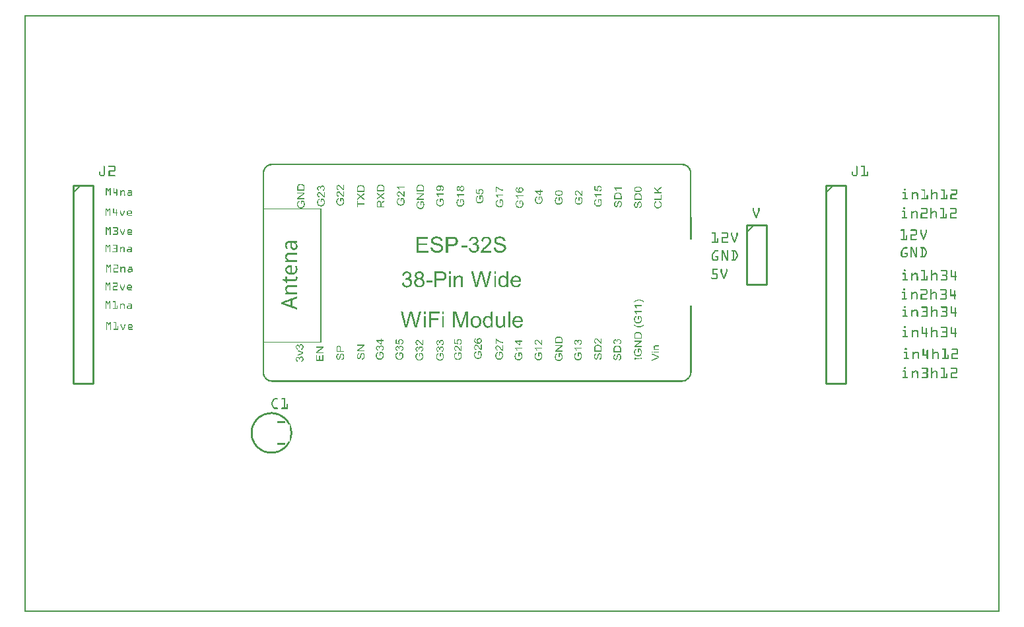
<source format=gto>
G04 MADE WITH FRITZING*
G04 WWW.FRITZING.ORG*
G04 DOUBLE SIDED*
G04 HOLES PLATED*
G04 CONTOUR ON CENTER OF CONTOUR VECTOR*
%ASAXBY*%
%FSLAX23Y23*%
%MOIN*%
%OFA0B0*%
%SFA1.0B1.0*%
%ADD10C,0.010000*%
%ADD11C,0.005000*%
%ADD12C,0.005701*%
%ADD13C,0.003725*%
%ADD14C,0.003723*%
%ADD15R,0.001000X0.001000*%
%LNSILK1*%
G90*
G70*
G54D10*
X3647Y1955D02*
X3647Y1655D01*
D02*
X3647Y1655D02*
X3747Y1655D01*
D02*
X3747Y1655D02*
X3747Y1955D01*
D02*
X3747Y1955D02*
X3647Y1955D01*
G54D11*
D02*
X3647Y1920D02*
X3682Y1955D01*
G54D10*
D02*
X4047Y2155D02*
X4047Y1155D01*
D02*
X4047Y1155D02*
X4147Y1155D01*
D02*
X4147Y1155D02*
X4147Y2155D01*
D02*
X4147Y2155D02*
X4047Y2155D01*
G54D11*
D02*
X4047Y2120D02*
X4082Y2155D01*
G54D10*
D02*
X247Y2155D02*
X247Y1155D01*
D02*
X247Y1155D02*
X347Y1155D01*
D02*
X347Y1155D02*
X347Y2155D01*
D02*
X347Y2155D02*
X247Y2155D01*
G54D11*
D02*
X247Y2120D02*
X282Y2155D01*
G54D12*
D02*
X1496Y2040D02*
X1496Y1366D01*
G54D13*
D02*
X1496Y1366D02*
X1208Y1366D01*
G54D14*
D02*
X1496Y2040D02*
X1208Y2040D01*
G54D15*
X0Y3015D02*
X4923Y3015D01*
X0Y3014D02*
X4923Y3014D01*
X0Y3013D02*
X4923Y3013D01*
X0Y3012D02*
X4923Y3012D01*
X0Y3011D02*
X4923Y3011D01*
X0Y3010D02*
X4923Y3010D01*
X0Y3009D02*
X4923Y3009D01*
X0Y3008D02*
X4923Y3008D01*
X0Y3007D02*
X7Y3007D01*
X4916Y3007D02*
X4923Y3007D01*
X0Y3006D02*
X7Y3006D01*
X4916Y3006D02*
X4923Y3006D01*
X0Y3005D02*
X7Y3005D01*
X4916Y3005D02*
X4923Y3005D01*
X0Y3004D02*
X7Y3004D01*
X4916Y3004D02*
X4923Y3004D01*
X0Y3003D02*
X7Y3003D01*
X4916Y3003D02*
X4923Y3003D01*
X0Y3002D02*
X7Y3002D01*
X4916Y3002D02*
X4923Y3002D01*
X0Y3001D02*
X7Y3001D01*
X4916Y3001D02*
X4923Y3001D01*
X0Y3000D02*
X7Y3000D01*
X4916Y3000D02*
X4923Y3000D01*
X0Y2999D02*
X7Y2999D01*
X4916Y2999D02*
X4923Y2999D01*
X0Y2998D02*
X7Y2998D01*
X4916Y2998D02*
X4923Y2998D01*
X0Y2997D02*
X7Y2997D01*
X4916Y2997D02*
X4923Y2997D01*
X0Y2996D02*
X7Y2996D01*
X4916Y2996D02*
X4923Y2996D01*
X0Y2995D02*
X7Y2995D01*
X4916Y2995D02*
X4923Y2995D01*
X0Y2994D02*
X7Y2994D01*
X4916Y2994D02*
X4923Y2994D01*
X0Y2993D02*
X7Y2993D01*
X4916Y2993D02*
X4923Y2993D01*
X0Y2992D02*
X7Y2992D01*
X4916Y2992D02*
X4923Y2992D01*
X0Y2991D02*
X7Y2991D01*
X4916Y2991D02*
X4923Y2991D01*
X0Y2990D02*
X7Y2990D01*
X4916Y2990D02*
X4923Y2990D01*
X0Y2989D02*
X7Y2989D01*
X4916Y2989D02*
X4923Y2989D01*
X0Y2988D02*
X7Y2988D01*
X4916Y2988D02*
X4923Y2988D01*
X0Y2987D02*
X7Y2987D01*
X4916Y2987D02*
X4923Y2987D01*
X0Y2986D02*
X7Y2986D01*
X4916Y2986D02*
X4923Y2986D01*
X0Y2985D02*
X7Y2985D01*
X4916Y2985D02*
X4923Y2985D01*
X0Y2984D02*
X7Y2984D01*
X4916Y2984D02*
X4923Y2984D01*
X0Y2983D02*
X7Y2983D01*
X4916Y2983D02*
X4923Y2983D01*
X0Y2982D02*
X7Y2982D01*
X4916Y2982D02*
X4923Y2982D01*
X0Y2981D02*
X7Y2981D01*
X4916Y2981D02*
X4923Y2981D01*
X0Y2980D02*
X7Y2980D01*
X4916Y2980D02*
X4923Y2980D01*
X0Y2979D02*
X7Y2979D01*
X4916Y2979D02*
X4923Y2979D01*
X0Y2978D02*
X7Y2978D01*
X4916Y2978D02*
X4923Y2978D01*
X0Y2977D02*
X7Y2977D01*
X4916Y2977D02*
X4923Y2977D01*
X0Y2976D02*
X7Y2976D01*
X4916Y2976D02*
X4923Y2976D01*
X0Y2975D02*
X7Y2975D01*
X4916Y2975D02*
X4923Y2975D01*
X0Y2974D02*
X7Y2974D01*
X4916Y2974D02*
X4923Y2974D01*
X0Y2973D02*
X7Y2973D01*
X4916Y2973D02*
X4923Y2973D01*
X0Y2972D02*
X7Y2972D01*
X4916Y2972D02*
X4923Y2972D01*
X0Y2971D02*
X7Y2971D01*
X4916Y2971D02*
X4923Y2971D01*
X0Y2970D02*
X7Y2970D01*
X4916Y2970D02*
X4923Y2970D01*
X0Y2969D02*
X7Y2969D01*
X4916Y2969D02*
X4923Y2969D01*
X0Y2968D02*
X7Y2968D01*
X4916Y2968D02*
X4923Y2968D01*
X0Y2967D02*
X7Y2967D01*
X4916Y2967D02*
X4923Y2967D01*
X0Y2966D02*
X7Y2966D01*
X4916Y2966D02*
X4923Y2966D01*
X0Y2965D02*
X7Y2965D01*
X4916Y2965D02*
X4923Y2965D01*
X0Y2964D02*
X7Y2964D01*
X4916Y2964D02*
X4923Y2964D01*
X0Y2963D02*
X7Y2963D01*
X4916Y2963D02*
X4923Y2963D01*
X0Y2962D02*
X7Y2962D01*
X4916Y2962D02*
X4923Y2962D01*
X0Y2961D02*
X7Y2961D01*
X4916Y2961D02*
X4923Y2961D01*
X0Y2960D02*
X7Y2960D01*
X4916Y2960D02*
X4923Y2960D01*
X0Y2959D02*
X7Y2959D01*
X4916Y2959D02*
X4923Y2959D01*
X0Y2958D02*
X7Y2958D01*
X4916Y2958D02*
X4923Y2958D01*
X0Y2957D02*
X7Y2957D01*
X4916Y2957D02*
X4923Y2957D01*
X0Y2956D02*
X7Y2956D01*
X4916Y2956D02*
X4923Y2956D01*
X0Y2955D02*
X7Y2955D01*
X4916Y2955D02*
X4923Y2955D01*
X0Y2954D02*
X7Y2954D01*
X4916Y2954D02*
X4923Y2954D01*
X0Y2953D02*
X7Y2953D01*
X4916Y2953D02*
X4923Y2953D01*
X0Y2952D02*
X7Y2952D01*
X4916Y2952D02*
X4923Y2952D01*
X0Y2951D02*
X7Y2951D01*
X4916Y2951D02*
X4923Y2951D01*
X0Y2950D02*
X7Y2950D01*
X4916Y2950D02*
X4923Y2950D01*
X0Y2949D02*
X7Y2949D01*
X4916Y2949D02*
X4923Y2949D01*
X0Y2948D02*
X7Y2948D01*
X4916Y2948D02*
X4923Y2948D01*
X0Y2947D02*
X7Y2947D01*
X4916Y2947D02*
X4923Y2947D01*
X0Y2946D02*
X7Y2946D01*
X4916Y2946D02*
X4923Y2946D01*
X0Y2945D02*
X7Y2945D01*
X4916Y2945D02*
X4923Y2945D01*
X0Y2944D02*
X7Y2944D01*
X4916Y2944D02*
X4923Y2944D01*
X0Y2943D02*
X7Y2943D01*
X4916Y2943D02*
X4923Y2943D01*
X0Y2942D02*
X7Y2942D01*
X4916Y2942D02*
X4923Y2942D01*
X0Y2941D02*
X7Y2941D01*
X4916Y2941D02*
X4923Y2941D01*
X0Y2940D02*
X7Y2940D01*
X4916Y2940D02*
X4923Y2940D01*
X0Y2939D02*
X7Y2939D01*
X4916Y2939D02*
X4923Y2939D01*
X0Y2938D02*
X7Y2938D01*
X4916Y2938D02*
X4923Y2938D01*
X0Y2937D02*
X7Y2937D01*
X4916Y2937D02*
X4923Y2937D01*
X0Y2936D02*
X7Y2936D01*
X4916Y2936D02*
X4923Y2936D01*
X0Y2935D02*
X7Y2935D01*
X4916Y2935D02*
X4923Y2935D01*
X0Y2934D02*
X7Y2934D01*
X4916Y2934D02*
X4923Y2934D01*
X0Y2933D02*
X7Y2933D01*
X4916Y2933D02*
X4923Y2933D01*
X0Y2932D02*
X7Y2932D01*
X4916Y2932D02*
X4923Y2932D01*
X0Y2931D02*
X7Y2931D01*
X4916Y2931D02*
X4923Y2931D01*
X0Y2930D02*
X7Y2930D01*
X4916Y2930D02*
X4923Y2930D01*
X0Y2929D02*
X7Y2929D01*
X4916Y2929D02*
X4923Y2929D01*
X0Y2928D02*
X7Y2928D01*
X4916Y2928D02*
X4923Y2928D01*
X0Y2927D02*
X7Y2927D01*
X4916Y2927D02*
X4923Y2927D01*
X0Y2926D02*
X7Y2926D01*
X4916Y2926D02*
X4923Y2926D01*
X0Y2925D02*
X7Y2925D01*
X4916Y2925D02*
X4923Y2925D01*
X0Y2924D02*
X7Y2924D01*
X4916Y2924D02*
X4923Y2924D01*
X0Y2923D02*
X7Y2923D01*
X4916Y2923D02*
X4923Y2923D01*
X0Y2922D02*
X7Y2922D01*
X4916Y2922D02*
X4923Y2922D01*
X0Y2921D02*
X7Y2921D01*
X4916Y2921D02*
X4923Y2921D01*
X0Y2920D02*
X7Y2920D01*
X4916Y2920D02*
X4923Y2920D01*
X0Y2919D02*
X7Y2919D01*
X4916Y2919D02*
X4923Y2919D01*
X0Y2918D02*
X7Y2918D01*
X4916Y2918D02*
X4923Y2918D01*
X0Y2917D02*
X7Y2917D01*
X4916Y2917D02*
X4923Y2917D01*
X0Y2916D02*
X7Y2916D01*
X4916Y2916D02*
X4923Y2916D01*
X0Y2915D02*
X7Y2915D01*
X4916Y2915D02*
X4923Y2915D01*
X0Y2914D02*
X7Y2914D01*
X4916Y2914D02*
X4923Y2914D01*
X0Y2913D02*
X7Y2913D01*
X4916Y2913D02*
X4923Y2913D01*
X0Y2912D02*
X7Y2912D01*
X4916Y2912D02*
X4923Y2912D01*
X0Y2911D02*
X7Y2911D01*
X4916Y2911D02*
X4923Y2911D01*
X0Y2910D02*
X7Y2910D01*
X4916Y2910D02*
X4923Y2910D01*
X0Y2909D02*
X7Y2909D01*
X4916Y2909D02*
X4923Y2909D01*
X0Y2908D02*
X7Y2908D01*
X4916Y2908D02*
X4923Y2908D01*
X0Y2907D02*
X7Y2907D01*
X4916Y2907D02*
X4923Y2907D01*
X0Y2906D02*
X7Y2906D01*
X4916Y2906D02*
X4923Y2906D01*
X0Y2905D02*
X7Y2905D01*
X4916Y2905D02*
X4923Y2905D01*
X0Y2904D02*
X7Y2904D01*
X4916Y2904D02*
X4923Y2904D01*
X0Y2903D02*
X7Y2903D01*
X4916Y2903D02*
X4923Y2903D01*
X0Y2902D02*
X7Y2902D01*
X4916Y2902D02*
X4923Y2902D01*
X0Y2901D02*
X7Y2901D01*
X4916Y2901D02*
X4923Y2901D01*
X0Y2900D02*
X7Y2900D01*
X4916Y2900D02*
X4923Y2900D01*
X0Y2899D02*
X7Y2899D01*
X4916Y2899D02*
X4923Y2899D01*
X0Y2898D02*
X7Y2898D01*
X4916Y2898D02*
X4923Y2898D01*
X0Y2897D02*
X7Y2897D01*
X4916Y2897D02*
X4923Y2897D01*
X0Y2896D02*
X7Y2896D01*
X4916Y2896D02*
X4923Y2896D01*
X0Y2895D02*
X7Y2895D01*
X4916Y2895D02*
X4923Y2895D01*
X0Y2894D02*
X7Y2894D01*
X4916Y2894D02*
X4923Y2894D01*
X0Y2893D02*
X7Y2893D01*
X4916Y2893D02*
X4923Y2893D01*
X0Y2892D02*
X7Y2892D01*
X4916Y2892D02*
X4923Y2892D01*
X0Y2891D02*
X7Y2891D01*
X4916Y2891D02*
X4923Y2891D01*
X0Y2890D02*
X7Y2890D01*
X4916Y2890D02*
X4923Y2890D01*
X0Y2889D02*
X7Y2889D01*
X4916Y2889D02*
X4923Y2889D01*
X0Y2888D02*
X7Y2888D01*
X4916Y2888D02*
X4923Y2888D01*
X0Y2887D02*
X7Y2887D01*
X4916Y2887D02*
X4923Y2887D01*
X0Y2886D02*
X7Y2886D01*
X4916Y2886D02*
X4923Y2886D01*
X0Y2885D02*
X7Y2885D01*
X4916Y2885D02*
X4923Y2885D01*
X0Y2884D02*
X7Y2884D01*
X4916Y2884D02*
X4923Y2884D01*
X0Y2883D02*
X7Y2883D01*
X4916Y2883D02*
X4923Y2883D01*
X0Y2882D02*
X7Y2882D01*
X4916Y2882D02*
X4923Y2882D01*
X0Y2881D02*
X7Y2881D01*
X4916Y2881D02*
X4923Y2881D01*
X0Y2880D02*
X7Y2880D01*
X4916Y2880D02*
X4923Y2880D01*
X0Y2879D02*
X7Y2879D01*
X4916Y2879D02*
X4923Y2879D01*
X0Y2878D02*
X7Y2878D01*
X4916Y2878D02*
X4923Y2878D01*
X0Y2877D02*
X7Y2877D01*
X4916Y2877D02*
X4923Y2877D01*
X0Y2876D02*
X7Y2876D01*
X4916Y2876D02*
X4923Y2876D01*
X0Y2875D02*
X7Y2875D01*
X4916Y2875D02*
X4923Y2875D01*
X0Y2874D02*
X7Y2874D01*
X4916Y2874D02*
X4923Y2874D01*
X0Y2873D02*
X7Y2873D01*
X4916Y2873D02*
X4923Y2873D01*
X0Y2872D02*
X7Y2872D01*
X4916Y2872D02*
X4923Y2872D01*
X0Y2871D02*
X7Y2871D01*
X4916Y2871D02*
X4923Y2871D01*
X0Y2870D02*
X7Y2870D01*
X4916Y2870D02*
X4923Y2870D01*
X0Y2869D02*
X7Y2869D01*
X4916Y2869D02*
X4923Y2869D01*
X0Y2868D02*
X7Y2868D01*
X4916Y2868D02*
X4923Y2868D01*
X0Y2867D02*
X7Y2867D01*
X4916Y2867D02*
X4923Y2867D01*
X0Y2866D02*
X7Y2866D01*
X4916Y2866D02*
X4923Y2866D01*
X0Y2865D02*
X7Y2865D01*
X4916Y2865D02*
X4923Y2865D01*
X0Y2864D02*
X7Y2864D01*
X4916Y2864D02*
X4923Y2864D01*
X0Y2863D02*
X7Y2863D01*
X4916Y2863D02*
X4923Y2863D01*
X0Y2862D02*
X7Y2862D01*
X4916Y2862D02*
X4923Y2862D01*
X0Y2861D02*
X7Y2861D01*
X4916Y2861D02*
X4923Y2861D01*
X0Y2860D02*
X7Y2860D01*
X4916Y2860D02*
X4923Y2860D01*
X0Y2859D02*
X7Y2859D01*
X4916Y2859D02*
X4923Y2859D01*
X0Y2858D02*
X7Y2858D01*
X4916Y2858D02*
X4923Y2858D01*
X0Y2857D02*
X7Y2857D01*
X4916Y2857D02*
X4923Y2857D01*
X0Y2856D02*
X7Y2856D01*
X4916Y2856D02*
X4923Y2856D01*
X0Y2855D02*
X7Y2855D01*
X4916Y2855D02*
X4923Y2855D01*
X0Y2854D02*
X7Y2854D01*
X4916Y2854D02*
X4923Y2854D01*
X0Y2853D02*
X7Y2853D01*
X4916Y2853D02*
X4923Y2853D01*
X0Y2852D02*
X7Y2852D01*
X4916Y2852D02*
X4923Y2852D01*
X0Y2851D02*
X7Y2851D01*
X4916Y2851D02*
X4923Y2851D01*
X0Y2850D02*
X7Y2850D01*
X4916Y2850D02*
X4923Y2850D01*
X0Y2849D02*
X7Y2849D01*
X4916Y2849D02*
X4923Y2849D01*
X0Y2848D02*
X7Y2848D01*
X4916Y2848D02*
X4923Y2848D01*
X0Y2847D02*
X7Y2847D01*
X4916Y2847D02*
X4923Y2847D01*
X0Y2846D02*
X7Y2846D01*
X4916Y2846D02*
X4923Y2846D01*
X0Y2845D02*
X7Y2845D01*
X4916Y2845D02*
X4923Y2845D01*
X0Y2844D02*
X7Y2844D01*
X4916Y2844D02*
X4923Y2844D01*
X0Y2843D02*
X7Y2843D01*
X4916Y2843D02*
X4923Y2843D01*
X0Y2842D02*
X7Y2842D01*
X4916Y2842D02*
X4923Y2842D01*
X0Y2841D02*
X7Y2841D01*
X4916Y2841D02*
X4923Y2841D01*
X0Y2840D02*
X7Y2840D01*
X4916Y2840D02*
X4923Y2840D01*
X0Y2839D02*
X7Y2839D01*
X4916Y2839D02*
X4923Y2839D01*
X0Y2838D02*
X7Y2838D01*
X4916Y2838D02*
X4923Y2838D01*
X0Y2837D02*
X7Y2837D01*
X4916Y2837D02*
X4923Y2837D01*
X0Y2836D02*
X7Y2836D01*
X4916Y2836D02*
X4923Y2836D01*
X0Y2835D02*
X7Y2835D01*
X4916Y2835D02*
X4923Y2835D01*
X0Y2834D02*
X7Y2834D01*
X4916Y2834D02*
X4923Y2834D01*
X0Y2833D02*
X7Y2833D01*
X4916Y2833D02*
X4923Y2833D01*
X0Y2832D02*
X7Y2832D01*
X4916Y2832D02*
X4923Y2832D01*
X0Y2831D02*
X7Y2831D01*
X4916Y2831D02*
X4923Y2831D01*
X0Y2830D02*
X7Y2830D01*
X4916Y2830D02*
X4923Y2830D01*
X0Y2829D02*
X7Y2829D01*
X4916Y2829D02*
X4923Y2829D01*
X0Y2828D02*
X7Y2828D01*
X4916Y2828D02*
X4923Y2828D01*
X0Y2827D02*
X7Y2827D01*
X4916Y2827D02*
X4923Y2827D01*
X0Y2826D02*
X7Y2826D01*
X4916Y2826D02*
X4923Y2826D01*
X0Y2825D02*
X7Y2825D01*
X4916Y2825D02*
X4923Y2825D01*
X0Y2824D02*
X7Y2824D01*
X4916Y2824D02*
X4923Y2824D01*
X0Y2823D02*
X7Y2823D01*
X4916Y2823D02*
X4923Y2823D01*
X0Y2822D02*
X7Y2822D01*
X4916Y2822D02*
X4923Y2822D01*
X0Y2821D02*
X7Y2821D01*
X4916Y2821D02*
X4923Y2821D01*
X0Y2820D02*
X7Y2820D01*
X4916Y2820D02*
X4923Y2820D01*
X0Y2819D02*
X7Y2819D01*
X4916Y2819D02*
X4923Y2819D01*
X0Y2818D02*
X7Y2818D01*
X4916Y2818D02*
X4923Y2818D01*
X0Y2817D02*
X7Y2817D01*
X4916Y2817D02*
X4923Y2817D01*
X0Y2816D02*
X7Y2816D01*
X4916Y2816D02*
X4923Y2816D01*
X0Y2815D02*
X7Y2815D01*
X4916Y2815D02*
X4923Y2815D01*
X0Y2814D02*
X7Y2814D01*
X4916Y2814D02*
X4923Y2814D01*
X0Y2813D02*
X7Y2813D01*
X4916Y2813D02*
X4923Y2813D01*
X0Y2812D02*
X7Y2812D01*
X4916Y2812D02*
X4923Y2812D01*
X0Y2811D02*
X7Y2811D01*
X4916Y2811D02*
X4923Y2811D01*
X0Y2810D02*
X7Y2810D01*
X4916Y2810D02*
X4923Y2810D01*
X0Y2809D02*
X7Y2809D01*
X4916Y2809D02*
X4923Y2809D01*
X0Y2808D02*
X7Y2808D01*
X4916Y2808D02*
X4923Y2808D01*
X0Y2807D02*
X7Y2807D01*
X4916Y2807D02*
X4923Y2807D01*
X0Y2806D02*
X7Y2806D01*
X4916Y2806D02*
X4923Y2806D01*
X0Y2805D02*
X7Y2805D01*
X4916Y2805D02*
X4923Y2805D01*
X0Y2804D02*
X7Y2804D01*
X4916Y2804D02*
X4923Y2804D01*
X0Y2803D02*
X7Y2803D01*
X4916Y2803D02*
X4923Y2803D01*
X0Y2802D02*
X7Y2802D01*
X4916Y2802D02*
X4923Y2802D01*
X0Y2801D02*
X7Y2801D01*
X4916Y2801D02*
X4923Y2801D01*
X0Y2800D02*
X7Y2800D01*
X4916Y2800D02*
X4923Y2800D01*
X0Y2799D02*
X7Y2799D01*
X4916Y2799D02*
X4923Y2799D01*
X0Y2798D02*
X7Y2798D01*
X4916Y2798D02*
X4923Y2798D01*
X0Y2797D02*
X7Y2797D01*
X4916Y2797D02*
X4923Y2797D01*
X0Y2796D02*
X7Y2796D01*
X4916Y2796D02*
X4923Y2796D01*
X0Y2795D02*
X7Y2795D01*
X4916Y2795D02*
X4923Y2795D01*
X0Y2794D02*
X7Y2794D01*
X4916Y2794D02*
X4923Y2794D01*
X0Y2793D02*
X7Y2793D01*
X4916Y2793D02*
X4923Y2793D01*
X0Y2792D02*
X7Y2792D01*
X4916Y2792D02*
X4923Y2792D01*
X0Y2791D02*
X7Y2791D01*
X4916Y2791D02*
X4923Y2791D01*
X0Y2790D02*
X7Y2790D01*
X4916Y2790D02*
X4923Y2790D01*
X0Y2789D02*
X7Y2789D01*
X4916Y2789D02*
X4923Y2789D01*
X0Y2788D02*
X7Y2788D01*
X4916Y2788D02*
X4923Y2788D01*
X0Y2787D02*
X7Y2787D01*
X4916Y2787D02*
X4923Y2787D01*
X0Y2786D02*
X7Y2786D01*
X4916Y2786D02*
X4923Y2786D01*
X0Y2785D02*
X7Y2785D01*
X4916Y2785D02*
X4923Y2785D01*
X0Y2784D02*
X7Y2784D01*
X4916Y2784D02*
X4923Y2784D01*
X0Y2783D02*
X7Y2783D01*
X4916Y2783D02*
X4923Y2783D01*
X0Y2782D02*
X7Y2782D01*
X4916Y2782D02*
X4923Y2782D01*
X0Y2781D02*
X7Y2781D01*
X4916Y2781D02*
X4923Y2781D01*
X0Y2780D02*
X7Y2780D01*
X4916Y2780D02*
X4923Y2780D01*
X0Y2779D02*
X7Y2779D01*
X4916Y2779D02*
X4923Y2779D01*
X0Y2778D02*
X7Y2778D01*
X4916Y2778D02*
X4923Y2778D01*
X0Y2777D02*
X7Y2777D01*
X4916Y2777D02*
X4923Y2777D01*
X0Y2776D02*
X7Y2776D01*
X4916Y2776D02*
X4923Y2776D01*
X0Y2775D02*
X7Y2775D01*
X4916Y2775D02*
X4923Y2775D01*
X0Y2774D02*
X7Y2774D01*
X4916Y2774D02*
X4923Y2774D01*
X0Y2773D02*
X7Y2773D01*
X4916Y2773D02*
X4923Y2773D01*
X0Y2772D02*
X7Y2772D01*
X4916Y2772D02*
X4923Y2772D01*
X0Y2771D02*
X7Y2771D01*
X4916Y2771D02*
X4923Y2771D01*
X0Y2770D02*
X7Y2770D01*
X4916Y2770D02*
X4923Y2770D01*
X0Y2769D02*
X7Y2769D01*
X4916Y2769D02*
X4923Y2769D01*
X0Y2768D02*
X7Y2768D01*
X4916Y2768D02*
X4923Y2768D01*
X0Y2767D02*
X7Y2767D01*
X4916Y2767D02*
X4923Y2767D01*
X0Y2766D02*
X7Y2766D01*
X4916Y2766D02*
X4923Y2766D01*
X0Y2765D02*
X7Y2765D01*
X4916Y2765D02*
X4923Y2765D01*
X0Y2764D02*
X7Y2764D01*
X4916Y2764D02*
X4923Y2764D01*
X0Y2763D02*
X7Y2763D01*
X4916Y2763D02*
X4923Y2763D01*
X0Y2762D02*
X7Y2762D01*
X4916Y2762D02*
X4923Y2762D01*
X0Y2761D02*
X7Y2761D01*
X4916Y2761D02*
X4923Y2761D01*
X0Y2760D02*
X7Y2760D01*
X4916Y2760D02*
X4923Y2760D01*
X0Y2759D02*
X7Y2759D01*
X4916Y2759D02*
X4923Y2759D01*
X0Y2758D02*
X7Y2758D01*
X4916Y2758D02*
X4923Y2758D01*
X0Y2757D02*
X7Y2757D01*
X4916Y2757D02*
X4923Y2757D01*
X0Y2756D02*
X7Y2756D01*
X4916Y2756D02*
X4923Y2756D01*
X0Y2755D02*
X7Y2755D01*
X4916Y2755D02*
X4923Y2755D01*
X0Y2754D02*
X7Y2754D01*
X4916Y2754D02*
X4923Y2754D01*
X0Y2753D02*
X7Y2753D01*
X4916Y2753D02*
X4923Y2753D01*
X0Y2752D02*
X7Y2752D01*
X4916Y2752D02*
X4923Y2752D01*
X0Y2751D02*
X7Y2751D01*
X4916Y2751D02*
X4923Y2751D01*
X0Y2750D02*
X7Y2750D01*
X4916Y2750D02*
X4923Y2750D01*
X0Y2749D02*
X7Y2749D01*
X4916Y2749D02*
X4923Y2749D01*
X0Y2748D02*
X7Y2748D01*
X4916Y2748D02*
X4923Y2748D01*
X0Y2747D02*
X7Y2747D01*
X4916Y2747D02*
X4923Y2747D01*
X0Y2746D02*
X7Y2746D01*
X4916Y2746D02*
X4923Y2746D01*
X0Y2745D02*
X7Y2745D01*
X4916Y2745D02*
X4923Y2745D01*
X0Y2744D02*
X7Y2744D01*
X4916Y2744D02*
X4923Y2744D01*
X0Y2743D02*
X7Y2743D01*
X4916Y2743D02*
X4923Y2743D01*
X0Y2742D02*
X7Y2742D01*
X4916Y2742D02*
X4923Y2742D01*
X0Y2741D02*
X7Y2741D01*
X4916Y2741D02*
X4923Y2741D01*
X0Y2740D02*
X7Y2740D01*
X4916Y2740D02*
X4923Y2740D01*
X0Y2739D02*
X7Y2739D01*
X4916Y2739D02*
X4923Y2739D01*
X0Y2738D02*
X7Y2738D01*
X4916Y2738D02*
X4923Y2738D01*
X0Y2737D02*
X7Y2737D01*
X4916Y2737D02*
X4923Y2737D01*
X0Y2736D02*
X7Y2736D01*
X4916Y2736D02*
X4923Y2736D01*
X0Y2735D02*
X7Y2735D01*
X4916Y2735D02*
X4923Y2735D01*
X0Y2734D02*
X7Y2734D01*
X4916Y2734D02*
X4923Y2734D01*
X0Y2733D02*
X7Y2733D01*
X4916Y2733D02*
X4923Y2733D01*
X0Y2732D02*
X7Y2732D01*
X4916Y2732D02*
X4923Y2732D01*
X0Y2731D02*
X7Y2731D01*
X4916Y2731D02*
X4923Y2731D01*
X0Y2730D02*
X7Y2730D01*
X4916Y2730D02*
X4923Y2730D01*
X0Y2729D02*
X7Y2729D01*
X4916Y2729D02*
X4923Y2729D01*
X0Y2728D02*
X7Y2728D01*
X4916Y2728D02*
X4923Y2728D01*
X0Y2727D02*
X7Y2727D01*
X4916Y2727D02*
X4923Y2727D01*
X0Y2726D02*
X7Y2726D01*
X4916Y2726D02*
X4923Y2726D01*
X0Y2725D02*
X7Y2725D01*
X4916Y2725D02*
X4923Y2725D01*
X0Y2724D02*
X7Y2724D01*
X4916Y2724D02*
X4923Y2724D01*
X0Y2723D02*
X7Y2723D01*
X4916Y2723D02*
X4923Y2723D01*
X0Y2722D02*
X7Y2722D01*
X4916Y2722D02*
X4923Y2722D01*
X0Y2721D02*
X7Y2721D01*
X4916Y2721D02*
X4923Y2721D01*
X0Y2720D02*
X7Y2720D01*
X4916Y2720D02*
X4923Y2720D01*
X0Y2719D02*
X7Y2719D01*
X4916Y2719D02*
X4923Y2719D01*
X0Y2718D02*
X7Y2718D01*
X4916Y2718D02*
X4923Y2718D01*
X0Y2717D02*
X7Y2717D01*
X4916Y2717D02*
X4923Y2717D01*
X0Y2716D02*
X7Y2716D01*
X4916Y2716D02*
X4923Y2716D01*
X0Y2715D02*
X7Y2715D01*
X4916Y2715D02*
X4923Y2715D01*
X0Y2714D02*
X7Y2714D01*
X4916Y2714D02*
X4923Y2714D01*
X0Y2713D02*
X7Y2713D01*
X4916Y2713D02*
X4923Y2713D01*
X0Y2712D02*
X7Y2712D01*
X4916Y2712D02*
X4923Y2712D01*
X0Y2711D02*
X7Y2711D01*
X4916Y2711D02*
X4923Y2711D01*
X0Y2710D02*
X7Y2710D01*
X4916Y2710D02*
X4923Y2710D01*
X0Y2709D02*
X7Y2709D01*
X4916Y2709D02*
X4923Y2709D01*
X0Y2708D02*
X7Y2708D01*
X4916Y2708D02*
X4923Y2708D01*
X0Y2707D02*
X7Y2707D01*
X4916Y2707D02*
X4923Y2707D01*
X0Y2706D02*
X7Y2706D01*
X4916Y2706D02*
X4923Y2706D01*
X0Y2705D02*
X7Y2705D01*
X4916Y2705D02*
X4923Y2705D01*
X0Y2704D02*
X7Y2704D01*
X4916Y2704D02*
X4923Y2704D01*
X0Y2703D02*
X7Y2703D01*
X4916Y2703D02*
X4923Y2703D01*
X0Y2702D02*
X7Y2702D01*
X4916Y2702D02*
X4923Y2702D01*
X0Y2701D02*
X7Y2701D01*
X4916Y2701D02*
X4923Y2701D01*
X0Y2700D02*
X7Y2700D01*
X4916Y2700D02*
X4923Y2700D01*
X0Y2699D02*
X7Y2699D01*
X4916Y2699D02*
X4923Y2699D01*
X0Y2698D02*
X7Y2698D01*
X4916Y2698D02*
X4923Y2698D01*
X0Y2697D02*
X7Y2697D01*
X4916Y2697D02*
X4923Y2697D01*
X0Y2696D02*
X7Y2696D01*
X4916Y2696D02*
X4923Y2696D01*
X0Y2695D02*
X7Y2695D01*
X4916Y2695D02*
X4923Y2695D01*
X0Y2694D02*
X7Y2694D01*
X4916Y2694D02*
X4923Y2694D01*
X0Y2693D02*
X7Y2693D01*
X4916Y2693D02*
X4923Y2693D01*
X0Y2692D02*
X7Y2692D01*
X4916Y2692D02*
X4923Y2692D01*
X0Y2691D02*
X7Y2691D01*
X4916Y2691D02*
X4923Y2691D01*
X0Y2690D02*
X7Y2690D01*
X4916Y2690D02*
X4923Y2690D01*
X0Y2689D02*
X7Y2689D01*
X4916Y2689D02*
X4923Y2689D01*
X0Y2688D02*
X7Y2688D01*
X4916Y2688D02*
X4923Y2688D01*
X0Y2687D02*
X7Y2687D01*
X4916Y2687D02*
X4923Y2687D01*
X0Y2686D02*
X7Y2686D01*
X4916Y2686D02*
X4923Y2686D01*
X0Y2685D02*
X7Y2685D01*
X4916Y2685D02*
X4923Y2685D01*
X0Y2684D02*
X7Y2684D01*
X4916Y2684D02*
X4923Y2684D01*
X0Y2683D02*
X7Y2683D01*
X4916Y2683D02*
X4923Y2683D01*
X0Y2682D02*
X7Y2682D01*
X4916Y2682D02*
X4923Y2682D01*
X0Y2681D02*
X7Y2681D01*
X4916Y2681D02*
X4923Y2681D01*
X0Y2680D02*
X7Y2680D01*
X4916Y2680D02*
X4923Y2680D01*
X0Y2679D02*
X7Y2679D01*
X4916Y2679D02*
X4923Y2679D01*
X0Y2678D02*
X7Y2678D01*
X4916Y2678D02*
X4923Y2678D01*
X0Y2677D02*
X7Y2677D01*
X4916Y2677D02*
X4923Y2677D01*
X0Y2676D02*
X7Y2676D01*
X4916Y2676D02*
X4923Y2676D01*
X0Y2675D02*
X7Y2675D01*
X4916Y2675D02*
X4923Y2675D01*
X0Y2674D02*
X7Y2674D01*
X4916Y2674D02*
X4923Y2674D01*
X0Y2673D02*
X7Y2673D01*
X4916Y2673D02*
X4923Y2673D01*
X0Y2672D02*
X7Y2672D01*
X4916Y2672D02*
X4923Y2672D01*
X0Y2671D02*
X7Y2671D01*
X4916Y2671D02*
X4923Y2671D01*
X0Y2670D02*
X7Y2670D01*
X4916Y2670D02*
X4923Y2670D01*
X0Y2669D02*
X7Y2669D01*
X4916Y2669D02*
X4923Y2669D01*
X0Y2668D02*
X7Y2668D01*
X4916Y2668D02*
X4923Y2668D01*
X0Y2667D02*
X7Y2667D01*
X4916Y2667D02*
X4923Y2667D01*
X0Y2666D02*
X7Y2666D01*
X4916Y2666D02*
X4923Y2666D01*
X0Y2665D02*
X7Y2665D01*
X4916Y2665D02*
X4923Y2665D01*
X0Y2664D02*
X7Y2664D01*
X4916Y2664D02*
X4923Y2664D01*
X0Y2663D02*
X7Y2663D01*
X4916Y2663D02*
X4923Y2663D01*
X0Y2662D02*
X7Y2662D01*
X4916Y2662D02*
X4923Y2662D01*
X0Y2661D02*
X7Y2661D01*
X4916Y2661D02*
X4923Y2661D01*
X0Y2660D02*
X7Y2660D01*
X4916Y2660D02*
X4923Y2660D01*
X0Y2659D02*
X7Y2659D01*
X4916Y2659D02*
X4923Y2659D01*
X0Y2658D02*
X7Y2658D01*
X4916Y2658D02*
X4923Y2658D01*
X0Y2657D02*
X7Y2657D01*
X4916Y2657D02*
X4923Y2657D01*
X0Y2656D02*
X7Y2656D01*
X4916Y2656D02*
X4923Y2656D01*
X0Y2655D02*
X7Y2655D01*
X4916Y2655D02*
X4923Y2655D01*
X0Y2654D02*
X7Y2654D01*
X4916Y2654D02*
X4923Y2654D01*
X0Y2653D02*
X7Y2653D01*
X4916Y2653D02*
X4923Y2653D01*
X0Y2652D02*
X7Y2652D01*
X4916Y2652D02*
X4923Y2652D01*
X0Y2651D02*
X7Y2651D01*
X4916Y2651D02*
X4923Y2651D01*
X0Y2650D02*
X7Y2650D01*
X4916Y2650D02*
X4923Y2650D01*
X0Y2649D02*
X7Y2649D01*
X4916Y2649D02*
X4923Y2649D01*
X0Y2648D02*
X7Y2648D01*
X4916Y2648D02*
X4923Y2648D01*
X0Y2647D02*
X7Y2647D01*
X4916Y2647D02*
X4923Y2647D01*
X0Y2646D02*
X7Y2646D01*
X4916Y2646D02*
X4923Y2646D01*
X0Y2645D02*
X7Y2645D01*
X4916Y2645D02*
X4923Y2645D01*
X0Y2644D02*
X7Y2644D01*
X4916Y2644D02*
X4923Y2644D01*
X0Y2643D02*
X7Y2643D01*
X4916Y2643D02*
X4923Y2643D01*
X0Y2642D02*
X7Y2642D01*
X4916Y2642D02*
X4923Y2642D01*
X0Y2641D02*
X7Y2641D01*
X4916Y2641D02*
X4923Y2641D01*
X0Y2640D02*
X7Y2640D01*
X4916Y2640D02*
X4923Y2640D01*
X0Y2639D02*
X7Y2639D01*
X4916Y2639D02*
X4923Y2639D01*
X0Y2638D02*
X7Y2638D01*
X4916Y2638D02*
X4923Y2638D01*
X0Y2637D02*
X7Y2637D01*
X4916Y2637D02*
X4923Y2637D01*
X0Y2636D02*
X7Y2636D01*
X4916Y2636D02*
X4923Y2636D01*
X0Y2635D02*
X7Y2635D01*
X4916Y2635D02*
X4923Y2635D01*
X0Y2634D02*
X7Y2634D01*
X4916Y2634D02*
X4923Y2634D01*
X0Y2633D02*
X7Y2633D01*
X4916Y2633D02*
X4923Y2633D01*
X0Y2632D02*
X7Y2632D01*
X4916Y2632D02*
X4923Y2632D01*
X0Y2631D02*
X7Y2631D01*
X4916Y2631D02*
X4923Y2631D01*
X0Y2630D02*
X7Y2630D01*
X4916Y2630D02*
X4923Y2630D01*
X0Y2629D02*
X7Y2629D01*
X4916Y2629D02*
X4923Y2629D01*
X0Y2628D02*
X7Y2628D01*
X4916Y2628D02*
X4923Y2628D01*
X0Y2627D02*
X7Y2627D01*
X4916Y2627D02*
X4923Y2627D01*
X0Y2626D02*
X7Y2626D01*
X4916Y2626D02*
X4923Y2626D01*
X0Y2625D02*
X7Y2625D01*
X4916Y2625D02*
X4923Y2625D01*
X0Y2624D02*
X7Y2624D01*
X4916Y2624D02*
X4923Y2624D01*
X0Y2623D02*
X7Y2623D01*
X4916Y2623D02*
X4923Y2623D01*
X0Y2622D02*
X7Y2622D01*
X4916Y2622D02*
X4923Y2622D01*
X0Y2621D02*
X7Y2621D01*
X4916Y2621D02*
X4923Y2621D01*
X0Y2620D02*
X7Y2620D01*
X4916Y2620D02*
X4923Y2620D01*
X0Y2619D02*
X7Y2619D01*
X4916Y2619D02*
X4923Y2619D01*
X0Y2618D02*
X7Y2618D01*
X4916Y2618D02*
X4923Y2618D01*
X0Y2617D02*
X7Y2617D01*
X4916Y2617D02*
X4923Y2617D01*
X0Y2616D02*
X7Y2616D01*
X4916Y2616D02*
X4923Y2616D01*
X0Y2615D02*
X7Y2615D01*
X4916Y2615D02*
X4923Y2615D01*
X0Y2614D02*
X7Y2614D01*
X4916Y2614D02*
X4923Y2614D01*
X0Y2613D02*
X7Y2613D01*
X4916Y2613D02*
X4923Y2613D01*
X0Y2612D02*
X7Y2612D01*
X4916Y2612D02*
X4923Y2612D01*
X0Y2611D02*
X7Y2611D01*
X4916Y2611D02*
X4923Y2611D01*
X0Y2610D02*
X7Y2610D01*
X4916Y2610D02*
X4923Y2610D01*
X0Y2609D02*
X7Y2609D01*
X4916Y2609D02*
X4923Y2609D01*
X0Y2608D02*
X7Y2608D01*
X4916Y2608D02*
X4923Y2608D01*
X0Y2607D02*
X7Y2607D01*
X4916Y2607D02*
X4923Y2607D01*
X0Y2606D02*
X7Y2606D01*
X4916Y2606D02*
X4923Y2606D01*
X0Y2605D02*
X7Y2605D01*
X4916Y2605D02*
X4923Y2605D01*
X0Y2604D02*
X7Y2604D01*
X4916Y2604D02*
X4923Y2604D01*
X0Y2603D02*
X7Y2603D01*
X4916Y2603D02*
X4923Y2603D01*
X0Y2602D02*
X7Y2602D01*
X4916Y2602D02*
X4923Y2602D01*
X0Y2601D02*
X7Y2601D01*
X4916Y2601D02*
X4923Y2601D01*
X0Y2600D02*
X7Y2600D01*
X4916Y2600D02*
X4923Y2600D01*
X0Y2599D02*
X7Y2599D01*
X4916Y2599D02*
X4923Y2599D01*
X0Y2598D02*
X7Y2598D01*
X4916Y2598D02*
X4923Y2598D01*
X0Y2597D02*
X7Y2597D01*
X4916Y2597D02*
X4923Y2597D01*
X0Y2596D02*
X7Y2596D01*
X4916Y2596D02*
X4923Y2596D01*
X0Y2595D02*
X7Y2595D01*
X4916Y2595D02*
X4923Y2595D01*
X0Y2594D02*
X7Y2594D01*
X4916Y2594D02*
X4923Y2594D01*
X0Y2593D02*
X7Y2593D01*
X4916Y2593D02*
X4923Y2593D01*
X0Y2592D02*
X7Y2592D01*
X4916Y2592D02*
X4923Y2592D01*
X0Y2591D02*
X7Y2591D01*
X4916Y2591D02*
X4923Y2591D01*
X0Y2590D02*
X7Y2590D01*
X4916Y2590D02*
X4923Y2590D01*
X0Y2589D02*
X7Y2589D01*
X4916Y2589D02*
X4923Y2589D01*
X0Y2588D02*
X7Y2588D01*
X4916Y2588D02*
X4923Y2588D01*
X0Y2587D02*
X7Y2587D01*
X4916Y2587D02*
X4923Y2587D01*
X0Y2586D02*
X7Y2586D01*
X4916Y2586D02*
X4923Y2586D01*
X0Y2585D02*
X7Y2585D01*
X4916Y2585D02*
X4923Y2585D01*
X0Y2584D02*
X7Y2584D01*
X4916Y2584D02*
X4923Y2584D01*
X0Y2583D02*
X7Y2583D01*
X4916Y2583D02*
X4923Y2583D01*
X0Y2582D02*
X7Y2582D01*
X4916Y2582D02*
X4923Y2582D01*
X0Y2581D02*
X7Y2581D01*
X4916Y2581D02*
X4923Y2581D01*
X0Y2580D02*
X7Y2580D01*
X4916Y2580D02*
X4923Y2580D01*
X0Y2579D02*
X7Y2579D01*
X4916Y2579D02*
X4923Y2579D01*
X0Y2578D02*
X7Y2578D01*
X4916Y2578D02*
X4923Y2578D01*
X0Y2577D02*
X7Y2577D01*
X4916Y2577D02*
X4923Y2577D01*
X0Y2576D02*
X7Y2576D01*
X4916Y2576D02*
X4923Y2576D01*
X0Y2575D02*
X7Y2575D01*
X4916Y2575D02*
X4923Y2575D01*
X0Y2574D02*
X7Y2574D01*
X4916Y2574D02*
X4923Y2574D01*
X0Y2573D02*
X7Y2573D01*
X4916Y2573D02*
X4923Y2573D01*
X0Y2572D02*
X7Y2572D01*
X4916Y2572D02*
X4923Y2572D01*
X0Y2571D02*
X7Y2571D01*
X4916Y2571D02*
X4923Y2571D01*
X0Y2570D02*
X7Y2570D01*
X4916Y2570D02*
X4923Y2570D01*
X0Y2569D02*
X7Y2569D01*
X4916Y2569D02*
X4923Y2569D01*
X0Y2568D02*
X7Y2568D01*
X4916Y2568D02*
X4923Y2568D01*
X0Y2567D02*
X7Y2567D01*
X4916Y2567D02*
X4923Y2567D01*
X0Y2566D02*
X7Y2566D01*
X4916Y2566D02*
X4923Y2566D01*
X0Y2565D02*
X7Y2565D01*
X4916Y2565D02*
X4923Y2565D01*
X0Y2564D02*
X7Y2564D01*
X4916Y2564D02*
X4923Y2564D01*
X0Y2563D02*
X7Y2563D01*
X4916Y2563D02*
X4923Y2563D01*
X0Y2562D02*
X7Y2562D01*
X4916Y2562D02*
X4923Y2562D01*
X0Y2561D02*
X7Y2561D01*
X4916Y2561D02*
X4923Y2561D01*
X0Y2560D02*
X7Y2560D01*
X4916Y2560D02*
X4923Y2560D01*
X0Y2559D02*
X7Y2559D01*
X4916Y2559D02*
X4923Y2559D01*
X0Y2558D02*
X7Y2558D01*
X4916Y2558D02*
X4923Y2558D01*
X0Y2557D02*
X7Y2557D01*
X4916Y2557D02*
X4923Y2557D01*
X0Y2556D02*
X7Y2556D01*
X4916Y2556D02*
X4923Y2556D01*
X0Y2555D02*
X7Y2555D01*
X4916Y2555D02*
X4923Y2555D01*
X0Y2554D02*
X7Y2554D01*
X4916Y2554D02*
X4923Y2554D01*
X0Y2553D02*
X7Y2553D01*
X4916Y2553D02*
X4923Y2553D01*
X0Y2552D02*
X7Y2552D01*
X4916Y2552D02*
X4923Y2552D01*
X0Y2551D02*
X7Y2551D01*
X4916Y2551D02*
X4923Y2551D01*
X0Y2550D02*
X7Y2550D01*
X4916Y2550D02*
X4923Y2550D01*
X0Y2549D02*
X7Y2549D01*
X4916Y2549D02*
X4923Y2549D01*
X0Y2548D02*
X7Y2548D01*
X4916Y2548D02*
X4923Y2548D01*
X0Y2547D02*
X7Y2547D01*
X4916Y2547D02*
X4923Y2547D01*
X0Y2546D02*
X7Y2546D01*
X4916Y2546D02*
X4923Y2546D01*
X0Y2545D02*
X7Y2545D01*
X4916Y2545D02*
X4923Y2545D01*
X0Y2544D02*
X7Y2544D01*
X4916Y2544D02*
X4923Y2544D01*
X0Y2543D02*
X7Y2543D01*
X4916Y2543D02*
X4923Y2543D01*
X0Y2542D02*
X7Y2542D01*
X4916Y2542D02*
X4923Y2542D01*
X0Y2541D02*
X7Y2541D01*
X4916Y2541D02*
X4923Y2541D01*
X0Y2540D02*
X7Y2540D01*
X4916Y2540D02*
X4923Y2540D01*
X0Y2539D02*
X7Y2539D01*
X4916Y2539D02*
X4923Y2539D01*
X0Y2538D02*
X7Y2538D01*
X4916Y2538D02*
X4923Y2538D01*
X0Y2537D02*
X7Y2537D01*
X4916Y2537D02*
X4923Y2537D01*
X0Y2536D02*
X7Y2536D01*
X4916Y2536D02*
X4923Y2536D01*
X0Y2535D02*
X7Y2535D01*
X4916Y2535D02*
X4923Y2535D01*
X0Y2534D02*
X7Y2534D01*
X4916Y2534D02*
X4923Y2534D01*
X0Y2533D02*
X7Y2533D01*
X4916Y2533D02*
X4923Y2533D01*
X0Y2532D02*
X7Y2532D01*
X4916Y2532D02*
X4923Y2532D01*
X0Y2531D02*
X7Y2531D01*
X4916Y2531D02*
X4923Y2531D01*
X0Y2530D02*
X7Y2530D01*
X4916Y2530D02*
X4923Y2530D01*
X0Y2529D02*
X7Y2529D01*
X4916Y2529D02*
X4923Y2529D01*
X0Y2528D02*
X7Y2528D01*
X4916Y2528D02*
X4923Y2528D01*
X0Y2527D02*
X7Y2527D01*
X4916Y2527D02*
X4923Y2527D01*
X0Y2526D02*
X7Y2526D01*
X4916Y2526D02*
X4923Y2526D01*
X0Y2525D02*
X7Y2525D01*
X4916Y2525D02*
X4923Y2525D01*
X0Y2524D02*
X7Y2524D01*
X4916Y2524D02*
X4923Y2524D01*
X0Y2523D02*
X7Y2523D01*
X4916Y2523D02*
X4923Y2523D01*
X0Y2522D02*
X7Y2522D01*
X4916Y2522D02*
X4923Y2522D01*
X0Y2521D02*
X7Y2521D01*
X4916Y2521D02*
X4923Y2521D01*
X0Y2520D02*
X7Y2520D01*
X4916Y2520D02*
X4923Y2520D01*
X0Y2519D02*
X7Y2519D01*
X4916Y2519D02*
X4923Y2519D01*
X0Y2518D02*
X7Y2518D01*
X4916Y2518D02*
X4923Y2518D01*
X0Y2517D02*
X7Y2517D01*
X4916Y2517D02*
X4923Y2517D01*
X0Y2516D02*
X7Y2516D01*
X4916Y2516D02*
X4923Y2516D01*
X0Y2515D02*
X7Y2515D01*
X4916Y2515D02*
X4923Y2515D01*
X0Y2514D02*
X7Y2514D01*
X4916Y2514D02*
X4923Y2514D01*
X0Y2513D02*
X7Y2513D01*
X4916Y2513D02*
X4923Y2513D01*
X0Y2512D02*
X7Y2512D01*
X4916Y2512D02*
X4923Y2512D01*
X0Y2511D02*
X7Y2511D01*
X4916Y2511D02*
X4923Y2511D01*
X0Y2510D02*
X7Y2510D01*
X4916Y2510D02*
X4923Y2510D01*
X0Y2509D02*
X7Y2509D01*
X4916Y2509D02*
X4923Y2509D01*
X0Y2508D02*
X7Y2508D01*
X4916Y2508D02*
X4923Y2508D01*
X0Y2507D02*
X7Y2507D01*
X4916Y2507D02*
X4923Y2507D01*
X0Y2506D02*
X7Y2506D01*
X4916Y2506D02*
X4923Y2506D01*
X0Y2505D02*
X7Y2505D01*
X4916Y2505D02*
X4923Y2505D01*
X0Y2504D02*
X7Y2504D01*
X4916Y2504D02*
X4923Y2504D01*
X0Y2503D02*
X7Y2503D01*
X4916Y2503D02*
X4923Y2503D01*
X0Y2502D02*
X7Y2502D01*
X4916Y2502D02*
X4923Y2502D01*
X0Y2501D02*
X7Y2501D01*
X4916Y2501D02*
X4923Y2501D01*
X0Y2500D02*
X7Y2500D01*
X4916Y2500D02*
X4923Y2500D01*
X0Y2499D02*
X7Y2499D01*
X4916Y2499D02*
X4923Y2499D01*
X0Y2498D02*
X7Y2498D01*
X4916Y2498D02*
X4923Y2498D01*
X0Y2497D02*
X7Y2497D01*
X4916Y2497D02*
X4923Y2497D01*
X0Y2496D02*
X7Y2496D01*
X4916Y2496D02*
X4923Y2496D01*
X0Y2495D02*
X7Y2495D01*
X4916Y2495D02*
X4923Y2495D01*
X0Y2494D02*
X7Y2494D01*
X4916Y2494D02*
X4923Y2494D01*
X0Y2493D02*
X7Y2493D01*
X4916Y2493D02*
X4923Y2493D01*
X0Y2492D02*
X7Y2492D01*
X4916Y2492D02*
X4923Y2492D01*
X0Y2491D02*
X7Y2491D01*
X4916Y2491D02*
X4923Y2491D01*
X0Y2490D02*
X7Y2490D01*
X4916Y2490D02*
X4923Y2490D01*
X0Y2489D02*
X7Y2489D01*
X4916Y2489D02*
X4923Y2489D01*
X0Y2488D02*
X7Y2488D01*
X4916Y2488D02*
X4923Y2488D01*
X0Y2487D02*
X7Y2487D01*
X4916Y2487D02*
X4923Y2487D01*
X0Y2486D02*
X7Y2486D01*
X4916Y2486D02*
X4923Y2486D01*
X0Y2485D02*
X7Y2485D01*
X4916Y2485D02*
X4923Y2485D01*
X0Y2484D02*
X7Y2484D01*
X4916Y2484D02*
X4923Y2484D01*
X0Y2483D02*
X7Y2483D01*
X4916Y2483D02*
X4923Y2483D01*
X0Y2482D02*
X7Y2482D01*
X4916Y2482D02*
X4923Y2482D01*
X0Y2481D02*
X7Y2481D01*
X4916Y2481D02*
X4923Y2481D01*
X0Y2480D02*
X7Y2480D01*
X4916Y2480D02*
X4923Y2480D01*
X0Y2479D02*
X7Y2479D01*
X4916Y2479D02*
X4923Y2479D01*
X0Y2478D02*
X7Y2478D01*
X4916Y2478D02*
X4923Y2478D01*
X0Y2477D02*
X7Y2477D01*
X4916Y2477D02*
X4923Y2477D01*
X0Y2476D02*
X7Y2476D01*
X4916Y2476D02*
X4923Y2476D01*
X0Y2475D02*
X7Y2475D01*
X4916Y2475D02*
X4923Y2475D01*
X0Y2474D02*
X7Y2474D01*
X4916Y2474D02*
X4923Y2474D01*
X0Y2473D02*
X7Y2473D01*
X4916Y2473D02*
X4923Y2473D01*
X0Y2472D02*
X7Y2472D01*
X4916Y2472D02*
X4923Y2472D01*
X0Y2471D02*
X7Y2471D01*
X4916Y2471D02*
X4923Y2471D01*
X0Y2470D02*
X7Y2470D01*
X4916Y2470D02*
X4923Y2470D01*
X0Y2469D02*
X7Y2469D01*
X4916Y2469D02*
X4923Y2469D01*
X0Y2468D02*
X7Y2468D01*
X4916Y2468D02*
X4923Y2468D01*
X0Y2467D02*
X7Y2467D01*
X4916Y2467D02*
X4923Y2467D01*
X0Y2466D02*
X7Y2466D01*
X4916Y2466D02*
X4923Y2466D01*
X0Y2465D02*
X7Y2465D01*
X4916Y2465D02*
X4923Y2465D01*
X0Y2464D02*
X7Y2464D01*
X4916Y2464D02*
X4923Y2464D01*
X0Y2463D02*
X7Y2463D01*
X4916Y2463D02*
X4923Y2463D01*
X0Y2462D02*
X7Y2462D01*
X4916Y2462D02*
X4923Y2462D01*
X0Y2461D02*
X7Y2461D01*
X4916Y2461D02*
X4923Y2461D01*
X0Y2460D02*
X7Y2460D01*
X4916Y2460D02*
X4923Y2460D01*
X0Y2459D02*
X7Y2459D01*
X4916Y2459D02*
X4923Y2459D01*
X0Y2458D02*
X7Y2458D01*
X4916Y2458D02*
X4923Y2458D01*
X0Y2457D02*
X7Y2457D01*
X4916Y2457D02*
X4923Y2457D01*
X0Y2456D02*
X7Y2456D01*
X4916Y2456D02*
X4923Y2456D01*
X0Y2455D02*
X7Y2455D01*
X4916Y2455D02*
X4923Y2455D01*
X0Y2454D02*
X7Y2454D01*
X4916Y2454D02*
X4923Y2454D01*
X0Y2453D02*
X7Y2453D01*
X4916Y2453D02*
X4923Y2453D01*
X0Y2452D02*
X7Y2452D01*
X4916Y2452D02*
X4923Y2452D01*
X0Y2451D02*
X7Y2451D01*
X4916Y2451D02*
X4923Y2451D01*
X0Y2450D02*
X7Y2450D01*
X4916Y2450D02*
X4923Y2450D01*
X0Y2449D02*
X7Y2449D01*
X4916Y2449D02*
X4923Y2449D01*
X0Y2448D02*
X7Y2448D01*
X4916Y2448D02*
X4923Y2448D01*
X0Y2447D02*
X7Y2447D01*
X4916Y2447D02*
X4923Y2447D01*
X0Y2446D02*
X7Y2446D01*
X4916Y2446D02*
X4923Y2446D01*
X0Y2445D02*
X7Y2445D01*
X4916Y2445D02*
X4923Y2445D01*
X0Y2444D02*
X7Y2444D01*
X4916Y2444D02*
X4923Y2444D01*
X0Y2443D02*
X7Y2443D01*
X4916Y2443D02*
X4923Y2443D01*
X0Y2442D02*
X7Y2442D01*
X4916Y2442D02*
X4923Y2442D01*
X0Y2441D02*
X7Y2441D01*
X4916Y2441D02*
X4923Y2441D01*
X0Y2440D02*
X7Y2440D01*
X4916Y2440D02*
X4923Y2440D01*
X0Y2439D02*
X7Y2439D01*
X4916Y2439D02*
X4923Y2439D01*
X0Y2438D02*
X7Y2438D01*
X4916Y2438D02*
X4923Y2438D01*
X0Y2437D02*
X7Y2437D01*
X4916Y2437D02*
X4923Y2437D01*
X0Y2436D02*
X7Y2436D01*
X4916Y2436D02*
X4923Y2436D01*
X0Y2435D02*
X7Y2435D01*
X4916Y2435D02*
X4923Y2435D01*
X0Y2434D02*
X7Y2434D01*
X4916Y2434D02*
X4923Y2434D01*
X0Y2433D02*
X7Y2433D01*
X4916Y2433D02*
X4923Y2433D01*
X0Y2432D02*
X7Y2432D01*
X4916Y2432D02*
X4923Y2432D01*
X0Y2431D02*
X7Y2431D01*
X4916Y2431D02*
X4923Y2431D01*
X0Y2430D02*
X7Y2430D01*
X4916Y2430D02*
X4923Y2430D01*
X0Y2429D02*
X7Y2429D01*
X4916Y2429D02*
X4923Y2429D01*
X0Y2428D02*
X7Y2428D01*
X4916Y2428D02*
X4923Y2428D01*
X0Y2427D02*
X7Y2427D01*
X4916Y2427D02*
X4923Y2427D01*
X0Y2426D02*
X7Y2426D01*
X4916Y2426D02*
X4923Y2426D01*
X0Y2425D02*
X7Y2425D01*
X4916Y2425D02*
X4923Y2425D01*
X0Y2424D02*
X7Y2424D01*
X4916Y2424D02*
X4923Y2424D01*
X0Y2423D02*
X7Y2423D01*
X4916Y2423D02*
X4923Y2423D01*
X0Y2422D02*
X7Y2422D01*
X4916Y2422D02*
X4923Y2422D01*
X0Y2421D02*
X7Y2421D01*
X4916Y2421D02*
X4923Y2421D01*
X0Y2420D02*
X7Y2420D01*
X4916Y2420D02*
X4923Y2420D01*
X0Y2419D02*
X7Y2419D01*
X4916Y2419D02*
X4923Y2419D01*
X0Y2418D02*
X7Y2418D01*
X4916Y2418D02*
X4923Y2418D01*
X0Y2417D02*
X7Y2417D01*
X4916Y2417D02*
X4923Y2417D01*
X0Y2416D02*
X7Y2416D01*
X4916Y2416D02*
X4923Y2416D01*
X0Y2415D02*
X7Y2415D01*
X4916Y2415D02*
X4923Y2415D01*
X0Y2414D02*
X7Y2414D01*
X4916Y2414D02*
X4923Y2414D01*
X0Y2413D02*
X7Y2413D01*
X4916Y2413D02*
X4923Y2413D01*
X0Y2412D02*
X7Y2412D01*
X4916Y2412D02*
X4923Y2412D01*
X0Y2411D02*
X7Y2411D01*
X4916Y2411D02*
X4923Y2411D01*
X0Y2410D02*
X7Y2410D01*
X4916Y2410D02*
X4923Y2410D01*
X0Y2409D02*
X7Y2409D01*
X4916Y2409D02*
X4923Y2409D01*
X0Y2408D02*
X7Y2408D01*
X4916Y2408D02*
X4923Y2408D01*
X0Y2407D02*
X7Y2407D01*
X4916Y2407D02*
X4923Y2407D01*
X0Y2406D02*
X7Y2406D01*
X4916Y2406D02*
X4923Y2406D01*
X0Y2405D02*
X7Y2405D01*
X4916Y2405D02*
X4923Y2405D01*
X0Y2404D02*
X7Y2404D01*
X4916Y2404D02*
X4923Y2404D01*
X0Y2403D02*
X7Y2403D01*
X4916Y2403D02*
X4923Y2403D01*
X0Y2402D02*
X7Y2402D01*
X4916Y2402D02*
X4923Y2402D01*
X0Y2401D02*
X7Y2401D01*
X4916Y2401D02*
X4923Y2401D01*
X0Y2400D02*
X7Y2400D01*
X4916Y2400D02*
X4923Y2400D01*
X0Y2399D02*
X7Y2399D01*
X4916Y2399D02*
X4923Y2399D01*
X0Y2398D02*
X7Y2398D01*
X4916Y2398D02*
X4923Y2398D01*
X0Y2397D02*
X7Y2397D01*
X4916Y2397D02*
X4923Y2397D01*
X0Y2396D02*
X7Y2396D01*
X4916Y2396D02*
X4923Y2396D01*
X0Y2395D02*
X7Y2395D01*
X4916Y2395D02*
X4923Y2395D01*
X0Y2394D02*
X7Y2394D01*
X4916Y2394D02*
X4923Y2394D01*
X0Y2393D02*
X7Y2393D01*
X4916Y2393D02*
X4923Y2393D01*
X0Y2392D02*
X7Y2392D01*
X4916Y2392D02*
X4923Y2392D01*
X0Y2391D02*
X7Y2391D01*
X4916Y2391D02*
X4923Y2391D01*
X0Y2390D02*
X7Y2390D01*
X4916Y2390D02*
X4923Y2390D01*
X0Y2389D02*
X7Y2389D01*
X4916Y2389D02*
X4923Y2389D01*
X0Y2388D02*
X7Y2388D01*
X4916Y2388D02*
X4923Y2388D01*
X0Y2387D02*
X7Y2387D01*
X4916Y2387D02*
X4923Y2387D01*
X0Y2386D02*
X7Y2386D01*
X4916Y2386D02*
X4923Y2386D01*
X0Y2385D02*
X7Y2385D01*
X4916Y2385D02*
X4923Y2385D01*
X0Y2384D02*
X7Y2384D01*
X4916Y2384D02*
X4923Y2384D01*
X0Y2383D02*
X7Y2383D01*
X4916Y2383D02*
X4923Y2383D01*
X0Y2382D02*
X7Y2382D01*
X4916Y2382D02*
X4923Y2382D01*
X0Y2381D02*
X7Y2381D01*
X4916Y2381D02*
X4923Y2381D01*
X0Y2380D02*
X7Y2380D01*
X4916Y2380D02*
X4923Y2380D01*
X0Y2379D02*
X7Y2379D01*
X4916Y2379D02*
X4923Y2379D01*
X0Y2378D02*
X7Y2378D01*
X4916Y2378D02*
X4923Y2378D01*
X0Y2377D02*
X7Y2377D01*
X4916Y2377D02*
X4923Y2377D01*
X0Y2376D02*
X7Y2376D01*
X4916Y2376D02*
X4923Y2376D01*
X0Y2375D02*
X7Y2375D01*
X4916Y2375D02*
X4923Y2375D01*
X0Y2374D02*
X7Y2374D01*
X4916Y2374D02*
X4923Y2374D01*
X0Y2373D02*
X7Y2373D01*
X4916Y2373D02*
X4923Y2373D01*
X0Y2372D02*
X7Y2372D01*
X4916Y2372D02*
X4923Y2372D01*
X0Y2371D02*
X7Y2371D01*
X4916Y2371D02*
X4923Y2371D01*
X0Y2370D02*
X7Y2370D01*
X4916Y2370D02*
X4923Y2370D01*
X0Y2369D02*
X7Y2369D01*
X4916Y2369D02*
X4923Y2369D01*
X0Y2368D02*
X7Y2368D01*
X4916Y2368D02*
X4923Y2368D01*
X0Y2367D02*
X7Y2367D01*
X4916Y2367D02*
X4923Y2367D01*
X0Y2366D02*
X7Y2366D01*
X4916Y2366D02*
X4923Y2366D01*
X0Y2365D02*
X7Y2365D01*
X4916Y2365D02*
X4923Y2365D01*
X0Y2364D02*
X7Y2364D01*
X4916Y2364D02*
X4923Y2364D01*
X0Y2363D02*
X7Y2363D01*
X4916Y2363D02*
X4923Y2363D01*
X0Y2362D02*
X7Y2362D01*
X4916Y2362D02*
X4923Y2362D01*
X0Y2361D02*
X7Y2361D01*
X4916Y2361D02*
X4923Y2361D01*
X0Y2360D02*
X7Y2360D01*
X4916Y2360D02*
X4923Y2360D01*
X0Y2359D02*
X7Y2359D01*
X4916Y2359D02*
X4923Y2359D01*
X0Y2358D02*
X7Y2358D01*
X4916Y2358D02*
X4923Y2358D01*
X0Y2357D02*
X7Y2357D01*
X4916Y2357D02*
X4923Y2357D01*
X0Y2356D02*
X7Y2356D01*
X4916Y2356D02*
X4923Y2356D01*
X0Y2355D02*
X7Y2355D01*
X4916Y2355D02*
X4923Y2355D01*
X0Y2354D02*
X7Y2354D01*
X4916Y2354D02*
X4923Y2354D01*
X0Y2353D02*
X7Y2353D01*
X4916Y2353D02*
X4923Y2353D01*
X0Y2352D02*
X7Y2352D01*
X4916Y2352D02*
X4923Y2352D01*
X0Y2351D02*
X7Y2351D01*
X4916Y2351D02*
X4923Y2351D01*
X0Y2350D02*
X7Y2350D01*
X4916Y2350D02*
X4923Y2350D01*
X0Y2349D02*
X7Y2349D01*
X4916Y2349D02*
X4923Y2349D01*
X0Y2348D02*
X7Y2348D01*
X4916Y2348D02*
X4923Y2348D01*
X0Y2347D02*
X7Y2347D01*
X4916Y2347D02*
X4923Y2347D01*
X0Y2346D02*
X7Y2346D01*
X4916Y2346D02*
X4923Y2346D01*
X0Y2345D02*
X7Y2345D01*
X4916Y2345D02*
X4923Y2345D01*
X0Y2344D02*
X7Y2344D01*
X4916Y2344D02*
X4923Y2344D01*
X0Y2343D02*
X7Y2343D01*
X4916Y2343D02*
X4923Y2343D01*
X0Y2342D02*
X7Y2342D01*
X4916Y2342D02*
X4923Y2342D01*
X0Y2341D02*
X7Y2341D01*
X4916Y2341D02*
X4923Y2341D01*
X0Y2340D02*
X7Y2340D01*
X4916Y2340D02*
X4923Y2340D01*
X0Y2339D02*
X7Y2339D01*
X4916Y2339D02*
X4923Y2339D01*
X0Y2338D02*
X7Y2338D01*
X4916Y2338D02*
X4923Y2338D01*
X0Y2337D02*
X7Y2337D01*
X4916Y2337D02*
X4923Y2337D01*
X0Y2336D02*
X7Y2336D01*
X4916Y2336D02*
X4923Y2336D01*
X0Y2335D02*
X7Y2335D01*
X4916Y2335D02*
X4923Y2335D01*
X0Y2334D02*
X7Y2334D01*
X4916Y2334D02*
X4923Y2334D01*
X0Y2333D02*
X7Y2333D01*
X4916Y2333D02*
X4923Y2333D01*
X0Y2332D02*
X7Y2332D01*
X4916Y2332D02*
X4923Y2332D01*
X0Y2331D02*
X7Y2331D01*
X4916Y2331D02*
X4923Y2331D01*
X0Y2330D02*
X7Y2330D01*
X4916Y2330D02*
X4923Y2330D01*
X0Y2329D02*
X7Y2329D01*
X4916Y2329D02*
X4923Y2329D01*
X0Y2328D02*
X7Y2328D01*
X4916Y2328D02*
X4923Y2328D01*
X0Y2327D02*
X7Y2327D01*
X4916Y2327D02*
X4923Y2327D01*
X0Y2326D02*
X7Y2326D01*
X4916Y2326D02*
X4923Y2326D01*
X0Y2325D02*
X7Y2325D01*
X4916Y2325D02*
X4923Y2325D01*
X0Y2324D02*
X7Y2324D01*
X4916Y2324D02*
X4923Y2324D01*
X0Y2323D02*
X7Y2323D01*
X4916Y2323D02*
X4923Y2323D01*
X0Y2322D02*
X7Y2322D01*
X4916Y2322D02*
X4923Y2322D01*
X0Y2321D02*
X7Y2321D01*
X4916Y2321D02*
X4923Y2321D01*
X0Y2320D02*
X7Y2320D01*
X4916Y2320D02*
X4923Y2320D01*
X0Y2319D02*
X7Y2319D01*
X4916Y2319D02*
X4923Y2319D01*
X0Y2318D02*
X7Y2318D01*
X4916Y2318D02*
X4923Y2318D01*
X0Y2317D02*
X7Y2317D01*
X4916Y2317D02*
X4923Y2317D01*
X0Y2316D02*
X7Y2316D01*
X4916Y2316D02*
X4923Y2316D01*
X0Y2315D02*
X7Y2315D01*
X4916Y2315D02*
X4923Y2315D01*
X0Y2314D02*
X7Y2314D01*
X4916Y2314D02*
X4923Y2314D01*
X0Y2313D02*
X7Y2313D01*
X4916Y2313D02*
X4923Y2313D01*
X0Y2312D02*
X7Y2312D01*
X4916Y2312D02*
X4923Y2312D01*
X0Y2311D02*
X7Y2311D01*
X4916Y2311D02*
X4923Y2311D01*
X0Y2310D02*
X7Y2310D01*
X4916Y2310D02*
X4923Y2310D01*
X0Y2309D02*
X7Y2309D01*
X4916Y2309D02*
X4923Y2309D01*
X0Y2308D02*
X7Y2308D01*
X4916Y2308D02*
X4923Y2308D01*
X0Y2307D02*
X7Y2307D01*
X4916Y2307D02*
X4923Y2307D01*
X0Y2306D02*
X7Y2306D01*
X4916Y2306D02*
X4923Y2306D01*
X0Y2305D02*
X7Y2305D01*
X4916Y2305D02*
X4923Y2305D01*
X0Y2304D02*
X7Y2304D01*
X4916Y2304D02*
X4923Y2304D01*
X0Y2303D02*
X7Y2303D01*
X4916Y2303D02*
X4923Y2303D01*
X0Y2302D02*
X7Y2302D01*
X4916Y2302D02*
X4923Y2302D01*
X0Y2301D02*
X7Y2301D01*
X4916Y2301D02*
X4923Y2301D01*
X0Y2300D02*
X7Y2300D01*
X4916Y2300D02*
X4923Y2300D01*
X0Y2299D02*
X7Y2299D01*
X4916Y2299D02*
X4923Y2299D01*
X0Y2298D02*
X7Y2298D01*
X4916Y2298D02*
X4923Y2298D01*
X0Y2297D02*
X7Y2297D01*
X4916Y2297D02*
X4923Y2297D01*
X0Y2296D02*
X7Y2296D01*
X4916Y2296D02*
X4923Y2296D01*
X0Y2295D02*
X7Y2295D01*
X4916Y2295D02*
X4923Y2295D01*
X0Y2294D02*
X7Y2294D01*
X4916Y2294D02*
X4923Y2294D01*
X0Y2293D02*
X7Y2293D01*
X4916Y2293D02*
X4923Y2293D01*
X0Y2292D02*
X7Y2292D01*
X4916Y2292D02*
X4923Y2292D01*
X0Y2291D02*
X7Y2291D01*
X4916Y2291D02*
X4923Y2291D01*
X0Y2290D02*
X7Y2290D01*
X4916Y2290D02*
X4923Y2290D01*
X0Y2289D02*
X7Y2289D01*
X4916Y2289D02*
X4923Y2289D01*
X0Y2288D02*
X7Y2288D01*
X4916Y2288D02*
X4923Y2288D01*
X0Y2287D02*
X7Y2287D01*
X4916Y2287D02*
X4923Y2287D01*
X0Y2286D02*
X7Y2286D01*
X4916Y2286D02*
X4923Y2286D01*
X0Y2285D02*
X7Y2285D01*
X4916Y2285D02*
X4923Y2285D01*
X0Y2284D02*
X7Y2284D01*
X4916Y2284D02*
X4923Y2284D01*
X0Y2283D02*
X7Y2283D01*
X4916Y2283D02*
X4923Y2283D01*
X0Y2282D02*
X7Y2282D01*
X4916Y2282D02*
X4923Y2282D01*
X0Y2281D02*
X7Y2281D01*
X4916Y2281D02*
X4923Y2281D01*
X0Y2280D02*
X7Y2280D01*
X4916Y2280D02*
X4923Y2280D01*
X0Y2279D02*
X7Y2279D01*
X4916Y2279D02*
X4923Y2279D01*
X0Y2278D02*
X7Y2278D01*
X4916Y2278D02*
X4923Y2278D01*
X0Y2277D02*
X7Y2277D01*
X4916Y2277D02*
X4923Y2277D01*
X0Y2276D02*
X7Y2276D01*
X4916Y2276D02*
X4923Y2276D01*
X0Y2275D02*
X7Y2275D01*
X4916Y2275D02*
X4923Y2275D01*
X0Y2274D02*
X7Y2274D01*
X4916Y2274D02*
X4923Y2274D01*
X0Y2273D02*
X7Y2273D01*
X4916Y2273D02*
X4923Y2273D01*
X0Y2272D02*
X7Y2272D01*
X4916Y2272D02*
X4923Y2272D01*
X0Y2271D02*
X7Y2271D01*
X4916Y2271D02*
X4923Y2271D01*
X0Y2270D02*
X7Y2270D01*
X4916Y2270D02*
X4923Y2270D01*
X0Y2269D02*
X7Y2269D01*
X4916Y2269D02*
X4923Y2269D01*
X0Y2268D02*
X7Y2268D01*
X4916Y2268D02*
X4923Y2268D01*
X0Y2267D02*
X7Y2267D01*
X4916Y2267D02*
X4923Y2267D01*
X0Y2266D02*
X7Y2266D01*
X4916Y2266D02*
X4923Y2266D01*
X0Y2265D02*
X7Y2265D01*
X1251Y2265D02*
X3319Y2265D01*
X4916Y2265D02*
X4923Y2265D01*
X0Y2264D02*
X7Y2264D01*
X1241Y2264D02*
X3328Y2264D01*
X4916Y2264D02*
X4923Y2264D01*
X0Y2263D02*
X7Y2263D01*
X1237Y2263D02*
X3332Y2263D01*
X4916Y2263D02*
X4923Y2263D01*
X0Y2262D02*
X7Y2262D01*
X1234Y2262D02*
X3335Y2262D01*
X4916Y2262D02*
X4923Y2262D01*
X0Y2261D02*
X7Y2261D01*
X1232Y2261D02*
X3338Y2261D01*
X4916Y2261D02*
X4923Y2261D01*
X0Y2260D02*
X7Y2260D01*
X1230Y2260D02*
X3340Y2260D01*
X4916Y2260D02*
X4923Y2260D01*
X0Y2259D02*
X7Y2259D01*
X1228Y2259D02*
X3342Y2259D01*
X4916Y2259D02*
X4923Y2259D01*
X0Y2258D02*
X7Y2258D01*
X1226Y2258D02*
X3344Y2258D01*
X4916Y2258D02*
X4923Y2258D01*
X0Y2257D02*
X7Y2257D01*
X1224Y2257D02*
X1246Y2257D01*
X3324Y2257D02*
X3346Y2257D01*
X4916Y2257D02*
X4923Y2257D01*
X0Y2256D02*
X7Y2256D01*
X1223Y2256D02*
X1240Y2256D01*
X3330Y2256D02*
X3347Y2256D01*
X4916Y2256D02*
X4923Y2256D01*
X0Y2255D02*
X7Y2255D01*
X1221Y2255D02*
X1237Y2255D01*
X3333Y2255D02*
X3348Y2255D01*
X4916Y2255D02*
X4923Y2255D01*
X0Y2254D02*
X7Y2254D01*
X400Y2254D02*
X404Y2254D01*
X426Y2254D02*
X455Y2254D01*
X1220Y2254D02*
X1234Y2254D01*
X3336Y2254D02*
X3350Y2254D01*
X4200Y2254D02*
X4204Y2254D01*
X4226Y2254D02*
X4244Y2254D01*
X4916Y2254D02*
X4923Y2254D01*
X0Y2253D02*
X7Y2253D01*
X399Y2253D02*
X404Y2253D01*
X425Y2253D02*
X456Y2253D01*
X1219Y2253D02*
X1232Y2253D01*
X3338Y2253D02*
X3351Y2253D01*
X4199Y2253D02*
X4204Y2253D01*
X4225Y2253D02*
X4244Y2253D01*
X4916Y2253D02*
X4923Y2253D01*
X0Y2252D02*
X7Y2252D01*
X399Y2252D02*
X405Y2252D01*
X425Y2252D02*
X457Y2252D01*
X1218Y2252D02*
X1230Y2252D01*
X3340Y2252D02*
X3352Y2252D01*
X4199Y2252D02*
X4205Y2252D01*
X4225Y2252D02*
X4244Y2252D01*
X4916Y2252D02*
X4923Y2252D01*
X0Y2251D02*
X7Y2251D01*
X399Y2251D02*
X405Y2251D01*
X425Y2251D02*
X458Y2251D01*
X1217Y2251D02*
X1228Y2251D01*
X3342Y2251D02*
X3353Y2251D01*
X4199Y2251D02*
X4205Y2251D01*
X4225Y2251D02*
X4244Y2251D01*
X4916Y2251D02*
X4923Y2251D01*
X0Y2250D02*
X7Y2250D01*
X399Y2250D02*
X405Y2250D01*
X425Y2250D02*
X458Y2250D01*
X1216Y2250D02*
X1227Y2250D01*
X3343Y2250D02*
X3354Y2250D01*
X4199Y2250D02*
X4205Y2250D01*
X4225Y2250D02*
X4244Y2250D01*
X4916Y2250D02*
X4923Y2250D01*
X0Y2249D02*
X7Y2249D01*
X399Y2249D02*
X405Y2249D01*
X426Y2249D02*
X458Y2249D01*
X1215Y2249D02*
X1225Y2249D01*
X3345Y2249D02*
X3355Y2249D01*
X4199Y2249D02*
X4205Y2249D01*
X4226Y2249D02*
X4244Y2249D01*
X4916Y2249D02*
X4923Y2249D01*
X0Y2248D02*
X7Y2248D01*
X399Y2248D02*
X405Y2248D01*
X428Y2248D02*
X458Y2248D01*
X1214Y2248D02*
X1224Y2248D01*
X3346Y2248D02*
X3356Y2248D01*
X4199Y2248D02*
X4205Y2248D01*
X4228Y2248D02*
X4244Y2248D01*
X4916Y2248D02*
X4923Y2248D01*
X0Y2247D02*
X7Y2247D01*
X399Y2247D02*
X405Y2247D01*
X452Y2247D02*
X458Y2247D01*
X1213Y2247D02*
X1223Y2247D01*
X3347Y2247D02*
X3357Y2247D01*
X4199Y2247D02*
X4205Y2247D01*
X4238Y2247D02*
X4244Y2247D01*
X4916Y2247D02*
X4923Y2247D01*
X0Y2246D02*
X7Y2246D01*
X399Y2246D02*
X405Y2246D01*
X452Y2246D02*
X458Y2246D01*
X1212Y2246D02*
X1222Y2246D01*
X3348Y2246D02*
X3357Y2246D01*
X4199Y2246D02*
X4205Y2246D01*
X4238Y2246D02*
X4244Y2246D01*
X4916Y2246D02*
X4923Y2246D01*
X0Y2245D02*
X7Y2245D01*
X399Y2245D02*
X405Y2245D01*
X452Y2245D02*
X458Y2245D01*
X1212Y2245D02*
X1221Y2245D01*
X3349Y2245D02*
X3358Y2245D01*
X4199Y2245D02*
X4205Y2245D01*
X4238Y2245D02*
X4244Y2245D01*
X4916Y2245D02*
X4923Y2245D01*
X0Y2244D02*
X7Y2244D01*
X399Y2244D02*
X405Y2244D01*
X452Y2244D02*
X458Y2244D01*
X1211Y2244D02*
X1220Y2244D01*
X3350Y2244D02*
X3359Y2244D01*
X4199Y2244D02*
X4205Y2244D01*
X4238Y2244D02*
X4244Y2244D01*
X4916Y2244D02*
X4923Y2244D01*
X0Y2243D02*
X7Y2243D01*
X399Y2243D02*
X405Y2243D01*
X452Y2243D02*
X458Y2243D01*
X1210Y2243D02*
X1219Y2243D01*
X3351Y2243D02*
X3359Y2243D01*
X4199Y2243D02*
X4205Y2243D01*
X4238Y2243D02*
X4244Y2243D01*
X4916Y2243D02*
X4923Y2243D01*
X0Y2242D02*
X7Y2242D01*
X399Y2242D02*
X405Y2242D01*
X452Y2242D02*
X458Y2242D01*
X1210Y2242D02*
X1218Y2242D01*
X3352Y2242D02*
X3360Y2242D01*
X4199Y2242D02*
X4205Y2242D01*
X4238Y2242D02*
X4244Y2242D01*
X4916Y2242D02*
X4923Y2242D01*
X0Y2241D02*
X7Y2241D01*
X399Y2241D02*
X405Y2241D01*
X452Y2241D02*
X458Y2241D01*
X1209Y2241D02*
X1217Y2241D01*
X3352Y2241D02*
X3361Y2241D01*
X4199Y2241D02*
X4205Y2241D01*
X4238Y2241D02*
X4244Y2241D01*
X4916Y2241D02*
X4923Y2241D01*
X0Y2240D02*
X7Y2240D01*
X399Y2240D02*
X405Y2240D01*
X452Y2240D02*
X458Y2240D01*
X1209Y2240D02*
X1217Y2240D01*
X3353Y2240D02*
X3361Y2240D01*
X4199Y2240D02*
X4205Y2240D01*
X4238Y2240D02*
X4244Y2240D01*
X4916Y2240D02*
X4923Y2240D01*
X0Y2239D02*
X7Y2239D01*
X399Y2239D02*
X405Y2239D01*
X452Y2239D02*
X458Y2239D01*
X1208Y2239D02*
X1216Y2239D01*
X3354Y2239D02*
X3362Y2239D01*
X4199Y2239D02*
X4205Y2239D01*
X4238Y2239D02*
X4244Y2239D01*
X4916Y2239D02*
X4923Y2239D01*
X0Y2238D02*
X7Y2238D01*
X399Y2238D02*
X405Y2238D01*
X452Y2238D02*
X458Y2238D01*
X1208Y2238D02*
X1215Y2238D01*
X3355Y2238D02*
X3362Y2238D01*
X4199Y2238D02*
X4205Y2238D01*
X4238Y2238D02*
X4244Y2238D01*
X4916Y2238D02*
X4923Y2238D01*
X0Y2237D02*
X7Y2237D01*
X399Y2237D02*
X405Y2237D01*
X452Y2237D02*
X458Y2237D01*
X1207Y2237D02*
X1215Y2237D01*
X3355Y2237D02*
X3363Y2237D01*
X4199Y2237D02*
X4205Y2237D01*
X4238Y2237D02*
X4244Y2237D01*
X4916Y2237D02*
X4923Y2237D01*
X0Y2236D02*
X7Y2236D01*
X399Y2236D02*
X405Y2236D01*
X452Y2236D02*
X458Y2236D01*
X1207Y2236D02*
X1214Y2236D01*
X3356Y2236D02*
X3363Y2236D01*
X4199Y2236D02*
X4205Y2236D01*
X4238Y2236D02*
X4244Y2236D01*
X4916Y2236D02*
X4923Y2236D01*
X0Y2235D02*
X7Y2235D01*
X399Y2235D02*
X405Y2235D01*
X452Y2235D02*
X458Y2235D01*
X1206Y2235D02*
X1214Y2235D01*
X3356Y2235D02*
X3363Y2235D01*
X4199Y2235D02*
X4205Y2235D01*
X4238Y2235D02*
X4244Y2235D01*
X4916Y2235D02*
X4923Y2235D01*
X0Y2234D02*
X7Y2234D01*
X399Y2234D02*
X405Y2234D01*
X452Y2234D02*
X458Y2234D01*
X1206Y2234D02*
X1213Y2234D01*
X3357Y2234D02*
X3364Y2234D01*
X4199Y2234D02*
X4205Y2234D01*
X4238Y2234D02*
X4244Y2234D01*
X4916Y2234D02*
X4923Y2234D01*
X0Y2233D02*
X7Y2233D01*
X399Y2233D02*
X405Y2233D01*
X452Y2233D02*
X458Y2233D01*
X1206Y2233D02*
X1213Y2233D01*
X3357Y2233D02*
X3364Y2233D01*
X4199Y2233D02*
X4205Y2233D01*
X4238Y2233D02*
X4244Y2233D01*
X4916Y2233D02*
X4923Y2233D01*
X0Y2232D02*
X7Y2232D01*
X399Y2232D02*
X405Y2232D01*
X452Y2232D02*
X458Y2232D01*
X1205Y2232D02*
X1212Y2232D01*
X3357Y2232D02*
X3365Y2232D01*
X4199Y2232D02*
X4205Y2232D01*
X4238Y2232D02*
X4244Y2232D01*
X4916Y2232D02*
X4923Y2232D01*
X0Y2231D02*
X7Y2231D01*
X399Y2231D02*
X405Y2231D01*
X430Y2231D02*
X458Y2231D01*
X1205Y2231D02*
X1212Y2231D01*
X3358Y2231D02*
X3365Y2231D01*
X4199Y2231D02*
X4205Y2231D01*
X4238Y2231D02*
X4244Y2231D01*
X4916Y2231D02*
X4923Y2231D01*
X0Y2230D02*
X7Y2230D01*
X399Y2230D02*
X405Y2230D01*
X428Y2230D02*
X458Y2230D01*
X1205Y2230D02*
X1212Y2230D01*
X3358Y2230D02*
X3365Y2230D01*
X4199Y2230D02*
X4205Y2230D01*
X4238Y2230D02*
X4244Y2230D01*
X4916Y2230D02*
X4923Y2230D01*
X0Y2229D02*
X7Y2229D01*
X399Y2229D02*
X405Y2229D01*
X427Y2229D02*
X458Y2229D01*
X1204Y2229D02*
X1211Y2229D01*
X3358Y2229D02*
X3365Y2229D01*
X4199Y2229D02*
X4205Y2229D01*
X4238Y2229D02*
X4244Y2229D01*
X4916Y2229D02*
X4923Y2229D01*
X0Y2228D02*
X7Y2228D01*
X399Y2228D02*
X405Y2228D01*
X426Y2228D02*
X457Y2228D01*
X1204Y2228D02*
X1211Y2228D01*
X3359Y2228D02*
X3366Y2228D01*
X4199Y2228D02*
X4205Y2228D01*
X4238Y2228D02*
X4244Y2228D01*
X4916Y2228D02*
X4923Y2228D01*
X0Y2227D02*
X7Y2227D01*
X399Y2227D02*
X405Y2227D01*
X425Y2227D02*
X457Y2227D01*
X1204Y2227D02*
X1211Y2227D01*
X3359Y2227D02*
X3366Y2227D01*
X4199Y2227D02*
X4205Y2227D01*
X4238Y2227D02*
X4244Y2227D01*
X4916Y2227D02*
X4923Y2227D01*
X0Y2226D02*
X7Y2226D01*
X399Y2226D02*
X405Y2226D01*
X425Y2226D02*
X456Y2226D01*
X1204Y2226D02*
X1211Y2226D01*
X3359Y2226D02*
X3366Y2226D01*
X4199Y2226D02*
X4205Y2226D01*
X4238Y2226D02*
X4244Y2226D01*
X4916Y2226D02*
X4923Y2226D01*
X0Y2225D02*
X7Y2225D01*
X380Y2225D02*
X382Y2225D01*
X399Y2225D02*
X405Y2225D01*
X425Y2225D02*
X454Y2225D01*
X1204Y2225D02*
X1210Y2225D01*
X3359Y2225D02*
X3366Y2225D01*
X4180Y2225D02*
X4182Y2225D01*
X4199Y2225D02*
X4205Y2225D01*
X4238Y2225D02*
X4244Y2225D01*
X4254Y2225D02*
X4256Y2225D01*
X4916Y2225D02*
X4923Y2225D01*
X0Y2224D02*
X7Y2224D01*
X379Y2224D02*
X383Y2224D01*
X399Y2224D02*
X405Y2224D01*
X425Y2224D02*
X431Y2224D01*
X1203Y2224D02*
X1210Y2224D01*
X3360Y2224D02*
X3366Y2224D01*
X4179Y2224D02*
X4183Y2224D01*
X4199Y2224D02*
X4205Y2224D01*
X4238Y2224D02*
X4244Y2224D01*
X4253Y2224D02*
X4258Y2224D01*
X4916Y2224D02*
X4923Y2224D01*
X0Y2223D02*
X7Y2223D01*
X378Y2223D02*
X384Y2223D01*
X399Y2223D02*
X405Y2223D01*
X425Y2223D02*
X431Y2223D01*
X1203Y2223D02*
X1210Y2223D01*
X3360Y2223D02*
X3366Y2223D01*
X4178Y2223D02*
X4184Y2223D01*
X4199Y2223D02*
X4205Y2223D01*
X4238Y2223D02*
X4244Y2223D01*
X4252Y2223D02*
X4258Y2223D01*
X4916Y2223D02*
X4923Y2223D01*
X0Y2222D02*
X7Y2222D01*
X378Y2222D02*
X384Y2222D01*
X399Y2222D02*
X405Y2222D01*
X425Y2222D02*
X431Y2222D01*
X1203Y2222D02*
X1210Y2222D01*
X3360Y2222D02*
X3367Y2222D01*
X4178Y2222D02*
X4184Y2222D01*
X4199Y2222D02*
X4205Y2222D01*
X4238Y2222D02*
X4244Y2222D01*
X4252Y2222D02*
X4258Y2222D01*
X4916Y2222D02*
X4923Y2222D01*
X0Y2221D02*
X7Y2221D01*
X378Y2221D02*
X384Y2221D01*
X399Y2221D02*
X405Y2221D01*
X425Y2221D02*
X431Y2221D01*
X1203Y2221D02*
X1210Y2221D01*
X3360Y2221D02*
X3367Y2221D01*
X4178Y2221D02*
X4184Y2221D01*
X4199Y2221D02*
X4205Y2221D01*
X4238Y2221D02*
X4244Y2221D01*
X4252Y2221D02*
X4258Y2221D01*
X4916Y2221D02*
X4923Y2221D01*
X0Y2220D02*
X7Y2220D01*
X378Y2220D02*
X384Y2220D01*
X399Y2220D02*
X405Y2220D01*
X425Y2220D02*
X431Y2220D01*
X1203Y2220D02*
X1210Y2220D01*
X3360Y2220D02*
X3367Y2220D01*
X4178Y2220D02*
X4184Y2220D01*
X4199Y2220D02*
X4205Y2220D01*
X4238Y2220D02*
X4244Y2220D01*
X4252Y2220D02*
X4258Y2220D01*
X4916Y2220D02*
X4923Y2220D01*
X0Y2219D02*
X7Y2219D01*
X378Y2219D02*
X384Y2219D01*
X399Y2219D02*
X405Y2219D01*
X425Y2219D02*
X431Y2219D01*
X1203Y2219D02*
X1210Y2219D01*
X3360Y2219D02*
X3367Y2219D01*
X4178Y2219D02*
X4184Y2219D01*
X4199Y2219D02*
X4205Y2219D01*
X4238Y2219D02*
X4244Y2219D01*
X4252Y2219D02*
X4258Y2219D01*
X4916Y2219D02*
X4923Y2219D01*
X0Y2218D02*
X7Y2218D01*
X378Y2218D02*
X384Y2218D01*
X399Y2218D02*
X405Y2218D01*
X425Y2218D02*
X431Y2218D01*
X1203Y2218D02*
X1210Y2218D01*
X3360Y2218D02*
X3367Y2218D01*
X4178Y2218D02*
X4184Y2218D01*
X4199Y2218D02*
X4205Y2218D01*
X4238Y2218D02*
X4244Y2218D01*
X4252Y2218D02*
X4258Y2218D01*
X4916Y2218D02*
X4923Y2218D01*
X0Y2217D02*
X7Y2217D01*
X378Y2217D02*
X384Y2217D01*
X399Y2217D02*
X405Y2217D01*
X425Y2217D02*
X431Y2217D01*
X1203Y2217D02*
X1210Y2217D01*
X3360Y2217D02*
X3367Y2217D01*
X4178Y2217D02*
X4184Y2217D01*
X4199Y2217D02*
X4205Y2217D01*
X4238Y2217D02*
X4244Y2217D01*
X4252Y2217D02*
X4258Y2217D01*
X4916Y2217D02*
X4923Y2217D01*
X0Y2216D02*
X7Y2216D01*
X378Y2216D02*
X384Y2216D01*
X399Y2216D02*
X405Y2216D01*
X425Y2216D02*
X431Y2216D01*
X1203Y2216D02*
X1210Y2216D01*
X3360Y2216D02*
X3367Y2216D01*
X4178Y2216D02*
X4184Y2216D01*
X4199Y2216D02*
X4205Y2216D01*
X4238Y2216D02*
X4244Y2216D01*
X4252Y2216D02*
X4258Y2216D01*
X4916Y2216D02*
X4923Y2216D01*
X0Y2215D02*
X7Y2215D01*
X378Y2215D02*
X384Y2215D01*
X399Y2215D02*
X405Y2215D01*
X425Y2215D02*
X431Y2215D01*
X1203Y2215D02*
X1210Y2215D01*
X3360Y2215D02*
X3367Y2215D01*
X4178Y2215D02*
X4184Y2215D01*
X4199Y2215D02*
X4205Y2215D01*
X4238Y2215D02*
X4244Y2215D01*
X4252Y2215D02*
X4258Y2215D01*
X4916Y2215D02*
X4923Y2215D01*
X0Y2214D02*
X7Y2214D01*
X378Y2214D02*
X384Y2214D01*
X399Y2214D02*
X405Y2214D01*
X425Y2214D02*
X431Y2214D01*
X1203Y2214D02*
X1210Y2214D01*
X3360Y2214D02*
X3367Y2214D01*
X4178Y2214D02*
X4184Y2214D01*
X4199Y2214D02*
X4205Y2214D01*
X4238Y2214D02*
X4244Y2214D01*
X4252Y2214D02*
X4258Y2214D01*
X4916Y2214D02*
X4923Y2214D01*
X0Y2213D02*
X7Y2213D01*
X378Y2213D02*
X384Y2213D01*
X399Y2213D02*
X405Y2213D01*
X425Y2213D02*
X431Y2213D01*
X1203Y2213D02*
X1210Y2213D01*
X3360Y2213D02*
X3367Y2213D01*
X4178Y2213D02*
X4184Y2213D01*
X4199Y2213D02*
X4205Y2213D01*
X4238Y2213D02*
X4244Y2213D01*
X4252Y2213D02*
X4258Y2213D01*
X4916Y2213D02*
X4923Y2213D01*
X0Y2212D02*
X7Y2212D01*
X378Y2212D02*
X384Y2212D01*
X399Y2212D02*
X405Y2212D01*
X425Y2212D02*
X431Y2212D01*
X1203Y2212D02*
X1210Y2212D01*
X3360Y2212D02*
X3367Y2212D01*
X4178Y2212D02*
X4184Y2212D01*
X4199Y2212D02*
X4205Y2212D01*
X4238Y2212D02*
X4244Y2212D01*
X4252Y2212D02*
X4258Y2212D01*
X4916Y2212D02*
X4923Y2212D01*
X0Y2211D02*
X7Y2211D01*
X378Y2211D02*
X384Y2211D01*
X399Y2211D02*
X405Y2211D01*
X425Y2211D02*
X431Y2211D01*
X1203Y2211D02*
X1210Y2211D01*
X3360Y2211D02*
X3367Y2211D01*
X4178Y2211D02*
X4184Y2211D01*
X4199Y2211D02*
X4205Y2211D01*
X4238Y2211D02*
X4244Y2211D01*
X4252Y2211D02*
X4258Y2211D01*
X4916Y2211D02*
X4923Y2211D01*
X0Y2210D02*
X7Y2210D01*
X378Y2210D02*
X384Y2210D01*
X399Y2210D02*
X405Y2210D01*
X425Y2210D02*
X431Y2210D01*
X1203Y2210D02*
X1210Y2210D01*
X3360Y2210D02*
X3367Y2210D01*
X4178Y2210D02*
X4184Y2210D01*
X4199Y2210D02*
X4205Y2210D01*
X4238Y2210D02*
X4244Y2210D01*
X4252Y2210D02*
X4258Y2210D01*
X4916Y2210D02*
X4923Y2210D01*
X0Y2209D02*
X7Y2209D01*
X378Y2209D02*
X385Y2209D01*
X398Y2209D02*
X405Y2209D01*
X425Y2209D02*
X431Y2209D01*
X1203Y2209D02*
X1210Y2209D01*
X3360Y2209D02*
X3367Y2209D01*
X4178Y2209D02*
X4185Y2209D01*
X4198Y2209D02*
X4205Y2209D01*
X4238Y2209D02*
X4244Y2209D01*
X4252Y2209D02*
X4258Y2209D01*
X4916Y2209D02*
X4923Y2209D01*
X0Y2208D02*
X7Y2208D01*
X379Y2208D02*
X386Y2208D01*
X396Y2208D02*
X404Y2208D01*
X425Y2208D02*
X431Y2208D01*
X1203Y2208D02*
X1210Y2208D01*
X3360Y2208D02*
X3367Y2208D01*
X4179Y2208D02*
X4186Y2208D01*
X4196Y2208D02*
X4204Y2208D01*
X4238Y2208D02*
X4245Y2208D01*
X4252Y2208D02*
X4258Y2208D01*
X4916Y2208D02*
X4923Y2208D01*
X0Y2207D02*
X7Y2207D01*
X379Y2207D02*
X404Y2207D01*
X425Y2207D02*
X457Y2207D01*
X1203Y2207D02*
X1210Y2207D01*
X3360Y2207D02*
X3367Y2207D01*
X4179Y2207D02*
X4204Y2207D01*
X4226Y2207D02*
X4258Y2207D01*
X4916Y2207D02*
X4923Y2207D01*
X0Y2206D02*
X7Y2206D01*
X380Y2206D02*
X403Y2206D01*
X425Y2206D02*
X458Y2206D01*
X1203Y2206D02*
X1210Y2206D01*
X3360Y2206D02*
X3367Y2206D01*
X4180Y2206D02*
X4203Y2206D01*
X4225Y2206D02*
X4258Y2206D01*
X4916Y2206D02*
X4923Y2206D01*
X0Y2205D02*
X7Y2205D01*
X380Y2205D02*
X403Y2205D01*
X425Y2205D02*
X458Y2205D01*
X1203Y2205D02*
X1210Y2205D01*
X3360Y2205D02*
X3367Y2205D01*
X4180Y2205D02*
X4203Y2205D01*
X4225Y2205D02*
X4258Y2205D01*
X4916Y2205D02*
X4923Y2205D01*
X0Y2204D02*
X7Y2204D01*
X381Y2204D02*
X402Y2204D01*
X425Y2204D02*
X458Y2204D01*
X1203Y2204D02*
X1210Y2204D01*
X3360Y2204D02*
X3367Y2204D01*
X4181Y2204D02*
X4202Y2204D01*
X4225Y2204D02*
X4258Y2204D01*
X4916Y2204D02*
X4923Y2204D01*
X0Y2203D02*
X7Y2203D01*
X382Y2203D02*
X401Y2203D01*
X425Y2203D02*
X458Y2203D01*
X1203Y2203D02*
X1210Y2203D01*
X3360Y2203D02*
X3367Y2203D01*
X4182Y2203D02*
X4201Y2203D01*
X4225Y2203D02*
X4258Y2203D01*
X4916Y2203D02*
X4923Y2203D01*
X0Y2202D02*
X7Y2202D01*
X384Y2202D02*
X399Y2202D01*
X425Y2202D02*
X457Y2202D01*
X1203Y2202D02*
X1210Y2202D01*
X3360Y2202D02*
X3367Y2202D01*
X4184Y2202D02*
X4199Y2202D01*
X4226Y2202D02*
X4257Y2202D01*
X4916Y2202D02*
X4923Y2202D01*
X0Y2201D02*
X7Y2201D01*
X386Y2201D02*
X397Y2201D01*
X425Y2201D02*
X456Y2201D01*
X1203Y2201D02*
X1210Y2201D01*
X3360Y2201D02*
X3367Y2201D01*
X4186Y2201D02*
X4197Y2201D01*
X4227Y2201D02*
X4256Y2201D01*
X4916Y2201D02*
X4923Y2201D01*
X0Y2200D02*
X7Y2200D01*
X1203Y2200D02*
X1210Y2200D01*
X3360Y2200D02*
X3367Y2200D01*
X4916Y2200D02*
X4923Y2200D01*
X0Y2199D02*
X7Y2199D01*
X1203Y2199D02*
X1210Y2199D01*
X3360Y2199D02*
X3367Y2199D01*
X4916Y2199D02*
X4923Y2199D01*
X0Y2198D02*
X7Y2198D01*
X1203Y2198D02*
X1210Y2198D01*
X3360Y2198D02*
X3367Y2198D01*
X4916Y2198D02*
X4923Y2198D01*
X0Y2197D02*
X7Y2197D01*
X1203Y2197D02*
X1210Y2197D01*
X3360Y2197D02*
X3367Y2197D01*
X4916Y2197D02*
X4923Y2197D01*
X0Y2196D02*
X7Y2196D01*
X1203Y2196D02*
X1210Y2196D01*
X3360Y2196D02*
X3367Y2196D01*
X4916Y2196D02*
X4923Y2196D01*
X0Y2195D02*
X7Y2195D01*
X1203Y2195D02*
X1210Y2195D01*
X3360Y2195D02*
X3367Y2195D01*
X4916Y2195D02*
X4923Y2195D01*
X0Y2194D02*
X7Y2194D01*
X1203Y2194D02*
X1210Y2194D01*
X3360Y2194D02*
X3367Y2194D01*
X4916Y2194D02*
X4923Y2194D01*
X0Y2193D02*
X7Y2193D01*
X1203Y2193D02*
X1210Y2193D01*
X3360Y2193D02*
X3367Y2193D01*
X4916Y2193D02*
X4923Y2193D01*
X0Y2192D02*
X7Y2192D01*
X1203Y2192D02*
X1210Y2192D01*
X3360Y2192D02*
X3367Y2192D01*
X4916Y2192D02*
X4923Y2192D01*
X0Y2191D02*
X7Y2191D01*
X1203Y2191D02*
X1210Y2191D01*
X3360Y2191D02*
X3367Y2191D01*
X4916Y2191D02*
X4923Y2191D01*
X0Y2190D02*
X7Y2190D01*
X1203Y2190D02*
X1210Y2190D01*
X3360Y2190D02*
X3367Y2190D01*
X4916Y2190D02*
X4923Y2190D01*
X0Y2189D02*
X7Y2189D01*
X1203Y2189D02*
X1210Y2189D01*
X3360Y2189D02*
X3367Y2189D01*
X4916Y2189D02*
X4923Y2189D01*
X0Y2188D02*
X7Y2188D01*
X1203Y2188D02*
X1210Y2188D01*
X3360Y2188D02*
X3367Y2188D01*
X4916Y2188D02*
X4923Y2188D01*
X0Y2187D02*
X7Y2187D01*
X1203Y2187D02*
X1210Y2187D01*
X3360Y2187D02*
X3367Y2187D01*
X4916Y2187D02*
X4923Y2187D01*
X0Y2186D02*
X7Y2186D01*
X1203Y2186D02*
X1210Y2186D01*
X3360Y2186D02*
X3367Y2186D01*
X4916Y2186D02*
X4923Y2186D01*
X0Y2185D02*
X7Y2185D01*
X1203Y2185D02*
X1210Y2185D01*
X3360Y2185D02*
X3367Y2185D01*
X4916Y2185D02*
X4923Y2185D01*
X0Y2184D02*
X7Y2184D01*
X1203Y2184D02*
X1210Y2184D01*
X3360Y2184D02*
X3367Y2184D01*
X4916Y2184D02*
X4923Y2184D01*
X0Y2183D02*
X7Y2183D01*
X1203Y2183D02*
X1210Y2183D01*
X3360Y2183D02*
X3367Y2183D01*
X4916Y2183D02*
X4923Y2183D01*
X0Y2182D02*
X7Y2182D01*
X1203Y2182D02*
X1210Y2182D01*
X3360Y2182D02*
X3367Y2182D01*
X4916Y2182D02*
X4923Y2182D01*
X0Y2181D02*
X7Y2181D01*
X1203Y2181D02*
X1210Y2181D01*
X3360Y2181D02*
X3367Y2181D01*
X4916Y2181D02*
X4923Y2181D01*
X0Y2180D02*
X7Y2180D01*
X1203Y2180D02*
X1210Y2180D01*
X3360Y2180D02*
X3367Y2180D01*
X4916Y2180D02*
X4923Y2180D01*
X0Y2179D02*
X7Y2179D01*
X1203Y2179D02*
X1210Y2179D01*
X3360Y2179D02*
X3367Y2179D01*
X4916Y2179D02*
X4923Y2179D01*
X0Y2178D02*
X7Y2178D01*
X1203Y2178D02*
X1210Y2178D01*
X3360Y2178D02*
X3367Y2178D01*
X4916Y2178D02*
X4923Y2178D01*
X0Y2177D02*
X7Y2177D01*
X1203Y2177D02*
X1210Y2177D01*
X3360Y2177D02*
X3367Y2177D01*
X4916Y2177D02*
X4923Y2177D01*
X0Y2176D02*
X7Y2176D01*
X1203Y2176D02*
X1210Y2176D01*
X3360Y2176D02*
X3367Y2176D01*
X4916Y2176D02*
X4923Y2176D01*
X0Y2175D02*
X7Y2175D01*
X1203Y2175D02*
X1210Y2175D01*
X3360Y2175D02*
X3367Y2175D01*
X4916Y2175D02*
X4923Y2175D01*
X0Y2174D02*
X7Y2174D01*
X1203Y2174D02*
X1210Y2174D01*
X3360Y2174D02*
X3367Y2174D01*
X4916Y2174D02*
X4923Y2174D01*
X0Y2173D02*
X7Y2173D01*
X1203Y2173D02*
X1210Y2173D01*
X3360Y2173D02*
X3367Y2173D01*
X4916Y2173D02*
X4923Y2173D01*
X0Y2172D02*
X7Y2172D01*
X1203Y2172D02*
X1210Y2172D01*
X3360Y2172D02*
X3367Y2172D01*
X4916Y2172D02*
X4923Y2172D01*
X0Y2171D02*
X7Y2171D01*
X1203Y2171D02*
X1210Y2171D01*
X3360Y2171D02*
X3367Y2171D01*
X4916Y2171D02*
X4923Y2171D01*
X0Y2170D02*
X7Y2170D01*
X1203Y2170D02*
X1210Y2170D01*
X3360Y2170D02*
X3367Y2170D01*
X4916Y2170D02*
X4923Y2170D01*
X0Y2169D02*
X7Y2169D01*
X1203Y2169D02*
X1210Y2169D01*
X3360Y2169D02*
X3367Y2169D01*
X4916Y2169D02*
X4923Y2169D01*
X0Y2168D02*
X7Y2168D01*
X1203Y2168D02*
X1210Y2168D01*
X3360Y2168D02*
X3367Y2168D01*
X4916Y2168D02*
X4923Y2168D01*
X0Y2167D02*
X7Y2167D01*
X1203Y2167D02*
X1210Y2167D01*
X3360Y2167D02*
X3367Y2167D01*
X4916Y2167D02*
X4923Y2167D01*
X0Y2166D02*
X7Y2166D01*
X1203Y2166D02*
X1210Y2166D01*
X3360Y2166D02*
X3367Y2166D01*
X4916Y2166D02*
X4923Y2166D01*
X0Y2165D02*
X7Y2165D01*
X1203Y2165D02*
X1210Y2165D01*
X3360Y2165D02*
X3367Y2165D01*
X4916Y2165D02*
X4923Y2165D01*
X0Y2164D02*
X7Y2164D01*
X1203Y2164D02*
X1210Y2164D01*
X3360Y2164D02*
X3367Y2164D01*
X4916Y2164D02*
X4923Y2164D01*
X0Y2163D02*
X7Y2163D01*
X1203Y2163D02*
X1210Y2163D01*
X3360Y2163D02*
X3367Y2163D01*
X4916Y2163D02*
X4923Y2163D01*
X0Y2162D02*
X7Y2162D01*
X1203Y2162D02*
X1210Y2162D01*
X3360Y2162D02*
X3367Y2162D01*
X4916Y2162D02*
X4923Y2162D01*
X0Y2161D02*
X7Y2161D01*
X1203Y2161D02*
X1210Y2161D01*
X1386Y2161D02*
X1390Y2161D01*
X1405Y2161D02*
X1405Y2161D01*
X3360Y2161D02*
X3367Y2161D01*
X4916Y2161D02*
X4923Y2161D01*
X0Y2160D02*
X7Y2160D01*
X1203Y2160D02*
X1210Y2160D01*
X1384Y2160D02*
X1407Y2160D01*
X3360Y2160D02*
X3367Y2160D01*
X4916Y2160D02*
X4923Y2160D01*
X0Y2159D02*
X7Y2159D01*
X1203Y2159D02*
X1210Y2159D01*
X1383Y2159D02*
X1409Y2159D01*
X1794Y2159D02*
X1804Y2159D01*
X1992Y2159D02*
X2005Y2159D01*
X3360Y2159D02*
X3367Y2159D01*
X4916Y2159D02*
X4923Y2159D01*
X0Y2158D02*
X7Y2158D01*
X1203Y2158D02*
X1210Y2158D01*
X1382Y2158D02*
X1410Y2158D01*
X1790Y2158D02*
X1807Y2158D01*
X1990Y2158D02*
X2008Y2158D01*
X3360Y2158D02*
X3367Y2158D01*
X4916Y2158D02*
X4923Y2158D01*
X0Y2157D02*
X7Y2157D01*
X1203Y2157D02*
X1210Y2157D01*
X1381Y2157D02*
X1390Y2157D01*
X1401Y2157D02*
X1411Y2157D01*
X1583Y2157D02*
X1588Y2157D01*
X1609Y2157D02*
X1612Y2157D01*
X1697Y2157D02*
X1699Y2157D01*
X1788Y2157D02*
X1809Y2157D01*
X1988Y2157D02*
X2009Y2157D01*
X3360Y2157D02*
X3367Y2157D01*
X4916Y2157D02*
X4923Y2157D01*
X0Y2156D02*
X7Y2156D01*
X1203Y2156D02*
X1210Y2156D01*
X1380Y2156D02*
X1387Y2156D01*
X1404Y2156D02*
X1411Y2156D01*
X1581Y2156D02*
X1590Y2156D01*
X1609Y2156D02*
X1612Y2156D01*
X1691Y2156D02*
X1705Y2156D01*
X1787Y2156D02*
X1811Y2156D01*
X1986Y2156D02*
X2011Y2156D01*
X3360Y2156D02*
X3367Y2156D01*
X4916Y2156D02*
X4923Y2156D01*
X0Y2155D02*
X7Y2155D01*
X1203Y2155D02*
X1210Y2155D01*
X1380Y2155D02*
X1386Y2155D01*
X1406Y2155D02*
X1412Y2155D01*
X1580Y2155D02*
X1592Y2155D01*
X1609Y2155D02*
X1612Y2155D01*
X1689Y2155D02*
X1707Y2155D01*
X1786Y2155D02*
X1812Y2155D01*
X1985Y2155D02*
X2012Y2155D01*
X3360Y2155D02*
X3367Y2155D01*
X4916Y2155D02*
X4923Y2155D01*
X0Y2154D02*
X7Y2154D01*
X1203Y2154D02*
X1210Y2154D01*
X1379Y2154D02*
X1384Y2154D01*
X1407Y2154D02*
X1412Y2154D01*
X1501Y2154D02*
X1507Y2154D01*
X1579Y2154D02*
X1593Y2154D01*
X1609Y2154D02*
X1612Y2154D01*
X1687Y2154D02*
X1709Y2154D01*
X1785Y2154D02*
X1813Y2154D01*
X1984Y2154D02*
X1995Y2154D01*
X2001Y2154D02*
X2013Y2154D01*
X2090Y2154D02*
X2105Y2154D01*
X3360Y2154D02*
X3367Y2154D01*
X4916Y2154D02*
X4923Y2154D01*
X0Y2153D02*
X7Y2153D01*
X1203Y2153D02*
X1210Y2153D01*
X1379Y2153D02*
X1383Y2153D01*
X1408Y2153D02*
X1413Y2153D01*
X1499Y2153D02*
X1509Y2153D01*
X1578Y2153D02*
X1594Y2153D01*
X1609Y2153D02*
X1612Y2153D01*
X1685Y2153D02*
X1711Y2153D01*
X1784Y2153D02*
X1792Y2153D01*
X1805Y2153D02*
X1814Y2153D01*
X1983Y2153D02*
X1991Y2153D01*
X2006Y2153D02*
X2014Y2153D01*
X2087Y2153D02*
X2108Y2153D01*
X2208Y2153D02*
X2209Y2153D01*
X2899Y2153D02*
X2904Y2153D01*
X3360Y2153D02*
X3367Y2153D01*
X4916Y2153D02*
X4923Y2153D01*
X0Y2152D02*
X7Y2152D01*
X1203Y2152D02*
X1210Y2152D01*
X1379Y2152D02*
X1383Y2152D01*
X1409Y2152D02*
X1413Y2152D01*
X1485Y2152D02*
X1490Y2152D01*
X1498Y2152D02*
X1511Y2152D01*
X1577Y2152D02*
X1583Y2152D01*
X1587Y2152D02*
X1595Y2152D01*
X1609Y2152D02*
X1612Y2152D01*
X1684Y2152D02*
X1712Y2152D01*
X1783Y2152D02*
X1790Y2152D01*
X1808Y2152D02*
X1815Y2152D01*
X1983Y2152D02*
X1989Y2152D01*
X2008Y2152D02*
X2015Y2152D01*
X2085Y2152D02*
X2110Y2152D01*
X2204Y2152D02*
X2212Y2152D01*
X2897Y2152D02*
X2907Y2152D01*
X3360Y2152D02*
X3367Y2152D01*
X4916Y2152D02*
X4923Y2152D01*
X0Y2151D02*
X7Y2151D01*
X1203Y2151D02*
X1210Y2151D01*
X1378Y2151D02*
X1382Y2151D01*
X1410Y2151D02*
X1413Y2151D01*
X1483Y2151D02*
X1491Y2151D01*
X1497Y2151D02*
X1512Y2151D01*
X1577Y2151D02*
X1581Y2151D01*
X1590Y2151D02*
X1596Y2151D01*
X1609Y2151D02*
X1612Y2151D01*
X1683Y2151D02*
X1693Y2151D01*
X1703Y2151D02*
X1713Y2151D01*
X1783Y2151D02*
X1788Y2151D01*
X1810Y2151D02*
X1815Y2151D01*
X1982Y2151D02*
X1988Y2151D01*
X2010Y2151D02*
X2015Y2151D01*
X2084Y2151D02*
X2112Y2151D01*
X2189Y2151D02*
X2193Y2151D01*
X2203Y2151D02*
X2214Y2151D01*
X2878Y2151D02*
X2881Y2151D01*
X2895Y2151D02*
X2909Y2151D01*
X3360Y2151D02*
X3367Y2151D01*
X4916Y2151D02*
X4923Y2151D01*
X0Y2150D02*
X7Y2150D01*
X1203Y2150D02*
X1210Y2150D01*
X1378Y2150D02*
X1382Y2150D01*
X1410Y2150D02*
X1414Y2150D01*
X1482Y2150D02*
X1493Y2150D01*
X1497Y2150D02*
X1513Y2150D01*
X1576Y2150D02*
X1580Y2150D01*
X1591Y2150D02*
X1597Y2150D01*
X1609Y2150D02*
X1612Y2150D01*
X1683Y2150D02*
X1690Y2150D01*
X1706Y2150D02*
X1713Y2150D01*
X1782Y2150D02*
X1787Y2150D01*
X1811Y2150D02*
X1816Y2150D01*
X1982Y2150D02*
X1987Y2150D01*
X2011Y2150D02*
X2016Y2150D01*
X2083Y2150D02*
X2113Y2150D01*
X2187Y2150D02*
X2195Y2150D01*
X2202Y2150D02*
X2215Y2150D01*
X2878Y2150D02*
X2881Y2150D01*
X2894Y2150D02*
X2910Y2150D01*
X3360Y2150D02*
X3367Y2150D01*
X4916Y2150D02*
X4923Y2150D01*
X0Y2149D02*
X7Y2149D01*
X1203Y2149D02*
X1210Y2149D01*
X1378Y2149D02*
X1382Y2149D01*
X1410Y2149D02*
X1414Y2149D01*
X1481Y2149D02*
X1493Y2149D01*
X1496Y2149D02*
X1502Y2149D01*
X1507Y2149D02*
X1513Y2149D01*
X1576Y2149D02*
X1580Y2149D01*
X1592Y2149D02*
X1598Y2149D01*
X1609Y2149D02*
X1612Y2149D01*
X1682Y2149D02*
X1688Y2149D01*
X1708Y2149D02*
X1714Y2149D01*
X1782Y2149D02*
X1786Y2149D01*
X1812Y2149D02*
X1816Y2149D01*
X1881Y2149D02*
X1918Y2149D01*
X1982Y2149D02*
X1986Y2149D01*
X2012Y2149D02*
X2016Y2149D01*
X2082Y2149D02*
X2099Y2149D01*
X2105Y2149D02*
X2114Y2149D01*
X2186Y2149D02*
X2196Y2149D01*
X2201Y2149D02*
X2216Y2149D01*
X2381Y2149D02*
X2384Y2149D01*
X2878Y2149D02*
X2881Y2149D01*
X2893Y2149D02*
X2911Y2149D01*
X3097Y2149D02*
X3099Y2149D01*
X3216Y2149D02*
X3216Y2149D01*
X3360Y2149D02*
X3367Y2149D01*
X4916Y2149D02*
X4923Y2149D01*
X0Y2148D02*
X7Y2148D01*
X1203Y2148D02*
X1210Y2148D01*
X1378Y2148D02*
X1381Y2148D01*
X1410Y2148D02*
X1414Y2148D01*
X1480Y2148D02*
X1494Y2148D01*
X1496Y2148D02*
X1500Y2148D01*
X1509Y2148D02*
X1514Y2148D01*
X1576Y2148D02*
X1579Y2148D01*
X1593Y2148D02*
X1598Y2148D01*
X1609Y2148D02*
X1612Y2148D01*
X1682Y2148D02*
X1687Y2148D01*
X1709Y2148D02*
X1715Y2148D01*
X1781Y2148D02*
X1786Y2148D01*
X1812Y2148D02*
X1816Y2148D01*
X1881Y2148D02*
X1918Y2148D01*
X1981Y2148D02*
X1985Y2148D01*
X2012Y2148D02*
X2016Y2148D01*
X2081Y2148D02*
X2086Y2148D01*
X2096Y2148D02*
X2100Y2148D01*
X2108Y2148D02*
X2114Y2148D01*
X2185Y2148D02*
X2197Y2148D01*
X2200Y2148D02*
X2217Y2148D01*
X2381Y2148D02*
X2385Y2148D01*
X2878Y2148D02*
X2881Y2148D01*
X2892Y2148D02*
X2912Y2148D01*
X3089Y2148D02*
X3106Y2148D01*
X3179Y2148D02*
X3180Y2148D01*
X3215Y2148D02*
X3216Y2148D01*
X3360Y2148D02*
X3367Y2148D01*
X4916Y2148D02*
X4923Y2148D01*
X0Y2147D02*
X7Y2147D01*
X1203Y2147D02*
X1210Y2147D01*
X1378Y2147D02*
X1381Y2147D01*
X1411Y2147D02*
X1414Y2147D01*
X1480Y2147D02*
X1485Y2147D01*
X1490Y2147D02*
X1499Y2147D01*
X1510Y2147D02*
X1514Y2147D01*
X1576Y2147D02*
X1579Y2147D01*
X1594Y2147D02*
X1599Y2147D01*
X1609Y2147D02*
X1612Y2147D01*
X1681Y2147D02*
X1686Y2147D01*
X1710Y2147D02*
X1715Y2147D01*
X1781Y2147D02*
X1785Y2147D01*
X1813Y2147D02*
X1817Y2147D01*
X1881Y2147D02*
X1918Y2147D01*
X1981Y2147D02*
X1985Y2147D01*
X2013Y2147D02*
X2016Y2147D01*
X2081Y2147D02*
X2085Y2147D01*
X2098Y2147D02*
X2101Y2147D01*
X2110Y2147D02*
X2115Y2147D01*
X2184Y2147D02*
X2197Y2147D01*
X2200Y2147D02*
X2205Y2147D01*
X2212Y2147D02*
X2217Y2147D01*
X2381Y2147D02*
X2386Y2147D01*
X2878Y2147D02*
X2881Y2147D01*
X2892Y2147D02*
X2898Y2147D01*
X2907Y2147D02*
X2912Y2147D01*
X3086Y2147D02*
X3109Y2147D01*
X3179Y2147D02*
X3180Y2147D01*
X3213Y2147D02*
X3216Y2147D01*
X3360Y2147D02*
X3367Y2147D01*
X4916Y2147D02*
X4923Y2147D01*
X0Y2146D02*
X7Y2146D01*
X1203Y2146D02*
X1210Y2146D01*
X1378Y2146D02*
X1381Y2146D01*
X1411Y2146D02*
X1414Y2146D01*
X1479Y2146D02*
X1483Y2146D01*
X1491Y2146D02*
X1498Y2146D01*
X1511Y2146D02*
X1515Y2146D01*
X1576Y2146D02*
X1578Y2146D01*
X1595Y2146D02*
X1600Y2146D01*
X1609Y2146D02*
X1612Y2146D01*
X1681Y2146D02*
X1685Y2146D01*
X1711Y2146D02*
X1715Y2146D01*
X1781Y2146D02*
X1785Y2146D01*
X1813Y2146D02*
X1817Y2146D01*
X1882Y2146D02*
X1918Y2146D01*
X1981Y2146D02*
X1984Y2146D01*
X2013Y2146D02*
X2017Y2146D01*
X2080Y2146D02*
X2084Y2146D01*
X2099Y2146D02*
X2102Y2146D01*
X2111Y2146D02*
X2116Y2146D01*
X2183Y2146D02*
X2190Y2146D01*
X2192Y2146D02*
X2203Y2146D01*
X2214Y2146D02*
X2218Y2146D01*
X2381Y2146D02*
X2387Y2146D01*
X2504Y2146D02*
X2508Y2146D01*
X2878Y2146D02*
X2881Y2146D01*
X2891Y2146D02*
X2896Y2146D01*
X2908Y2146D02*
X2913Y2146D01*
X3084Y2146D02*
X3111Y2146D01*
X3179Y2146D02*
X3181Y2146D01*
X3212Y2146D02*
X3216Y2146D01*
X3360Y2146D02*
X3367Y2146D01*
X4916Y2146D02*
X4923Y2146D01*
X0Y2145D02*
X7Y2145D01*
X1203Y2145D02*
X1210Y2145D01*
X1378Y2145D02*
X1381Y2145D01*
X1411Y2145D02*
X1414Y2145D01*
X1479Y2145D02*
X1482Y2145D01*
X1492Y2145D02*
X1497Y2145D01*
X1512Y2145D02*
X1515Y2145D01*
X1576Y2145D02*
X1578Y2145D01*
X1596Y2145D02*
X1601Y2145D01*
X1609Y2145D02*
X1612Y2145D01*
X1681Y2145D02*
X1685Y2145D01*
X1712Y2145D02*
X1716Y2145D01*
X1781Y2145D02*
X1784Y2145D01*
X1813Y2145D02*
X1817Y2145D01*
X1883Y2145D02*
X1918Y2145D01*
X1981Y2145D02*
X1984Y2145D01*
X2013Y2145D02*
X2017Y2145D01*
X2080Y2145D02*
X2083Y2145D01*
X2099Y2145D02*
X2102Y2145D01*
X2112Y2145D02*
X2116Y2145D01*
X2183Y2145D02*
X2187Y2145D01*
X2195Y2145D02*
X2202Y2145D01*
X2215Y2145D02*
X2218Y2145D01*
X2381Y2145D02*
X2389Y2145D01*
X2488Y2145D02*
X2489Y2145D01*
X2501Y2145D02*
X2511Y2145D01*
X2878Y2145D02*
X2881Y2145D01*
X2891Y2145D02*
X2895Y2145D01*
X2909Y2145D02*
X2913Y2145D01*
X3083Y2145D02*
X3112Y2145D01*
X3179Y2145D02*
X3182Y2145D01*
X3211Y2145D02*
X3216Y2145D01*
X3360Y2145D02*
X3367Y2145D01*
X4916Y2145D02*
X4923Y2145D01*
X0Y2144D02*
X7Y2144D01*
X1203Y2144D02*
X1210Y2144D01*
X1378Y2144D02*
X1381Y2144D01*
X1411Y2144D02*
X1414Y2144D01*
X1479Y2144D02*
X1482Y2144D01*
X1493Y2144D02*
X1497Y2144D01*
X1512Y2144D02*
X1515Y2144D01*
X1576Y2144D02*
X1578Y2144D01*
X1597Y2144D02*
X1602Y2144D01*
X1609Y2144D02*
X1612Y2144D01*
X1680Y2144D02*
X1684Y2144D01*
X1712Y2144D02*
X1716Y2144D01*
X1781Y2144D02*
X1784Y2144D01*
X1813Y2144D02*
X1817Y2144D01*
X1884Y2144D02*
X1889Y2144D01*
X1981Y2144D02*
X1984Y2144D01*
X2013Y2144D02*
X2017Y2144D01*
X2080Y2144D02*
X2083Y2144D01*
X2100Y2144D02*
X2103Y2144D01*
X2113Y2144D02*
X2116Y2144D01*
X2182Y2144D02*
X2186Y2144D01*
X2196Y2144D02*
X2201Y2144D01*
X2215Y2144D02*
X2219Y2144D01*
X2381Y2144D02*
X2390Y2144D01*
X2486Y2144D02*
X2489Y2144D01*
X2499Y2144D02*
X2513Y2144D01*
X2878Y2144D02*
X2881Y2144D01*
X2890Y2144D02*
X2894Y2144D01*
X2910Y2144D02*
X2914Y2144D01*
X2978Y2144D02*
X3015Y2144D01*
X3082Y2144D02*
X3113Y2144D01*
X3179Y2144D02*
X3183Y2144D01*
X3210Y2144D02*
X3216Y2144D01*
X3360Y2144D02*
X3367Y2144D01*
X4916Y2144D02*
X4923Y2144D01*
X0Y2143D02*
X7Y2143D01*
X1203Y2143D02*
X1210Y2143D01*
X1378Y2143D02*
X1381Y2143D01*
X1411Y2143D02*
X1414Y2143D01*
X1478Y2143D02*
X1481Y2143D01*
X1493Y2143D02*
X1497Y2143D01*
X1512Y2143D02*
X1515Y2143D01*
X1576Y2143D02*
X1578Y2143D01*
X1598Y2143D02*
X1602Y2143D01*
X1609Y2143D02*
X1612Y2143D01*
X1680Y2143D02*
X1684Y2143D01*
X1712Y2143D02*
X1716Y2143D01*
X1781Y2143D02*
X1784Y2143D01*
X1814Y2143D02*
X1817Y2143D01*
X1885Y2143D02*
X1890Y2143D01*
X1980Y2143D02*
X1984Y2143D01*
X2013Y2143D02*
X2017Y2143D01*
X2080Y2143D02*
X2082Y2143D01*
X2100Y2143D02*
X2103Y2143D01*
X2113Y2143D02*
X2116Y2143D01*
X2182Y2143D02*
X2186Y2143D01*
X2196Y2143D02*
X2201Y2143D01*
X2216Y2143D02*
X2219Y2143D01*
X2381Y2143D02*
X2391Y2143D01*
X2484Y2143D02*
X2489Y2143D01*
X2498Y2143D02*
X2514Y2143D01*
X2878Y2143D02*
X2881Y2143D01*
X2890Y2143D02*
X2894Y2143D01*
X2911Y2143D02*
X2914Y2143D01*
X2978Y2143D02*
X3015Y2143D01*
X3081Y2143D02*
X3088Y2143D01*
X3106Y2143D02*
X3114Y2143D01*
X3179Y2143D02*
X3184Y2143D01*
X3208Y2143D02*
X3216Y2143D01*
X3360Y2143D02*
X3367Y2143D01*
X4916Y2143D02*
X4923Y2143D01*
X0Y2142D02*
X7Y2142D01*
X1203Y2142D02*
X1210Y2142D01*
X1378Y2142D02*
X1381Y2142D01*
X1411Y2142D02*
X1414Y2142D01*
X1478Y2142D02*
X1481Y2142D01*
X1494Y2142D02*
X1497Y2142D01*
X1513Y2142D02*
X1516Y2142D01*
X1576Y2142D02*
X1579Y2142D01*
X1598Y2142D02*
X1603Y2142D01*
X1609Y2142D02*
X1612Y2142D01*
X1680Y2142D02*
X1684Y2142D01*
X1713Y2142D02*
X1716Y2142D01*
X1781Y2142D02*
X1784Y2142D01*
X1814Y2142D02*
X1817Y2142D01*
X1886Y2142D02*
X1890Y2142D01*
X1980Y2142D02*
X1984Y2142D01*
X2014Y2142D02*
X2017Y2142D01*
X2079Y2142D02*
X2082Y2142D01*
X2100Y2142D02*
X2103Y2142D01*
X2114Y2142D02*
X2117Y2142D01*
X2182Y2142D02*
X2185Y2142D01*
X2197Y2142D02*
X2201Y2142D01*
X2216Y2142D02*
X2219Y2142D01*
X2381Y2142D02*
X2384Y2142D01*
X2386Y2142D02*
X2393Y2142D01*
X2483Y2142D02*
X2489Y2142D01*
X2497Y2142D02*
X2515Y2142D01*
X2878Y2142D02*
X2881Y2142D01*
X2890Y2142D02*
X2893Y2142D01*
X2911Y2142D02*
X2914Y2142D01*
X2978Y2142D02*
X3015Y2142D01*
X3080Y2142D02*
X3086Y2142D01*
X3109Y2142D02*
X3114Y2142D01*
X3179Y2142D02*
X3185Y2142D01*
X3207Y2142D02*
X3215Y2142D01*
X3360Y2142D02*
X3367Y2142D01*
X4916Y2142D02*
X4923Y2142D01*
X0Y2141D02*
X7Y2141D01*
X411Y2141D02*
X417Y2141D01*
X430Y2141D02*
X435Y2141D01*
X450Y2141D02*
X452Y2141D01*
X1203Y2141D02*
X1210Y2141D01*
X1378Y2141D02*
X1381Y2141D01*
X1411Y2141D02*
X1414Y2141D01*
X1478Y2141D02*
X1481Y2141D01*
X1494Y2141D02*
X1497Y2141D01*
X1513Y2141D02*
X1516Y2141D01*
X1576Y2141D02*
X1579Y2141D01*
X1599Y2141D02*
X1604Y2141D01*
X1609Y2141D02*
X1612Y2141D01*
X1680Y2141D02*
X1683Y2141D01*
X1713Y2141D02*
X1716Y2141D01*
X1781Y2141D02*
X1784Y2141D01*
X1814Y2141D02*
X1817Y2141D01*
X1887Y2141D02*
X1891Y2141D01*
X1980Y2141D02*
X1984Y2141D01*
X2014Y2141D02*
X2017Y2141D01*
X2079Y2141D02*
X2082Y2141D01*
X2100Y2141D02*
X2103Y2141D01*
X2114Y2141D02*
X2117Y2141D01*
X2182Y2141D02*
X2185Y2141D01*
X2197Y2141D02*
X2200Y2141D01*
X2216Y2141D02*
X2219Y2141D01*
X2381Y2141D02*
X2384Y2141D01*
X2387Y2141D02*
X2395Y2141D01*
X2483Y2141D02*
X2489Y2141D01*
X2496Y2141D02*
X2516Y2141D01*
X2878Y2141D02*
X2881Y2141D01*
X2890Y2141D02*
X2893Y2141D01*
X2911Y2141D02*
X2914Y2141D01*
X2978Y2141D02*
X3015Y2141D01*
X3080Y2141D02*
X3084Y2141D01*
X3110Y2141D02*
X3115Y2141D01*
X3180Y2141D02*
X3186Y2141D01*
X3206Y2141D02*
X3214Y2141D01*
X3360Y2141D02*
X3367Y2141D01*
X4916Y2141D02*
X4923Y2141D01*
X0Y2140D02*
X7Y2140D01*
X411Y2140D02*
X418Y2140D01*
X429Y2140D02*
X435Y2140D01*
X449Y2140D02*
X453Y2140D01*
X1203Y2140D02*
X1210Y2140D01*
X1378Y2140D02*
X1381Y2140D01*
X1411Y2140D02*
X1414Y2140D01*
X1478Y2140D02*
X1481Y2140D01*
X1494Y2140D02*
X1497Y2140D01*
X1513Y2140D02*
X1516Y2140D01*
X1576Y2140D02*
X1579Y2140D01*
X1600Y2140D02*
X1605Y2140D01*
X1609Y2140D02*
X1612Y2140D01*
X1680Y2140D02*
X1683Y2140D01*
X1713Y2140D02*
X1716Y2140D01*
X1781Y2140D02*
X1784Y2140D01*
X1814Y2140D02*
X1817Y2140D01*
X1888Y2140D02*
X1892Y2140D01*
X1980Y2140D02*
X1984Y2140D01*
X2014Y2140D02*
X2017Y2140D01*
X2079Y2140D02*
X2082Y2140D01*
X2100Y2140D02*
X2103Y2140D01*
X2114Y2140D02*
X2117Y2140D01*
X2182Y2140D02*
X2185Y2140D01*
X2197Y2140D02*
X2200Y2140D01*
X2216Y2140D02*
X2219Y2140D01*
X2381Y2140D02*
X2384Y2140D01*
X2389Y2140D02*
X2396Y2140D01*
X2482Y2140D02*
X2488Y2140D01*
X2496Y2140D02*
X2501Y2140D01*
X2511Y2140D02*
X2516Y2140D01*
X2878Y2140D02*
X2881Y2140D01*
X2890Y2140D02*
X2893Y2140D01*
X2912Y2140D02*
X2914Y2140D01*
X2979Y2140D02*
X3015Y2140D01*
X3079Y2140D02*
X3083Y2140D01*
X3111Y2140D02*
X3115Y2140D01*
X3181Y2140D02*
X3187Y2140D01*
X3205Y2140D02*
X3213Y2140D01*
X3360Y2140D02*
X3367Y2140D01*
X4916Y2140D02*
X4923Y2140D01*
X0Y2139D02*
X7Y2139D01*
X411Y2139D02*
X419Y2139D01*
X428Y2139D02*
X435Y2139D01*
X449Y2139D02*
X453Y2139D01*
X1203Y2139D02*
X1210Y2139D01*
X1378Y2139D02*
X1381Y2139D01*
X1411Y2139D02*
X1414Y2139D01*
X1478Y2139D02*
X1481Y2139D01*
X1494Y2139D02*
X1497Y2139D01*
X1513Y2139D02*
X1516Y2139D01*
X1576Y2139D02*
X1580Y2139D01*
X1601Y2139D02*
X1606Y2139D01*
X1609Y2139D02*
X1612Y2139D01*
X1680Y2139D02*
X1683Y2139D01*
X1713Y2139D02*
X1716Y2139D01*
X1781Y2139D02*
X1784Y2139D01*
X1814Y2139D02*
X1817Y2139D01*
X1888Y2139D02*
X1892Y2139D01*
X1980Y2139D02*
X1984Y2139D01*
X2014Y2139D02*
X2017Y2139D01*
X2079Y2139D02*
X2082Y2139D01*
X2100Y2139D02*
X2103Y2139D01*
X2114Y2139D02*
X2117Y2139D01*
X2182Y2139D02*
X2185Y2139D01*
X2197Y2139D02*
X2200Y2139D01*
X2216Y2139D02*
X2219Y2139D01*
X2381Y2139D02*
X2384Y2139D01*
X2390Y2139D02*
X2398Y2139D01*
X2482Y2139D02*
X2486Y2139D01*
X2495Y2139D02*
X2500Y2139D01*
X2513Y2139D02*
X2517Y2139D01*
X2878Y2139D02*
X2881Y2139D01*
X2890Y2139D02*
X2893Y2139D01*
X2912Y2139D02*
X2914Y2139D01*
X2981Y2139D02*
X2986Y2139D01*
X3079Y2139D02*
X3082Y2139D01*
X3112Y2139D02*
X3116Y2139D01*
X3182Y2139D02*
X3187Y2139D01*
X3204Y2139D02*
X3211Y2139D01*
X3360Y2139D02*
X3367Y2139D01*
X4441Y2139D02*
X4448Y2139D01*
X4916Y2139D02*
X4923Y2139D01*
X0Y2138D02*
X7Y2138D01*
X411Y2138D02*
X419Y2138D01*
X427Y2138D02*
X435Y2138D01*
X449Y2138D02*
X453Y2138D01*
X1203Y2138D02*
X1210Y2138D01*
X1378Y2138D02*
X1381Y2138D01*
X1411Y2138D02*
X1414Y2138D01*
X1478Y2138D02*
X1481Y2138D01*
X1494Y2138D02*
X1497Y2138D01*
X1512Y2138D02*
X1515Y2138D01*
X1577Y2138D02*
X1581Y2138D01*
X1601Y2138D02*
X1607Y2138D01*
X1609Y2138D02*
X1612Y2138D01*
X1680Y2138D02*
X1683Y2138D01*
X1713Y2138D02*
X1716Y2138D01*
X1781Y2138D02*
X1784Y2138D01*
X1814Y2138D02*
X1817Y2138D01*
X1889Y2138D02*
X1893Y2138D01*
X1980Y2138D02*
X1984Y2138D01*
X2014Y2138D02*
X2017Y2138D01*
X2080Y2138D02*
X2083Y2138D01*
X2100Y2138D02*
X2103Y2138D01*
X2114Y2138D02*
X2117Y2138D01*
X2182Y2138D02*
X2185Y2138D01*
X2197Y2138D02*
X2200Y2138D01*
X2216Y2138D02*
X2219Y2138D01*
X2381Y2138D02*
X2384Y2138D01*
X2391Y2138D02*
X2400Y2138D01*
X2481Y2138D02*
X2485Y2138D01*
X2495Y2138D02*
X2499Y2138D01*
X2514Y2138D02*
X2517Y2138D01*
X2878Y2138D02*
X2881Y2138D01*
X2890Y2138D02*
X2893Y2138D01*
X2912Y2138D02*
X2914Y2138D01*
X2981Y2138D02*
X2986Y2138D01*
X3079Y2138D02*
X3082Y2138D01*
X3113Y2138D02*
X3116Y2138D01*
X3183Y2138D02*
X3188Y2138D01*
X3202Y2138D02*
X3210Y2138D01*
X3360Y2138D02*
X3367Y2138D01*
X4440Y2138D02*
X4449Y2138D01*
X4916Y2138D02*
X4923Y2138D01*
X0Y2137D02*
X7Y2137D01*
X411Y2137D02*
X420Y2137D01*
X427Y2137D02*
X435Y2137D01*
X449Y2137D02*
X453Y2137D01*
X465Y2137D02*
X467Y2137D01*
X1203Y2137D02*
X1210Y2137D01*
X1378Y2137D02*
X1381Y2137D01*
X1411Y2137D02*
X1414Y2137D01*
X1478Y2137D02*
X1482Y2137D01*
X1512Y2137D02*
X1515Y2137D01*
X1577Y2137D02*
X1582Y2137D01*
X1602Y2137D02*
X1612Y2137D01*
X1680Y2137D02*
X1683Y2137D01*
X1713Y2137D02*
X1716Y2137D01*
X1781Y2137D02*
X1784Y2137D01*
X1814Y2137D02*
X1817Y2137D01*
X1889Y2137D02*
X1893Y2137D01*
X1980Y2137D02*
X1984Y2137D01*
X2014Y2137D02*
X2017Y2137D01*
X2080Y2137D02*
X2083Y2137D01*
X2099Y2137D02*
X2103Y2137D01*
X2113Y2137D02*
X2117Y2137D01*
X2182Y2137D02*
X2185Y2137D01*
X2197Y2137D02*
X2200Y2137D01*
X2216Y2137D02*
X2219Y2137D01*
X2302Y2137D02*
X2306Y2137D01*
X2381Y2137D02*
X2384Y2137D01*
X2393Y2137D02*
X2403Y2137D01*
X2481Y2137D02*
X2484Y2137D01*
X2494Y2137D02*
X2498Y2137D01*
X2514Y2137D02*
X2518Y2137D01*
X2878Y2137D02*
X2881Y2137D01*
X2890Y2137D02*
X2893Y2137D01*
X2911Y2137D02*
X2914Y2137D01*
X2982Y2137D02*
X2987Y2137D01*
X3079Y2137D02*
X3082Y2137D01*
X3113Y2137D02*
X3116Y2137D01*
X3184Y2137D02*
X3189Y2137D01*
X3201Y2137D02*
X3209Y2137D01*
X3360Y2137D02*
X3367Y2137D01*
X4440Y2137D02*
X4449Y2137D01*
X4916Y2137D02*
X4923Y2137D01*
X0Y2136D02*
X7Y2136D01*
X411Y2136D02*
X421Y2136D01*
X426Y2136D02*
X435Y2136D01*
X449Y2136D02*
X453Y2136D01*
X464Y2136D02*
X467Y2136D01*
X1203Y2136D02*
X1210Y2136D01*
X1378Y2136D02*
X1381Y2136D01*
X1411Y2136D02*
X1414Y2136D01*
X1479Y2136D02*
X1482Y2136D01*
X1512Y2136D02*
X1515Y2136D01*
X1578Y2136D02*
X1586Y2136D01*
X1603Y2136D02*
X1612Y2136D01*
X1680Y2136D02*
X1683Y2136D01*
X1713Y2136D02*
X1716Y2136D01*
X1781Y2136D02*
X1784Y2136D01*
X1814Y2136D02*
X1817Y2136D01*
X1890Y2136D02*
X1894Y2136D01*
X1980Y2136D02*
X1984Y2136D01*
X2014Y2136D02*
X2017Y2136D01*
X2080Y2136D02*
X2084Y2136D01*
X2099Y2136D02*
X2103Y2136D01*
X2113Y2136D02*
X2116Y2136D01*
X2182Y2136D02*
X2185Y2136D01*
X2197Y2136D02*
X2201Y2136D01*
X2216Y2136D02*
X2219Y2136D01*
X2299Y2136D02*
X2309Y2136D01*
X2381Y2136D02*
X2384Y2136D01*
X2394Y2136D02*
X2405Y2136D01*
X2481Y2136D02*
X2484Y2136D01*
X2494Y2136D02*
X2498Y2136D01*
X2515Y2136D02*
X2518Y2136D01*
X2878Y2136D02*
X2881Y2136D01*
X2891Y2136D02*
X2893Y2136D01*
X2911Y2136D02*
X2914Y2136D01*
X2983Y2136D02*
X2987Y2136D01*
X3079Y2136D02*
X3081Y2136D01*
X3113Y2136D02*
X3116Y2136D01*
X3185Y2136D02*
X3190Y2136D01*
X3200Y2136D02*
X3207Y2136D01*
X3360Y2136D02*
X3367Y2136D01*
X4440Y2136D02*
X4449Y2136D01*
X4529Y2136D02*
X4547Y2136D01*
X4578Y2136D02*
X4582Y2136D01*
X4628Y2136D02*
X4646Y2136D01*
X4677Y2136D02*
X4705Y2136D01*
X4916Y2136D02*
X4923Y2136D01*
X0Y2135D02*
X7Y2135D01*
X411Y2135D02*
X421Y2135D01*
X425Y2135D02*
X435Y2135D01*
X449Y2135D02*
X453Y2135D01*
X464Y2135D02*
X468Y2135D01*
X1203Y2135D02*
X1210Y2135D01*
X1378Y2135D02*
X1381Y2135D01*
X1411Y2135D02*
X1414Y2135D01*
X1479Y2135D02*
X1483Y2135D01*
X1511Y2135D02*
X1515Y2135D01*
X1578Y2135D02*
X1586Y2135D01*
X1604Y2135D02*
X1612Y2135D01*
X1680Y2135D02*
X1683Y2135D01*
X1713Y2135D02*
X1716Y2135D01*
X1781Y2135D02*
X1784Y2135D01*
X1814Y2135D02*
X1817Y2135D01*
X1890Y2135D02*
X1894Y2135D01*
X1980Y2135D02*
X1984Y2135D01*
X2014Y2135D02*
X2017Y2135D01*
X2080Y2135D02*
X2085Y2135D01*
X2098Y2135D02*
X2103Y2135D01*
X2112Y2135D02*
X2116Y2135D01*
X2182Y2135D02*
X2186Y2135D01*
X2196Y2135D02*
X2201Y2135D01*
X2215Y2135D02*
X2219Y2135D01*
X2280Y2135D02*
X2283Y2135D01*
X2297Y2135D02*
X2311Y2135D01*
X2381Y2135D02*
X2384Y2135D01*
X2396Y2135D02*
X2409Y2135D01*
X2481Y2135D02*
X2484Y2135D01*
X2494Y2135D02*
X2497Y2135D01*
X2515Y2135D02*
X2518Y2135D01*
X2878Y2135D02*
X2881Y2135D01*
X2891Y2135D02*
X2894Y2135D01*
X2911Y2135D02*
X2914Y2135D01*
X2984Y2135D02*
X2988Y2135D01*
X3079Y2135D02*
X3081Y2135D01*
X3113Y2135D02*
X3116Y2135D01*
X3186Y2135D02*
X3191Y2135D01*
X3199Y2135D02*
X3206Y2135D01*
X3360Y2135D02*
X3367Y2135D01*
X4440Y2135D02*
X4449Y2135D01*
X4528Y2135D02*
X4547Y2135D01*
X4578Y2135D02*
X4583Y2135D01*
X4627Y2135D02*
X4646Y2135D01*
X4676Y2135D02*
X4706Y2135D01*
X4916Y2135D02*
X4923Y2135D01*
X0Y2134D02*
X7Y2134D01*
X411Y2134D02*
X422Y2134D01*
X425Y2134D02*
X435Y2134D01*
X449Y2134D02*
X453Y2134D01*
X464Y2134D02*
X468Y2134D01*
X1203Y2134D02*
X1210Y2134D01*
X1378Y2134D02*
X1414Y2134D01*
X1479Y2134D02*
X1484Y2134D01*
X1509Y2134D02*
X1514Y2134D01*
X1579Y2134D02*
X1586Y2134D01*
X1605Y2134D02*
X1612Y2134D01*
X1680Y2134D02*
X1683Y2134D01*
X1713Y2134D02*
X1716Y2134D01*
X1781Y2134D02*
X1784Y2134D01*
X1814Y2134D02*
X1817Y2134D01*
X1980Y2134D02*
X1984Y2134D01*
X2014Y2134D02*
X2017Y2134D01*
X2081Y2134D02*
X2086Y2134D01*
X2097Y2134D02*
X2102Y2134D01*
X2111Y2134D02*
X2116Y2134D01*
X2183Y2134D02*
X2187Y2134D01*
X2195Y2134D02*
X2202Y2134D01*
X2215Y2134D02*
X2219Y2134D01*
X2280Y2134D02*
X2283Y2134D01*
X2296Y2134D02*
X2312Y2134D01*
X2381Y2134D02*
X2384Y2134D01*
X2398Y2134D02*
X2414Y2134D01*
X2481Y2134D02*
X2484Y2134D01*
X2494Y2134D02*
X2497Y2134D01*
X2515Y2134D02*
X2518Y2134D01*
X2878Y2134D02*
X2884Y2134D01*
X2891Y2134D02*
X2894Y2134D01*
X2910Y2134D02*
X2914Y2134D01*
X2985Y2134D02*
X2989Y2134D01*
X3079Y2134D02*
X3081Y2134D01*
X3113Y2134D02*
X3116Y2134D01*
X3186Y2134D02*
X3192Y2134D01*
X3197Y2134D02*
X3205Y2134D01*
X3360Y2134D02*
X3367Y2134D01*
X4440Y2134D02*
X4449Y2134D01*
X4528Y2134D02*
X4547Y2134D01*
X4577Y2134D02*
X4583Y2134D01*
X4626Y2134D02*
X4646Y2134D01*
X4676Y2134D02*
X4707Y2134D01*
X4916Y2134D02*
X4923Y2134D01*
X0Y2133D02*
X7Y2133D01*
X411Y2133D02*
X415Y2133D01*
X418Y2133D02*
X429Y2133D01*
X431Y2133D02*
X435Y2133D01*
X449Y2133D02*
X453Y2133D01*
X464Y2133D02*
X468Y2133D01*
X1203Y2133D02*
X1210Y2133D01*
X1378Y2133D02*
X1414Y2133D01*
X1480Y2133D02*
X1487Y2133D01*
X1508Y2133D02*
X1514Y2133D01*
X1580Y2133D02*
X1586Y2133D01*
X1606Y2133D02*
X1612Y2133D01*
X1680Y2133D02*
X1683Y2133D01*
X1713Y2133D02*
X1716Y2133D01*
X1781Y2133D02*
X1784Y2133D01*
X1814Y2133D02*
X1817Y2133D01*
X1980Y2133D02*
X1984Y2133D01*
X2014Y2133D02*
X2017Y2133D01*
X2081Y2133D02*
X2088Y2133D01*
X2095Y2133D02*
X2102Y2133D01*
X2108Y2133D02*
X2115Y2133D01*
X2183Y2133D02*
X2188Y2133D01*
X2194Y2133D02*
X2202Y2133D01*
X2214Y2133D02*
X2218Y2133D01*
X2280Y2133D02*
X2283Y2133D01*
X2295Y2133D02*
X2313Y2133D01*
X2381Y2133D02*
X2384Y2133D01*
X2400Y2133D02*
X2417Y2133D01*
X2481Y2133D02*
X2484Y2133D01*
X2494Y2133D02*
X2497Y2133D01*
X2515Y2133D02*
X2518Y2133D01*
X2603Y2133D02*
X2606Y2133D01*
X2878Y2133D02*
X2888Y2133D01*
X2892Y2133D02*
X2895Y2133D01*
X2909Y2133D02*
X2913Y2133D01*
X2985Y2133D02*
X2989Y2133D01*
X3079Y2133D02*
X3082Y2133D01*
X3113Y2133D02*
X3116Y2133D01*
X3187Y2133D02*
X3193Y2133D01*
X3196Y2133D02*
X3204Y2133D01*
X3360Y2133D02*
X3367Y2133D01*
X4440Y2133D02*
X4449Y2133D01*
X4528Y2133D02*
X4547Y2133D01*
X4577Y2133D02*
X4583Y2133D01*
X4626Y2133D02*
X4646Y2133D01*
X4676Y2133D02*
X4708Y2133D01*
X4916Y2133D02*
X4923Y2133D01*
X0Y2132D02*
X7Y2132D01*
X411Y2132D02*
X415Y2132D01*
X418Y2132D02*
X428Y2132D01*
X431Y2132D02*
X435Y2132D01*
X449Y2132D02*
X453Y2132D01*
X464Y2132D02*
X468Y2132D01*
X1203Y2132D02*
X1210Y2132D01*
X1378Y2132D02*
X1414Y2132D01*
X1481Y2132D02*
X1488Y2132D01*
X1505Y2132D02*
X1513Y2132D01*
X1582Y2132D02*
X1586Y2132D01*
X1607Y2132D02*
X1612Y2132D01*
X1680Y2132D02*
X1683Y2132D01*
X1713Y2132D02*
X1716Y2132D01*
X1781Y2132D02*
X1784Y2132D01*
X1814Y2132D02*
X1817Y2132D01*
X1980Y2132D02*
X1984Y2132D01*
X2014Y2132D02*
X2017Y2132D01*
X2082Y2132D02*
X2101Y2132D01*
X2108Y2132D02*
X2115Y2132D01*
X2183Y2132D02*
X2198Y2132D01*
X2200Y2132D02*
X2204Y2132D01*
X2213Y2132D02*
X2218Y2132D01*
X2280Y2132D02*
X2283Y2132D01*
X2294Y2132D02*
X2314Y2132D01*
X2381Y2132D02*
X2384Y2132D01*
X2402Y2132D02*
X2417Y2132D01*
X2481Y2132D02*
X2484Y2132D01*
X2494Y2132D02*
X2497Y2132D01*
X2515Y2132D02*
X2518Y2132D01*
X2603Y2132D02*
X2606Y2132D01*
X2878Y2132D02*
X2896Y2132D01*
X2908Y2132D02*
X2913Y2132D01*
X2986Y2132D02*
X2989Y2132D01*
X3079Y2132D02*
X3082Y2132D01*
X3112Y2132D02*
X3116Y2132D01*
X3188Y2132D02*
X3202Y2132D01*
X3360Y2132D02*
X3367Y2132D01*
X4440Y2132D02*
X4449Y2132D01*
X4528Y2132D02*
X4547Y2132D01*
X4577Y2132D02*
X4583Y2132D01*
X4627Y2132D02*
X4646Y2132D01*
X4676Y2132D02*
X4708Y2132D01*
X4916Y2132D02*
X4923Y2132D01*
X0Y2131D02*
X7Y2131D01*
X411Y2131D02*
X415Y2131D01*
X419Y2131D02*
X428Y2131D01*
X431Y2131D02*
X435Y2131D01*
X449Y2131D02*
X453Y2131D01*
X464Y2131D02*
X468Y2131D01*
X497Y2131D02*
X500Y2131D01*
X527Y2131D02*
X536Y2131D01*
X1203Y2131D02*
X1210Y2131D01*
X1378Y2131D02*
X1414Y2131D01*
X1482Y2131D02*
X1487Y2131D01*
X1506Y2131D02*
X1512Y2131D01*
X1609Y2131D02*
X1612Y2131D01*
X1680Y2131D02*
X1683Y2131D01*
X1713Y2131D02*
X1716Y2131D01*
X1781Y2131D02*
X1784Y2131D01*
X1814Y2131D02*
X1817Y2131D01*
X1980Y2131D02*
X1984Y2131D01*
X2013Y2131D02*
X2017Y2131D01*
X2083Y2131D02*
X2100Y2131D01*
X2108Y2131D02*
X2114Y2131D01*
X2184Y2131D02*
X2197Y2131D01*
X2200Y2131D02*
X2206Y2131D01*
X2211Y2131D02*
X2217Y2131D01*
X2280Y2131D02*
X2283Y2131D01*
X2294Y2131D02*
X2300Y2131D01*
X2309Y2131D02*
X2314Y2131D01*
X2381Y2131D02*
X2384Y2131D01*
X2405Y2131D02*
X2417Y2131D01*
X2481Y2131D02*
X2484Y2131D01*
X2494Y2131D02*
X2497Y2131D01*
X2515Y2131D02*
X2518Y2131D01*
X2603Y2131D02*
X2606Y2131D01*
X2878Y2131D02*
X2897Y2131D01*
X2905Y2131D02*
X2913Y2131D01*
X2986Y2131D02*
X2990Y2131D01*
X3079Y2131D02*
X3083Y2131D01*
X3112Y2131D02*
X3115Y2131D01*
X3189Y2131D02*
X3201Y2131D01*
X3360Y2131D02*
X3367Y2131D01*
X4441Y2131D02*
X4448Y2131D01*
X4529Y2131D02*
X4547Y2131D01*
X4577Y2131D02*
X4583Y2131D01*
X4627Y2131D02*
X4646Y2131D01*
X4677Y2131D02*
X4708Y2131D01*
X4916Y2131D02*
X4923Y2131D01*
X0Y2130D02*
X7Y2130D01*
X411Y2130D02*
X415Y2130D01*
X420Y2130D02*
X427Y2130D01*
X431Y2130D02*
X435Y2130D01*
X449Y2130D02*
X453Y2130D01*
X464Y2130D02*
X468Y2130D01*
X484Y2130D02*
X487Y2130D01*
X494Y2130D02*
X503Y2130D01*
X525Y2130D02*
X539Y2130D01*
X1203Y2130D02*
X1210Y2130D01*
X1378Y2130D02*
X1414Y2130D01*
X1483Y2130D02*
X1487Y2130D01*
X1506Y2130D02*
X1511Y2130D01*
X1612Y2130D02*
X1612Y2130D01*
X1680Y2130D02*
X1683Y2130D01*
X1713Y2130D02*
X1716Y2130D01*
X1781Y2130D02*
X1817Y2130D01*
X1980Y2130D02*
X2017Y2130D01*
X2084Y2130D02*
X2099Y2130D01*
X2108Y2130D02*
X2113Y2130D01*
X2185Y2130D02*
X2196Y2130D01*
X2200Y2130D02*
X2216Y2130D01*
X2280Y2130D02*
X2283Y2130D01*
X2293Y2130D02*
X2298Y2130D01*
X2310Y2130D02*
X2315Y2130D01*
X2381Y2130D02*
X2384Y2130D01*
X2408Y2130D02*
X2417Y2130D01*
X2481Y2130D02*
X2484Y2130D01*
X2495Y2130D02*
X2498Y2130D01*
X2515Y2130D02*
X2518Y2130D01*
X2603Y2130D02*
X2606Y2130D01*
X2696Y2130D02*
X2700Y2130D01*
X2880Y2130D02*
X2896Y2130D01*
X2905Y2130D02*
X2912Y2130D01*
X2987Y2130D02*
X2990Y2130D01*
X3080Y2130D02*
X3084Y2130D01*
X3111Y2130D02*
X3115Y2130D01*
X3190Y2130D02*
X3200Y2130D01*
X3360Y2130D02*
X3367Y2130D01*
X4444Y2130D02*
X4445Y2130D01*
X4532Y2130D02*
X4547Y2130D01*
X4577Y2130D02*
X4583Y2130D01*
X4630Y2130D02*
X4646Y2130D01*
X4679Y2130D02*
X4708Y2130D01*
X4916Y2130D02*
X4923Y2130D01*
X0Y2129D02*
X7Y2129D01*
X411Y2129D02*
X415Y2129D01*
X420Y2129D02*
X426Y2129D01*
X431Y2129D02*
X435Y2129D01*
X449Y2129D02*
X453Y2129D01*
X464Y2129D02*
X468Y2129D01*
X484Y2129D02*
X488Y2129D01*
X492Y2129D02*
X505Y2129D01*
X525Y2129D02*
X541Y2129D01*
X1203Y2129D02*
X1210Y2129D01*
X1378Y2129D02*
X1414Y2129D01*
X1484Y2129D02*
X1487Y2129D01*
X1506Y2129D02*
X1510Y2129D01*
X1680Y2129D02*
X1683Y2129D01*
X1713Y2129D02*
X1716Y2129D01*
X1781Y2129D02*
X1817Y2129D01*
X1980Y2129D02*
X2017Y2129D01*
X2085Y2129D02*
X2098Y2129D01*
X2108Y2129D02*
X2111Y2129D01*
X2186Y2129D02*
X2195Y2129D01*
X2201Y2129D02*
X2216Y2129D01*
X2280Y2129D02*
X2283Y2129D01*
X2293Y2129D02*
X2297Y2129D01*
X2311Y2129D02*
X2316Y2129D01*
X2381Y2129D02*
X2384Y2129D01*
X2412Y2129D02*
X2417Y2129D01*
X2481Y2129D02*
X2485Y2129D01*
X2495Y2129D02*
X2498Y2129D01*
X2514Y2129D02*
X2518Y2129D01*
X2603Y2129D02*
X2606Y2129D01*
X2689Y2129D02*
X2706Y2129D01*
X2786Y2129D02*
X2793Y2129D01*
X2813Y2129D02*
X2816Y2129D01*
X2885Y2129D02*
X2896Y2129D01*
X2905Y2129D02*
X2911Y2129D01*
X2988Y2129D02*
X2990Y2129D01*
X3080Y2129D02*
X3085Y2129D01*
X3109Y2129D02*
X3115Y2129D01*
X3191Y2129D02*
X3199Y2129D01*
X3360Y2129D02*
X3367Y2129D01*
X4542Y2129D02*
X4547Y2129D01*
X4577Y2129D02*
X4583Y2129D01*
X4640Y2129D02*
X4646Y2129D01*
X4703Y2129D02*
X4708Y2129D01*
X4916Y2129D02*
X4923Y2129D01*
X0Y2128D02*
X7Y2128D01*
X411Y2128D02*
X415Y2128D01*
X421Y2128D02*
X426Y2128D01*
X431Y2128D02*
X435Y2128D01*
X449Y2128D02*
X453Y2128D01*
X464Y2128D02*
X468Y2128D01*
X484Y2128D02*
X488Y2128D01*
X491Y2128D02*
X506Y2128D01*
X525Y2128D02*
X542Y2128D01*
X1203Y2128D02*
X1210Y2128D01*
X1487Y2128D02*
X1487Y2128D01*
X1506Y2128D02*
X1508Y2128D01*
X1680Y2128D02*
X1684Y2128D01*
X1713Y2128D02*
X1716Y2128D01*
X1781Y2128D02*
X1817Y2128D01*
X1980Y2128D02*
X2017Y2128D01*
X2087Y2128D02*
X2096Y2128D01*
X2188Y2128D02*
X2194Y2128D01*
X2202Y2128D02*
X2215Y2128D01*
X2280Y2128D02*
X2283Y2128D01*
X2293Y2128D02*
X2296Y2128D01*
X2312Y2128D02*
X2316Y2128D01*
X2381Y2128D02*
X2384Y2128D01*
X2482Y2128D02*
X2486Y2128D01*
X2495Y2128D02*
X2499Y2128D01*
X2514Y2128D02*
X2517Y2128D01*
X2603Y2128D02*
X2606Y2128D01*
X2686Y2128D02*
X2709Y2128D01*
X2785Y2128D02*
X2795Y2128D01*
X2813Y2128D02*
X2816Y2128D01*
X2889Y2128D02*
X2896Y2128D01*
X2905Y2128D02*
X2910Y2128D01*
X3081Y2128D02*
X3088Y2128D01*
X3107Y2128D02*
X3114Y2128D01*
X3192Y2128D02*
X3197Y2128D01*
X3360Y2128D02*
X3367Y2128D01*
X4542Y2128D02*
X4547Y2128D01*
X4577Y2128D02*
X4583Y2128D01*
X4640Y2128D02*
X4646Y2128D01*
X4703Y2128D02*
X4708Y2128D01*
X4916Y2128D02*
X4923Y2128D01*
X0Y2127D02*
X7Y2127D01*
X411Y2127D02*
X415Y2127D01*
X421Y2127D02*
X425Y2127D01*
X431Y2127D02*
X435Y2127D01*
X449Y2127D02*
X453Y2127D01*
X464Y2127D02*
X468Y2127D01*
X484Y2127D02*
X506Y2127D01*
X525Y2127D02*
X542Y2127D01*
X1203Y2127D02*
X1210Y2127D01*
X1680Y2127D02*
X1716Y2127D01*
X1781Y2127D02*
X1817Y2127D01*
X1980Y2127D02*
X2017Y2127D01*
X2203Y2127D02*
X2213Y2127D01*
X2280Y2127D02*
X2283Y2127D01*
X2292Y2127D02*
X2296Y2127D01*
X2313Y2127D02*
X2316Y2127D01*
X2381Y2127D02*
X2384Y2127D01*
X2482Y2127D02*
X2487Y2127D01*
X2496Y2127D02*
X2499Y2127D01*
X2513Y2127D02*
X2517Y2127D01*
X2578Y2127D02*
X2615Y2127D01*
X2684Y2127D02*
X2711Y2127D01*
X2783Y2127D02*
X2796Y2127D01*
X2813Y2127D02*
X2816Y2127D01*
X2894Y2127D02*
X2896Y2127D01*
X2905Y2127D02*
X2909Y2127D01*
X3081Y2127D02*
X3113Y2127D01*
X3193Y2127D02*
X3198Y2127D01*
X3360Y2127D02*
X3367Y2127D01*
X4542Y2127D02*
X4547Y2127D01*
X4577Y2127D02*
X4583Y2127D01*
X4640Y2127D02*
X4646Y2127D01*
X4703Y2127D02*
X4708Y2127D01*
X4916Y2127D02*
X4923Y2127D01*
X0Y2126D02*
X7Y2126D01*
X411Y2126D02*
X415Y2126D01*
X421Y2126D02*
X425Y2126D01*
X431Y2126D02*
X435Y2126D01*
X449Y2126D02*
X453Y2126D01*
X464Y2126D02*
X468Y2126D01*
X484Y2126D02*
X507Y2126D01*
X527Y2126D02*
X543Y2126D01*
X1203Y2126D02*
X1210Y2126D01*
X1680Y2126D02*
X1716Y2126D01*
X1781Y2126D02*
X1817Y2126D01*
X1980Y2126D02*
X2017Y2126D01*
X2205Y2126D02*
X2211Y2126D01*
X2280Y2126D02*
X2283Y2126D01*
X2292Y2126D02*
X2296Y2126D01*
X2313Y2126D02*
X2316Y2126D01*
X2381Y2126D02*
X2384Y2126D01*
X2483Y2126D02*
X2488Y2126D01*
X2497Y2126D02*
X2500Y2126D01*
X2511Y2126D02*
X2516Y2126D01*
X2578Y2126D02*
X2615Y2126D01*
X2683Y2126D02*
X2712Y2126D01*
X2782Y2126D02*
X2797Y2126D01*
X2813Y2126D02*
X2816Y2126D01*
X2905Y2126D02*
X2906Y2126D01*
X3082Y2126D02*
X3112Y2126D01*
X3194Y2126D02*
X3199Y2126D01*
X3360Y2126D02*
X3367Y2126D01*
X4542Y2126D02*
X4547Y2126D01*
X4577Y2126D02*
X4583Y2126D01*
X4640Y2126D02*
X4646Y2126D01*
X4703Y2126D02*
X4708Y2126D01*
X4916Y2126D02*
X4923Y2126D01*
X0Y2125D02*
X7Y2125D01*
X411Y2125D02*
X415Y2125D01*
X422Y2125D02*
X425Y2125D01*
X431Y2125D02*
X435Y2125D01*
X449Y2125D02*
X453Y2125D01*
X464Y2125D02*
X468Y2125D01*
X484Y2125D02*
X494Y2125D01*
X502Y2125D02*
X507Y2125D01*
X538Y2125D02*
X543Y2125D01*
X1203Y2125D02*
X1210Y2125D01*
X1680Y2125D02*
X1716Y2125D01*
X1781Y2125D02*
X1817Y2125D01*
X2280Y2125D02*
X2283Y2125D01*
X2292Y2125D02*
X2295Y2125D01*
X2314Y2125D02*
X2316Y2125D01*
X2381Y2125D02*
X2384Y2125D01*
X2483Y2125D02*
X2490Y2125D01*
X2498Y2125D02*
X2502Y2125D01*
X2509Y2125D02*
X2516Y2125D01*
X2578Y2125D02*
X2615Y2125D01*
X2682Y2125D02*
X2713Y2125D01*
X2782Y2125D02*
X2798Y2125D01*
X2813Y2125D02*
X2816Y2125D01*
X3084Y2125D02*
X3111Y2125D01*
X3195Y2125D02*
X3200Y2125D01*
X3360Y2125D02*
X3367Y2125D01*
X4542Y2125D02*
X4547Y2125D01*
X4577Y2125D02*
X4583Y2125D01*
X4640Y2125D02*
X4646Y2125D01*
X4703Y2125D02*
X4708Y2125D01*
X4916Y2125D02*
X4923Y2125D01*
X0Y2124D02*
X7Y2124D01*
X411Y2124D02*
X415Y2124D01*
X423Y2124D02*
X424Y2124D01*
X431Y2124D02*
X435Y2124D01*
X449Y2124D02*
X453Y2124D01*
X464Y2124D02*
X468Y2124D01*
X484Y2124D02*
X493Y2124D01*
X503Y2124D02*
X507Y2124D01*
X539Y2124D02*
X543Y2124D01*
X1203Y2124D02*
X1210Y2124D01*
X1582Y2124D02*
X1589Y2124D01*
X1609Y2124D02*
X1612Y2124D01*
X1680Y2124D02*
X1716Y2124D01*
X1888Y2124D02*
X1894Y2124D01*
X1915Y2124D02*
X1918Y2124D01*
X2280Y2124D02*
X2283Y2124D01*
X2292Y2124D02*
X2295Y2124D01*
X2314Y2124D02*
X2317Y2124D01*
X2381Y2124D02*
X2384Y2124D01*
X2484Y2124D02*
X2494Y2124D01*
X2498Y2124D02*
X2515Y2124D01*
X2578Y2124D02*
X2615Y2124D01*
X2681Y2124D02*
X2689Y2124D01*
X2706Y2124D02*
X2714Y2124D01*
X2781Y2124D02*
X2787Y2124D01*
X2792Y2124D02*
X2799Y2124D01*
X2813Y2124D02*
X2816Y2124D01*
X3085Y2124D02*
X3109Y2124D01*
X3195Y2124D02*
X3200Y2124D01*
X3360Y2124D02*
X3367Y2124D01*
X4542Y2124D02*
X4547Y2124D01*
X4577Y2124D02*
X4583Y2124D01*
X4640Y2124D02*
X4646Y2124D01*
X4703Y2124D02*
X4708Y2124D01*
X4916Y2124D02*
X4923Y2124D01*
X0Y2123D02*
X7Y2123D01*
X411Y2123D02*
X415Y2123D01*
X431Y2123D02*
X435Y2123D01*
X449Y2123D02*
X453Y2123D01*
X464Y2123D02*
X468Y2123D01*
X484Y2123D02*
X491Y2123D01*
X503Y2123D02*
X507Y2123D01*
X539Y2123D02*
X543Y2123D01*
X1203Y2123D02*
X1210Y2123D01*
X1581Y2123D02*
X1591Y2123D01*
X1609Y2123D02*
X1612Y2123D01*
X1680Y2123D02*
X1716Y2123D01*
X1886Y2123D02*
X1896Y2123D01*
X1915Y2123D02*
X1918Y2123D01*
X2280Y2123D02*
X2283Y2123D01*
X2292Y2123D02*
X2295Y2123D01*
X2314Y2123D02*
X2317Y2123D01*
X2381Y2123D02*
X2384Y2123D01*
X2485Y2123D02*
X2514Y2123D01*
X2579Y2123D02*
X2615Y2123D01*
X2681Y2123D02*
X2686Y2123D01*
X2709Y2123D02*
X2715Y2123D01*
X2781Y2123D02*
X2785Y2123D01*
X2794Y2123D02*
X2800Y2123D01*
X2813Y2123D02*
X2816Y2123D01*
X3088Y2123D02*
X3107Y2123D01*
X3196Y2123D02*
X3201Y2123D01*
X3360Y2123D02*
X3367Y2123D01*
X4542Y2123D02*
X4547Y2123D01*
X4577Y2123D02*
X4583Y2123D01*
X4640Y2123D02*
X4646Y2123D01*
X4703Y2123D02*
X4708Y2123D01*
X4916Y2123D02*
X4923Y2123D01*
X0Y2122D02*
X7Y2122D01*
X411Y2122D02*
X415Y2122D01*
X431Y2122D02*
X435Y2122D01*
X449Y2122D02*
X453Y2122D01*
X464Y2122D02*
X468Y2122D01*
X484Y2122D02*
X490Y2122D01*
X503Y2122D02*
X507Y2122D01*
X539Y2122D02*
X543Y2122D01*
X1203Y2122D02*
X1210Y2122D01*
X1579Y2122D02*
X1592Y2122D01*
X1609Y2122D02*
X1612Y2122D01*
X1885Y2122D02*
X1898Y2122D01*
X1915Y2122D02*
X1918Y2122D01*
X2280Y2122D02*
X2283Y2122D01*
X2292Y2122D02*
X2295Y2122D01*
X2314Y2122D02*
X2317Y2122D01*
X2486Y2122D02*
X2513Y2122D01*
X2580Y2122D02*
X2585Y2122D01*
X2603Y2122D02*
X2606Y2122D01*
X2680Y2122D02*
X2684Y2122D01*
X2711Y2122D02*
X2715Y2122D01*
X2780Y2122D02*
X2784Y2122D01*
X2796Y2122D02*
X2801Y2122D01*
X2813Y2122D02*
X2816Y2122D01*
X3092Y2122D02*
X3102Y2122D01*
X3197Y2122D02*
X3202Y2122D01*
X3360Y2122D02*
X3367Y2122D01*
X4435Y2122D02*
X4447Y2122D01*
X4481Y2122D02*
X4483Y2122D01*
X4495Y2122D02*
X4504Y2122D01*
X4542Y2122D02*
X4547Y2122D01*
X4577Y2122D02*
X4583Y2122D01*
X4593Y2122D02*
X4602Y2122D01*
X4640Y2122D02*
X4646Y2122D01*
X4703Y2122D02*
X4708Y2122D01*
X4916Y2122D02*
X4923Y2122D01*
X0Y2121D02*
X7Y2121D01*
X411Y2121D02*
X415Y2121D01*
X431Y2121D02*
X435Y2121D01*
X449Y2121D02*
X453Y2121D01*
X464Y2121D02*
X468Y2121D01*
X484Y2121D02*
X488Y2121D01*
X503Y2121D02*
X507Y2121D01*
X539Y2121D02*
X543Y2121D01*
X1203Y2121D02*
X1210Y2121D01*
X1486Y2121D02*
X1490Y2121D01*
X1512Y2121D02*
X1515Y2121D01*
X1578Y2121D02*
X1593Y2121D01*
X1609Y2121D02*
X1612Y2121D01*
X1884Y2121D02*
X1899Y2121D01*
X1915Y2121D02*
X1918Y2121D01*
X2280Y2121D02*
X2283Y2121D01*
X2292Y2121D02*
X2295Y2121D01*
X2314Y2121D02*
X2317Y2121D01*
X2488Y2121D02*
X2512Y2121D01*
X2581Y2121D02*
X2587Y2121D01*
X2603Y2121D02*
X2606Y2121D01*
X2680Y2121D02*
X2683Y2121D01*
X2712Y2121D02*
X2716Y2121D01*
X2780Y2121D02*
X2783Y2121D01*
X2797Y2121D02*
X2802Y2121D01*
X2813Y2121D02*
X2816Y2121D01*
X3197Y2121D02*
X3203Y2121D01*
X3360Y2121D02*
X3367Y2121D01*
X4434Y2121D02*
X4448Y2121D01*
X4480Y2121D02*
X4484Y2121D01*
X4493Y2121D02*
X4506Y2121D01*
X4542Y2121D02*
X4547Y2121D01*
X4577Y2121D02*
X4583Y2121D01*
X4591Y2121D02*
X4604Y2121D01*
X4640Y2121D02*
X4646Y2121D01*
X4703Y2121D02*
X4708Y2121D01*
X4916Y2121D02*
X4923Y2121D01*
X0Y2120D02*
X7Y2120D01*
X411Y2120D02*
X415Y2120D01*
X431Y2120D02*
X435Y2120D01*
X449Y2120D02*
X469Y2120D01*
X484Y2120D02*
X488Y2120D01*
X503Y2120D02*
X507Y2120D01*
X525Y2120D02*
X543Y2120D01*
X1203Y2120D02*
X1210Y2120D01*
X1484Y2120D02*
X1493Y2120D01*
X1512Y2120D02*
X1515Y2120D01*
X1578Y2120D02*
X1594Y2120D01*
X1609Y2120D02*
X1612Y2120D01*
X1883Y2120D02*
X1900Y2120D01*
X1915Y2120D02*
X1918Y2120D01*
X2280Y2120D02*
X2283Y2120D01*
X2293Y2120D02*
X2296Y2120D01*
X2313Y2120D02*
X2316Y2120D01*
X2491Y2120D02*
X2509Y2120D01*
X2583Y2120D02*
X2588Y2120D01*
X2603Y2120D02*
X2606Y2120D01*
X2679Y2120D02*
X2683Y2120D01*
X2713Y2120D02*
X2716Y2120D01*
X2780Y2120D02*
X2783Y2120D01*
X2798Y2120D02*
X2803Y2120D01*
X2813Y2120D02*
X2816Y2120D01*
X3179Y2120D02*
X3216Y2120D01*
X3360Y2120D02*
X3367Y2120D01*
X4433Y2120D02*
X4449Y2120D01*
X4479Y2120D02*
X4485Y2120D01*
X4491Y2120D02*
X4507Y2120D01*
X4542Y2120D02*
X4547Y2120D01*
X4577Y2120D02*
X4583Y2120D01*
X4589Y2120D02*
X4606Y2120D01*
X4640Y2120D02*
X4646Y2120D01*
X4703Y2120D02*
X4708Y2120D01*
X4916Y2120D02*
X4923Y2120D01*
X0Y2119D02*
X7Y2119D01*
X411Y2119D02*
X415Y2119D01*
X431Y2119D02*
X435Y2119D01*
X449Y2119D02*
X470Y2119D01*
X484Y2119D02*
X488Y2119D01*
X503Y2119D02*
X507Y2119D01*
X523Y2119D02*
X543Y2119D01*
X1203Y2119D02*
X1210Y2119D01*
X1378Y2119D02*
X1414Y2119D01*
X1482Y2119D02*
X1494Y2119D01*
X1512Y2119D02*
X1515Y2119D01*
X1577Y2119D02*
X1583Y2119D01*
X1588Y2119D02*
X1595Y2119D01*
X1609Y2119D02*
X1612Y2119D01*
X1817Y2119D02*
X1817Y2119D01*
X1883Y2119D02*
X1888Y2119D01*
X1894Y2119D02*
X1901Y2119D01*
X1915Y2119D02*
X1918Y2119D01*
X2280Y2119D02*
X2283Y2119D01*
X2293Y2119D02*
X2296Y2119D01*
X2313Y2119D02*
X2316Y2119D01*
X2495Y2119D02*
X2506Y2119D01*
X2584Y2119D02*
X2589Y2119D01*
X2603Y2119D02*
X2606Y2119D01*
X2679Y2119D02*
X2682Y2119D01*
X2713Y2119D02*
X2716Y2119D01*
X2780Y2119D02*
X2783Y2119D01*
X2799Y2119D02*
X2803Y2119D01*
X2813Y2119D02*
X2816Y2119D01*
X2991Y2119D02*
X3001Y2119D01*
X3179Y2119D02*
X3216Y2119D01*
X3360Y2119D02*
X3367Y2119D01*
X4433Y2119D02*
X4449Y2119D01*
X4479Y2119D02*
X4485Y2119D01*
X4490Y2119D02*
X4508Y2119D01*
X4542Y2119D02*
X4547Y2119D01*
X4577Y2119D02*
X4583Y2119D01*
X4588Y2119D02*
X4607Y2119D01*
X4640Y2119D02*
X4646Y2119D01*
X4703Y2119D02*
X4708Y2119D01*
X4916Y2119D02*
X4923Y2119D01*
X0Y2118D02*
X7Y2118D01*
X411Y2118D02*
X415Y2118D01*
X431Y2118D02*
X435Y2118D01*
X449Y2118D02*
X470Y2118D01*
X484Y2118D02*
X488Y2118D01*
X503Y2118D02*
X507Y2118D01*
X522Y2118D02*
X543Y2118D01*
X1203Y2118D02*
X1210Y2118D01*
X1378Y2118D02*
X1414Y2118D01*
X1481Y2118D02*
X1495Y2118D01*
X1512Y2118D02*
X1515Y2118D01*
X1577Y2118D02*
X1581Y2118D01*
X1590Y2118D02*
X1596Y2118D01*
X1609Y2118D02*
X1612Y2118D01*
X1781Y2118D02*
X1781Y2118D01*
X1815Y2118D02*
X1817Y2118D01*
X1882Y2118D02*
X1887Y2118D01*
X1896Y2118D02*
X1902Y2118D01*
X1915Y2118D02*
X1918Y2118D01*
X2280Y2118D02*
X2286Y2118D01*
X2293Y2118D02*
X2296Y2118D01*
X2312Y2118D02*
X2316Y2118D01*
X2585Y2118D02*
X2591Y2118D01*
X2603Y2118D02*
X2606Y2118D01*
X2679Y2118D02*
X2682Y2118D01*
X2713Y2118D02*
X2716Y2118D01*
X2780Y2118D02*
X2783Y2118D01*
X2799Y2118D02*
X2804Y2118D01*
X2813Y2118D02*
X2816Y2118D01*
X2988Y2118D02*
X3004Y2118D01*
X3179Y2118D02*
X3216Y2118D01*
X3360Y2118D02*
X3367Y2118D01*
X4433Y2118D02*
X4449Y2118D01*
X4479Y2118D02*
X4485Y2118D01*
X4488Y2118D02*
X4509Y2118D01*
X4542Y2118D02*
X4547Y2118D01*
X4577Y2118D02*
X4583Y2118D01*
X4586Y2118D02*
X4607Y2118D01*
X4640Y2118D02*
X4646Y2118D01*
X4703Y2118D02*
X4708Y2118D01*
X4916Y2118D02*
X4923Y2118D01*
X0Y2117D02*
X7Y2117D01*
X411Y2117D02*
X415Y2117D01*
X431Y2117D02*
X435Y2117D01*
X449Y2117D02*
X470Y2117D01*
X484Y2117D02*
X488Y2117D01*
X503Y2117D02*
X507Y2117D01*
X521Y2117D02*
X543Y2117D01*
X1203Y2117D02*
X1210Y2117D01*
X1378Y2117D02*
X1414Y2117D01*
X1481Y2117D02*
X1497Y2117D01*
X1512Y2117D02*
X1515Y2117D01*
X1576Y2117D02*
X1580Y2117D01*
X1591Y2117D02*
X1597Y2117D01*
X1609Y2117D02*
X1612Y2117D01*
X1716Y2117D02*
X1716Y2117D01*
X1781Y2117D02*
X1782Y2117D01*
X1814Y2117D02*
X1817Y2117D01*
X1882Y2117D02*
X1886Y2117D01*
X1897Y2117D02*
X1903Y2117D01*
X1915Y2117D02*
X1918Y2117D01*
X2280Y2117D02*
X2290Y2117D01*
X2294Y2117D02*
X2297Y2117D01*
X2311Y2117D02*
X2316Y2117D01*
X2587Y2117D02*
X2592Y2117D01*
X2603Y2117D02*
X2606Y2117D01*
X2679Y2117D02*
X2682Y2117D01*
X2713Y2117D02*
X2716Y2117D01*
X2780Y2117D02*
X2782Y2117D01*
X2800Y2117D02*
X2805Y2117D01*
X2813Y2117D02*
X2816Y2117D01*
X2986Y2117D02*
X3007Y2117D01*
X3179Y2117D02*
X3216Y2117D01*
X3360Y2117D02*
X3367Y2117D01*
X4434Y2117D02*
X4449Y2117D01*
X4479Y2117D02*
X4510Y2117D01*
X4542Y2117D02*
X4547Y2117D01*
X4577Y2117D02*
X4583Y2117D01*
X4585Y2117D02*
X4608Y2117D01*
X4640Y2117D02*
X4646Y2117D01*
X4703Y2117D02*
X4708Y2117D01*
X4916Y2117D02*
X4923Y2117D01*
X0Y2116D02*
X7Y2116D01*
X411Y2116D02*
X415Y2116D01*
X431Y2116D02*
X435Y2116D01*
X449Y2116D02*
X469Y2116D01*
X484Y2116D02*
X488Y2116D01*
X503Y2116D02*
X507Y2116D01*
X521Y2116D02*
X543Y2116D01*
X1203Y2116D02*
X1210Y2116D01*
X1378Y2116D02*
X1414Y2116D01*
X1480Y2116D02*
X1487Y2116D01*
X1489Y2116D02*
X1497Y2116D01*
X1512Y2116D02*
X1515Y2116D01*
X1576Y2116D02*
X1579Y2116D01*
X1592Y2116D02*
X1598Y2116D01*
X1609Y2116D02*
X1612Y2116D01*
X1680Y2116D02*
X1680Y2116D01*
X1715Y2116D02*
X1716Y2116D01*
X1781Y2116D02*
X1783Y2116D01*
X1813Y2116D02*
X1817Y2116D01*
X1882Y2116D02*
X1885Y2116D01*
X1898Y2116D02*
X1903Y2116D01*
X1915Y2116D02*
X1918Y2116D01*
X2280Y2116D02*
X2298Y2116D01*
X2310Y2116D02*
X2315Y2116D01*
X2588Y2116D02*
X2593Y2116D01*
X2603Y2116D02*
X2606Y2116D01*
X2679Y2116D02*
X2682Y2116D01*
X2713Y2116D02*
X2716Y2116D01*
X2780Y2116D02*
X2782Y2116D01*
X2801Y2116D02*
X2806Y2116D01*
X2813Y2116D02*
X2816Y2116D01*
X2984Y2116D02*
X3008Y2116D01*
X3094Y2116D02*
X3100Y2116D01*
X3179Y2116D02*
X3216Y2116D01*
X3360Y2116D02*
X3367Y2116D01*
X4435Y2116D02*
X4449Y2116D01*
X4479Y2116D02*
X4510Y2116D01*
X4542Y2116D02*
X4547Y2116D01*
X4577Y2116D02*
X4609Y2116D01*
X4640Y2116D02*
X4646Y2116D01*
X4703Y2116D02*
X4708Y2116D01*
X4916Y2116D02*
X4923Y2116D01*
X0Y2115D02*
X7Y2115D01*
X411Y2115D02*
X415Y2115D01*
X431Y2115D02*
X435Y2115D01*
X464Y2115D02*
X468Y2115D01*
X484Y2115D02*
X488Y2115D01*
X503Y2115D02*
X507Y2115D01*
X520Y2115D02*
X525Y2115D01*
X538Y2115D02*
X543Y2115D01*
X1203Y2115D02*
X1210Y2115D01*
X1378Y2115D02*
X1414Y2115D01*
X1479Y2115D02*
X1484Y2115D01*
X1492Y2115D02*
X1498Y2115D01*
X1512Y2115D02*
X1515Y2115D01*
X1576Y2115D02*
X1579Y2115D01*
X1593Y2115D02*
X1599Y2115D01*
X1609Y2115D02*
X1612Y2115D01*
X1680Y2115D02*
X1681Y2115D01*
X1714Y2115D02*
X1716Y2115D01*
X1781Y2115D02*
X1785Y2115D01*
X1811Y2115D02*
X1817Y2115D01*
X1881Y2115D02*
X1885Y2115D01*
X1899Y2115D02*
X1904Y2115D01*
X1915Y2115D02*
X1918Y2115D01*
X1980Y2115D02*
X2017Y2115D01*
X2280Y2115D02*
X2299Y2115D01*
X2307Y2115D02*
X2315Y2115D01*
X2589Y2115D02*
X2595Y2115D01*
X2603Y2115D02*
X2606Y2115D01*
X2679Y2115D02*
X2682Y2115D01*
X2713Y2115D02*
X2716Y2115D01*
X2780Y2115D02*
X2783Y2115D01*
X2802Y2115D02*
X2807Y2115D01*
X2813Y2115D02*
X2816Y2115D01*
X2983Y2115D02*
X3009Y2115D01*
X3089Y2115D02*
X3104Y2115D01*
X3360Y2115D02*
X3367Y2115D01*
X4443Y2115D02*
X4449Y2115D01*
X4479Y2115D02*
X4495Y2115D01*
X4503Y2115D02*
X4511Y2115D01*
X4542Y2115D02*
X4547Y2115D01*
X4577Y2115D02*
X4593Y2115D01*
X4602Y2115D02*
X4609Y2115D01*
X4640Y2115D02*
X4646Y2115D01*
X4703Y2115D02*
X4708Y2115D01*
X4916Y2115D02*
X4923Y2115D01*
X0Y2114D02*
X7Y2114D01*
X411Y2114D02*
X415Y2114D01*
X431Y2114D02*
X435Y2114D01*
X464Y2114D02*
X468Y2114D01*
X484Y2114D02*
X488Y2114D01*
X503Y2114D02*
X507Y2114D01*
X520Y2114D02*
X524Y2114D01*
X539Y2114D02*
X543Y2114D01*
X1203Y2114D02*
X1210Y2114D01*
X1406Y2114D02*
X1414Y2114D01*
X1479Y2114D02*
X1483Y2114D01*
X1493Y2114D02*
X1499Y2114D01*
X1512Y2114D02*
X1515Y2114D01*
X1576Y2114D02*
X1579Y2114D01*
X1594Y2114D02*
X1599Y2114D01*
X1609Y2114D02*
X1612Y2114D01*
X1680Y2114D02*
X1682Y2114D01*
X1713Y2114D02*
X1716Y2114D01*
X1781Y2114D02*
X1786Y2114D01*
X1810Y2114D02*
X1817Y2114D01*
X1881Y2114D02*
X1884Y2114D01*
X1900Y2114D02*
X1905Y2114D01*
X1915Y2114D02*
X1918Y2114D01*
X1980Y2114D02*
X2017Y2114D01*
X2282Y2114D02*
X2299Y2114D01*
X2307Y2114D02*
X2314Y2114D01*
X2590Y2114D02*
X2596Y2114D01*
X2603Y2114D02*
X2606Y2114D01*
X2679Y2114D02*
X2682Y2114D01*
X2713Y2114D02*
X2716Y2114D01*
X2780Y2114D02*
X2783Y2114D01*
X2803Y2114D02*
X2807Y2114D01*
X2813Y2114D02*
X2816Y2114D01*
X2982Y2114D02*
X3010Y2114D01*
X3087Y2114D02*
X3107Y2114D01*
X3360Y2114D02*
X3367Y2114D01*
X4443Y2114D02*
X4449Y2114D01*
X4479Y2114D02*
X4494Y2114D01*
X4504Y2114D02*
X4511Y2114D01*
X4542Y2114D02*
X4547Y2114D01*
X4577Y2114D02*
X4592Y2114D01*
X4603Y2114D02*
X4609Y2114D01*
X4640Y2114D02*
X4646Y2114D01*
X4702Y2114D02*
X4708Y2114D01*
X4916Y2114D02*
X4923Y2114D01*
X0Y2113D02*
X7Y2113D01*
X411Y2113D02*
X415Y2113D01*
X431Y2113D02*
X435Y2113D01*
X464Y2113D02*
X468Y2113D01*
X484Y2113D02*
X488Y2113D01*
X503Y2113D02*
X507Y2113D01*
X520Y2113D02*
X524Y2113D01*
X539Y2113D02*
X544Y2113D01*
X1203Y2113D02*
X1210Y2113D01*
X1406Y2113D02*
X1413Y2113D01*
X1479Y2113D02*
X1482Y2113D01*
X1495Y2113D02*
X1500Y2113D01*
X1512Y2113D02*
X1515Y2113D01*
X1576Y2113D02*
X1578Y2113D01*
X1595Y2113D02*
X1600Y2113D01*
X1609Y2113D02*
X1612Y2113D01*
X1680Y2113D02*
X1683Y2113D01*
X1711Y2113D02*
X1716Y2113D01*
X1781Y2113D02*
X1787Y2113D01*
X1809Y2113D02*
X1817Y2113D01*
X1881Y2113D02*
X1884Y2113D01*
X1901Y2113D02*
X1906Y2113D01*
X1915Y2113D02*
X1918Y2113D01*
X1980Y2113D02*
X2017Y2113D01*
X2079Y2113D02*
X2116Y2113D01*
X2287Y2113D02*
X2299Y2113D01*
X2307Y2113D02*
X2313Y2113D01*
X2592Y2113D02*
X2597Y2113D01*
X2603Y2113D02*
X2606Y2113D01*
X2679Y2113D02*
X2682Y2113D01*
X2713Y2113D02*
X2716Y2113D01*
X2780Y2113D02*
X2783Y2113D01*
X2803Y2113D02*
X2808Y2113D01*
X2813Y2113D02*
X2816Y2113D01*
X2981Y2113D02*
X2989Y2113D01*
X3003Y2113D02*
X3011Y2113D01*
X3085Y2113D02*
X3108Y2113D01*
X3360Y2113D02*
X3367Y2113D01*
X4443Y2113D02*
X4449Y2113D01*
X4479Y2113D02*
X4492Y2113D01*
X4505Y2113D02*
X4511Y2113D01*
X4542Y2113D02*
X4547Y2113D01*
X4577Y2113D02*
X4590Y2113D01*
X4603Y2113D02*
X4609Y2113D01*
X4640Y2113D02*
X4646Y2113D01*
X4679Y2113D02*
X4708Y2113D01*
X4916Y2113D02*
X4923Y2113D01*
X0Y2112D02*
X7Y2112D01*
X411Y2112D02*
X415Y2112D01*
X431Y2112D02*
X435Y2112D01*
X464Y2112D02*
X468Y2112D01*
X484Y2112D02*
X488Y2112D01*
X503Y2112D02*
X507Y2112D01*
X520Y2112D02*
X524Y2112D01*
X539Y2112D02*
X544Y2112D01*
X1203Y2112D02*
X1210Y2112D01*
X1404Y2112D02*
X1412Y2112D01*
X1479Y2112D02*
X1482Y2112D01*
X1496Y2112D02*
X1501Y2112D01*
X1512Y2112D02*
X1515Y2112D01*
X1576Y2112D02*
X1578Y2112D01*
X1596Y2112D02*
X1601Y2112D01*
X1609Y2112D02*
X1612Y2112D01*
X1680Y2112D02*
X1685Y2112D01*
X1710Y2112D02*
X1716Y2112D01*
X1782Y2112D02*
X1788Y2112D01*
X1808Y2112D02*
X1815Y2112D01*
X1881Y2112D02*
X1884Y2112D01*
X1902Y2112D02*
X1907Y2112D01*
X1915Y2112D02*
X1918Y2112D01*
X1980Y2112D02*
X2017Y2112D01*
X2079Y2112D02*
X2116Y2112D01*
X2182Y2112D02*
X2218Y2112D01*
X2291Y2112D02*
X2298Y2112D01*
X2307Y2112D02*
X2312Y2112D01*
X2593Y2112D02*
X2598Y2112D01*
X2603Y2112D02*
X2606Y2112D01*
X2679Y2112D02*
X2683Y2112D01*
X2712Y2112D02*
X2716Y2112D01*
X2780Y2112D02*
X2784Y2112D01*
X2804Y2112D02*
X2809Y2112D01*
X2813Y2112D02*
X2816Y2112D01*
X2877Y2112D02*
X2913Y2112D01*
X2981Y2112D02*
X2987Y2112D01*
X3005Y2112D02*
X3012Y2112D01*
X3084Y2112D02*
X3110Y2112D01*
X3360Y2112D02*
X3367Y2112D01*
X4443Y2112D02*
X4449Y2112D01*
X4479Y2112D02*
X4490Y2112D01*
X4505Y2112D02*
X4511Y2112D01*
X4542Y2112D02*
X4547Y2112D01*
X4577Y2112D02*
X4589Y2112D01*
X4603Y2112D02*
X4609Y2112D01*
X4640Y2112D02*
X4646Y2112D01*
X4678Y2112D02*
X4708Y2112D01*
X4916Y2112D02*
X4923Y2112D01*
X0Y2111D02*
X7Y2111D01*
X411Y2111D02*
X415Y2111D01*
X431Y2111D02*
X435Y2111D01*
X464Y2111D02*
X468Y2111D01*
X484Y2111D02*
X488Y2111D01*
X503Y2111D02*
X507Y2111D01*
X520Y2111D02*
X524Y2111D01*
X539Y2111D02*
X544Y2111D01*
X1203Y2111D02*
X1210Y2111D01*
X1403Y2111D02*
X1411Y2111D01*
X1478Y2111D02*
X1481Y2111D01*
X1497Y2111D02*
X1502Y2111D01*
X1512Y2111D02*
X1515Y2111D01*
X1576Y2111D02*
X1578Y2111D01*
X1597Y2111D02*
X1602Y2111D01*
X1609Y2111D02*
X1612Y2111D01*
X1680Y2111D02*
X1686Y2111D01*
X1709Y2111D02*
X1716Y2111D01*
X1783Y2111D02*
X1790Y2111D01*
X1806Y2111D02*
X1814Y2111D01*
X1881Y2111D02*
X1884Y2111D01*
X1903Y2111D02*
X1907Y2111D01*
X1915Y2111D02*
X1918Y2111D01*
X1981Y2111D02*
X2017Y2111D01*
X2079Y2111D02*
X2116Y2111D01*
X2182Y2111D02*
X2219Y2111D01*
X2296Y2111D02*
X2298Y2111D01*
X2307Y2111D02*
X2311Y2111D01*
X2594Y2111D02*
X2600Y2111D01*
X2603Y2111D02*
X2606Y2111D01*
X2680Y2111D02*
X2684Y2111D01*
X2711Y2111D02*
X2715Y2111D01*
X2780Y2111D02*
X2784Y2111D01*
X2805Y2111D02*
X2810Y2111D01*
X2813Y2111D02*
X2816Y2111D01*
X2877Y2111D02*
X2914Y2111D01*
X2980Y2111D02*
X2985Y2111D01*
X3007Y2111D02*
X3012Y2111D01*
X3083Y2111D02*
X3111Y2111D01*
X3360Y2111D02*
X3367Y2111D01*
X4443Y2111D02*
X4449Y2111D01*
X4479Y2111D02*
X4489Y2111D01*
X4505Y2111D02*
X4511Y2111D01*
X4542Y2111D02*
X4547Y2111D01*
X4577Y2111D02*
X4587Y2111D01*
X4603Y2111D02*
X4609Y2111D01*
X4640Y2111D02*
X4646Y2111D01*
X4677Y2111D02*
X4708Y2111D01*
X4916Y2111D02*
X4923Y2111D01*
X0Y2110D02*
X7Y2110D01*
X411Y2110D02*
X415Y2110D01*
X431Y2110D02*
X435Y2110D01*
X464Y2110D02*
X468Y2110D01*
X484Y2110D02*
X488Y2110D01*
X503Y2110D02*
X507Y2110D01*
X520Y2110D02*
X524Y2110D01*
X538Y2110D02*
X544Y2110D01*
X1203Y2110D02*
X1210Y2110D01*
X1402Y2110D02*
X1409Y2110D01*
X1478Y2110D02*
X1481Y2110D01*
X1498Y2110D02*
X1502Y2110D01*
X1512Y2110D02*
X1515Y2110D01*
X1576Y2110D02*
X1578Y2110D01*
X1598Y2110D02*
X1603Y2110D01*
X1609Y2110D02*
X1612Y2110D01*
X1681Y2110D02*
X1687Y2110D01*
X1708Y2110D02*
X1715Y2110D01*
X1784Y2110D02*
X1791Y2110D01*
X1805Y2110D02*
X1813Y2110D01*
X1881Y2110D02*
X1884Y2110D01*
X1903Y2110D02*
X1908Y2110D01*
X1915Y2110D02*
X1918Y2110D01*
X2009Y2110D02*
X2017Y2110D01*
X2080Y2110D02*
X2116Y2110D01*
X2182Y2110D02*
X2219Y2110D01*
X2307Y2110D02*
X2309Y2110D01*
X2596Y2110D02*
X2601Y2110D01*
X2603Y2110D02*
X2606Y2110D01*
X2680Y2110D02*
X2686Y2110D01*
X2710Y2110D02*
X2715Y2110D01*
X2781Y2110D02*
X2785Y2110D01*
X2806Y2110D02*
X2811Y2110D01*
X2813Y2110D02*
X2816Y2110D01*
X2877Y2110D02*
X2914Y2110D01*
X2979Y2110D02*
X2984Y2110D01*
X3008Y2110D02*
X3013Y2110D01*
X3082Y2110D02*
X3091Y2110D01*
X3102Y2110D02*
X3112Y2110D01*
X3360Y2110D02*
X3367Y2110D01*
X4443Y2110D02*
X4449Y2110D01*
X4479Y2110D02*
X4487Y2110D01*
X4505Y2110D02*
X4511Y2110D01*
X4542Y2110D02*
X4547Y2110D01*
X4577Y2110D02*
X4586Y2110D01*
X4603Y2110D02*
X4609Y2110D01*
X4640Y2110D02*
X4646Y2110D01*
X4676Y2110D02*
X4707Y2110D01*
X4916Y2110D02*
X4923Y2110D01*
X0Y2109D02*
X7Y2109D01*
X411Y2109D02*
X415Y2109D01*
X431Y2109D02*
X435Y2109D01*
X464Y2109D02*
X468Y2109D01*
X484Y2109D02*
X488Y2109D01*
X503Y2109D02*
X507Y2109D01*
X520Y2109D02*
X524Y2109D01*
X536Y2109D02*
X544Y2109D01*
X1203Y2109D02*
X1210Y2109D01*
X1400Y2109D02*
X1408Y2109D01*
X1478Y2109D02*
X1481Y2109D01*
X1498Y2109D02*
X1503Y2109D01*
X1512Y2109D02*
X1515Y2109D01*
X1576Y2109D02*
X1579Y2109D01*
X1598Y2109D02*
X1603Y2109D01*
X1609Y2109D02*
X1612Y2109D01*
X1682Y2109D02*
X1688Y2109D01*
X1706Y2109D02*
X1714Y2109D01*
X1786Y2109D02*
X1792Y2109D01*
X1804Y2109D02*
X1811Y2109D01*
X1881Y2109D02*
X1884Y2109D01*
X1904Y2109D02*
X1909Y2109D01*
X1915Y2109D02*
X1918Y2109D01*
X2008Y2109D02*
X2015Y2109D01*
X2081Y2109D02*
X2116Y2109D01*
X2182Y2109D02*
X2219Y2109D01*
X2597Y2109D02*
X2606Y2109D01*
X2681Y2109D02*
X2688Y2109D01*
X2707Y2109D02*
X2714Y2109D01*
X2781Y2109D02*
X2787Y2109D01*
X2807Y2109D02*
X2816Y2109D01*
X2877Y2109D02*
X2914Y2109D01*
X2979Y2109D02*
X2984Y2109D01*
X3009Y2109D02*
X3013Y2109D01*
X3082Y2109D02*
X3088Y2109D01*
X3105Y2109D02*
X3112Y2109D01*
X3360Y2109D02*
X3367Y2109D01*
X4443Y2109D02*
X4449Y2109D01*
X4479Y2109D02*
X4486Y2109D01*
X4505Y2109D02*
X4511Y2109D01*
X4542Y2109D02*
X4547Y2109D01*
X4577Y2109D02*
X4584Y2109D01*
X4604Y2109D02*
X4609Y2109D01*
X4640Y2109D02*
X4646Y2109D01*
X4676Y2109D02*
X4706Y2109D01*
X4916Y2109D02*
X4923Y2109D01*
X0Y2108D02*
X7Y2108D01*
X411Y2108D02*
X415Y2108D01*
X431Y2108D02*
X435Y2108D01*
X464Y2108D02*
X468Y2108D01*
X484Y2108D02*
X488Y2108D01*
X503Y2108D02*
X508Y2108D01*
X520Y2108D02*
X525Y2108D01*
X535Y2108D02*
X544Y2108D01*
X1203Y2108D02*
X1210Y2108D01*
X1399Y2108D02*
X1407Y2108D01*
X1478Y2108D02*
X1481Y2108D01*
X1499Y2108D02*
X1504Y2108D01*
X1512Y2108D02*
X1515Y2108D01*
X1576Y2108D02*
X1579Y2108D01*
X1599Y2108D02*
X1604Y2108D01*
X1609Y2108D02*
X1612Y2108D01*
X1683Y2108D02*
X1689Y2108D01*
X1705Y2108D02*
X1713Y2108D01*
X1787Y2108D02*
X1793Y2108D01*
X1803Y2108D02*
X1810Y2108D01*
X1881Y2108D02*
X1885Y2108D01*
X1905Y2108D02*
X1910Y2108D01*
X1915Y2108D02*
X1918Y2108D01*
X2006Y2108D02*
X2014Y2108D01*
X2082Y2108D02*
X2087Y2108D01*
X2183Y2108D02*
X2219Y2108D01*
X2380Y2108D02*
X2417Y2108D01*
X2598Y2108D02*
X2606Y2108D01*
X2682Y2108D02*
X2713Y2108D01*
X2782Y2108D02*
X2790Y2108D01*
X2807Y2108D02*
X2816Y2108D01*
X2878Y2108D02*
X2914Y2108D01*
X2979Y2108D02*
X2983Y2108D01*
X3010Y2108D02*
X3014Y2108D01*
X3081Y2108D02*
X3087Y2108D01*
X3107Y2108D02*
X3113Y2108D01*
X3213Y2108D02*
X3216Y2108D01*
X3360Y2108D02*
X3367Y2108D01*
X4443Y2108D02*
X4449Y2108D01*
X4479Y2108D02*
X4485Y2108D01*
X4505Y2108D02*
X4511Y2108D01*
X4542Y2108D02*
X4547Y2108D01*
X4577Y2108D02*
X4583Y2108D01*
X4604Y2108D02*
X4609Y2108D01*
X4640Y2108D02*
X4646Y2108D01*
X4676Y2108D02*
X4705Y2108D01*
X4916Y2108D02*
X4923Y2108D01*
X0Y2107D02*
X7Y2107D01*
X411Y2107D02*
X415Y2107D01*
X431Y2107D02*
X435Y2107D01*
X464Y2107D02*
X468Y2107D01*
X484Y2107D02*
X488Y2107D01*
X504Y2107D02*
X508Y2107D01*
X520Y2107D02*
X544Y2107D01*
X1203Y2107D02*
X1210Y2107D01*
X1398Y2107D02*
X1405Y2107D01*
X1478Y2107D02*
X1481Y2107D01*
X1500Y2107D02*
X1505Y2107D01*
X1512Y2107D02*
X1515Y2107D01*
X1576Y2107D02*
X1579Y2107D01*
X1600Y2107D02*
X1605Y2107D01*
X1609Y2107D02*
X1612Y2107D01*
X1684Y2107D02*
X1691Y2107D01*
X1704Y2107D02*
X1711Y2107D01*
X1788Y2107D02*
X1794Y2107D01*
X1801Y2107D02*
X1809Y2107D01*
X1882Y2107D02*
X1885Y2107D01*
X1906Y2107D02*
X1911Y2107D01*
X1915Y2107D02*
X1918Y2107D01*
X2005Y2107D02*
X2013Y2107D01*
X2083Y2107D02*
X2088Y2107D01*
X2184Y2107D02*
X2218Y2107D01*
X2380Y2107D02*
X2417Y2107D01*
X2599Y2107D02*
X2606Y2107D01*
X2683Y2107D02*
X2713Y2107D01*
X2783Y2107D02*
X2790Y2107D01*
X2808Y2107D02*
X2816Y2107D01*
X2879Y2107D02*
X2914Y2107D01*
X2979Y2107D02*
X2982Y2107D01*
X3010Y2107D02*
X3014Y2107D01*
X3080Y2107D02*
X3085Y2107D01*
X3109Y2107D02*
X3114Y2107D01*
X3213Y2107D02*
X3216Y2107D01*
X3360Y2107D02*
X3367Y2107D01*
X4443Y2107D02*
X4449Y2107D01*
X4479Y2107D02*
X4485Y2107D01*
X4505Y2107D02*
X4511Y2107D01*
X4542Y2107D02*
X4547Y2107D01*
X4556Y2107D02*
X4560Y2107D01*
X4577Y2107D02*
X4583Y2107D01*
X4604Y2107D02*
X4609Y2107D01*
X4640Y2107D02*
X4646Y2107D01*
X4655Y2107D02*
X4658Y2107D01*
X4675Y2107D02*
X4703Y2107D01*
X4916Y2107D02*
X4923Y2107D01*
X0Y2106D02*
X7Y2106D01*
X411Y2106D02*
X415Y2106D01*
X431Y2106D02*
X435Y2106D01*
X464Y2106D02*
X468Y2106D01*
X484Y2106D02*
X488Y2106D01*
X504Y2106D02*
X508Y2106D01*
X521Y2106D02*
X544Y2106D01*
X1203Y2106D02*
X1210Y2106D01*
X1396Y2106D02*
X1404Y2106D01*
X1478Y2106D02*
X1481Y2106D01*
X1501Y2106D02*
X1506Y2106D01*
X1512Y2106D02*
X1515Y2106D01*
X1576Y2106D02*
X1580Y2106D01*
X1601Y2106D02*
X1606Y2106D01*
X1609Y2106D02*
X1612Y2106D01*
X1685Y2106D02*
X1692Y2106D01*
X1703Y2106D02*
X1710Y2106D01*
X1789Y2106D02*
X1796Y2106D01*
X1800Y2106D02*
X1808Y2106D01*
X1882Y2106D02*
X1886Y2106D01*
X1906Y2106D02*
X1911Y2106D01*
X1915Y2106D02*
X1918Y2106D01*
X2004Y2106D02*
X2011Y2106D01*
X2084Y2106D02*
X2089Y2106D01*
X2185Y2106D02*
X2190Y2106D01*
X2380Y2106D02*
X2417Y2106D01*
X2601Y2106D02*
X2606Y2106D01*
X2684Y2106D02*
X2711Y2106D01*
X2784Y2106D02*
X2790Y2106D01*
X2809Y2106D02*
X2816Y2106D01*
X2880Y2106D02*
X2885Y2106D01*
X2978Y2106D02*
X2982Y2106D01*
X3010Y2106D02*
X3014Y2106D01*
X3080Y2106D02*
X3085Y2106D01*
X3110Y2106D02*
X3114Y2106D01*
X3213Y2106D02*
X3216Y2106D01*
X3360Y2106D02*
X3367Y2106D01*
X4443Y2106D02*
X4449Y2106D01*
X4479Y2106D02*
X4485Y2106D01*
X4505Y2106D02*
X4511Y2106D01*
X4542Y2106D02*
X4547Y2106D01*
X4556Y2106D02*
X4561Y2106D01*
X4577Y2106D02*
X4583Y2106D01*
X4604Y2106D02*
X4610Y2106D01*
X4640Y2106D02*
X4646Y2106D01*
X4654Y2106D02*
X4659Y2106D01*
X4675Y2106D02*
X4681Y2106D01*
X4916Y2106D02*
X4923Y2106D01*
X0Y2105D02*
X7Y2105D01*
X411Y2105D02*
X415Y2105D01*
X431Y2105D02*
X435Y2105D01*
X464Y2105D02*
X468Y2105D01*
X484Y2105D02*
X488Y2105D01*
X504Y2105D02*
X508Y2105D01*
X522Y2105D02*
X544Y2105D01*
X1203Y2105D02*
X1210Y2105D01*
X1395Y2105D02*
X1403Y2105D01*
X1478Y2105D02*
X1481Y2105D01*
X1502Y2105D02*
X1506Y2105D01*
X1512Y2105D02*
X1515Y2105D01*
X1577Y2105D02*
X1581Y2105D01*
X1602Y2105D02*
X1607Y2105D01*
X1609Y2105D02*
X1612Y2105D01*
X1687Y2105D02*
X1693Y2105D01*
X1701Y2105D02*
X1709Y2105D01*
X1790Y2105D02*
X1797Y2105D01*
X1799Y2105D02*
X1806Y2105D01*
X1882Y2105D02*
X1887Y2105D01*
X1907Y2105D02*
X1913Y2105D01*
X1915Y2105D02*
X1918Y2105D01*
X2002Y2105D02*
X2010Y2105D01*
X2085Y2105D02*
X2089Y2105D01*
X2186Y2105D02*
X2191Y2105D01*
X2380Y2105D02*
X2417Y2105D01*
X2481Y2105D02*
X2517Y2105D01*
X2602Y2105D02*
X2606Y2105D01*
X2686Y2105D02*
X2710Y2105D01*
X2785Y2105D02*
X2790Y2105D01*
X2811Y2105D02*
X2816Y2105D01*
X2881Y2105D02*
X2886Y2105D01*
X2978Y2105D02*
X2982Y2105D01*
X3011Y2105D02*
X3014Y2105D01*
X3080Y2105D02*
X3084Y2105D01*
X3110Y2105D02*
X3114Y2105D01*
X3213Y2105D02*
X3216Y2105D01*
X3360Y2105D02*
X3367Y2105D01*
X4443Y2105D02*
X4449Y2105D01*
X4479Y2105D02*
X4485Y2105D01*
X4505Y2105D02*
X4511Y2105D01*
X4542Y2105D02*
X4547Y2105D01*
X4555Y2105D02*
X4561Y2105D01*
X4577Y2105D02*
X4583Y2105D01*
X4604Y2105D02*
X4610Y2105D01*
X4640Y2105D02*
X4646Y2105D01*
X4654Y2105D02*
X4659Y2105D01*
X4675Y2105D02*
X4681Y2105D01*
X4916Y2105D02*
X4923Y2105D01*
X0Y2104D02*
X7Y2104D01*
X412Y2104D02*
X415Y2104D01*
X432Y2104D02*
X435Y2104D01*
X464Y2104D02*
X467Y2104D01*
X484Y2104D02*
X487Y2104D01*
X504Y2104D02*
X507Y2104D01*
X523Y2104D02*
X537Y2104D01*
X540Y2104D02*
X544Y2104D01*
X1203Y2104D02*
X1210Y2104D01*
X1394Y2104D02*
X1401Y2104D01*
X1479Y2104D02*
X1482Y2104D01*
X1502Y2104D02*
X1507Y2104D01*
X1512Y2104D02*
X1515Y2104D01*
X1577Y2104D02*
X1583Y2104D01*
X1602Y2104D02*
X1612Y2104D01*
X1688Y2104D02*
X1694Y2104D01*
X1700Y2104D02*
X1708Y2104D01*
X1792Y2104D02*
X1805Y2104D01*
X1883Y2104D02*
X1888Y2104D01*
X1908Y2104D02*
X1918Y2104D01*
X2001Y2104D02*
X2009Y2104D01*
X2086Y2104D02*
X2090Y2104D01*
X2187Y2104D02*
X2191Y2104D01*
X2382Y2104D02*
X2417Y2104D01*
X2481Y2104D02*
X2518Y2104D01*
X2688Y2104D02*
X2707Y2104D01*
X2787Y2104D02*
X2790Y2104D01*
X2812Y2104D02*
X2816Y2104D01*
X2882Y2104D02*
X2886Y2104D01*
X2978Y2104D02*
X2982Y2104D01*
X3011Y2104D02*
X3014Y2104D01*
X3079Y2104D02*
X3083Y2104D01*
X3111Y2104D02*
X3115Y2104D01*
X3213Y2104D02*
X3216Y2104D01*
X3360Y2104D02*
X3367Y2104D01*
X4443Y2104D02*
X4449Y2104D01*
X4479Y2104D02*
X4485Y2104D01*
X4505Y2104D02*
X4511Y2104D01*
X4542Y2104D02*
X4547Y2104D01*
X4555Y2104D02*
X4561Y2104D01*
X4577Y2104D02*
X4583Y2104D01*
X4604Y2104D02*
X4610Y2104D01*
X4640Y2104D02*
X4646Y2104D01*
X4653Y2104D02*
X4659Y2104D01*
X4675Y2104D02*
X4681Y2104D01*
X4916Y2104D02*
X4923Y2104D01*
X0Y2103D02*
X7Y2103D01*
X413Y2103D02*
X414Y2103D01*
X432Y2103D02*
X434Y2103D01*
X465Y2103D02*
X467Y2103D01*
X485Y2103D02*
X487Y2103D01*
X505Y2103D02*
X507Y2103D01*
X525Y2103D02*
X535Y2103D01*
X541Y2103D02*
X543Y2103D01*
X1203Y2103D02*
X1210Y2103D01*
X1392Y2103D02*
X1400Y2103D01*
X1479Y2103D02*
X1482Y2103D01*
X1503Y2103D02*
X1508Y2103D01*
X1512Y2103D02*
X1515Y2103D01*
X1578Y2103D02*
X1586Y2103D01*
X1603Y2103D02*
X1612Y2103D01*
X1689Y2103D02*
X1695Y2103D01*
X1699Y2103D02*
X1706Y2103D01*
X1793Y2103D02*
X1804Y2103D01*
X1883Y2103D02*
X1891Y2103D01*
X1909Y2103D02*
X1918Y2103D01*
X2000Y2103D02*
X2007Y2103D01*
X2086Y2103D02*
X2090Y2103D01*
X2188Y2103D02*
X2192Y2103D01*
X2298Y2103D02*
X2311Y2103D01*
X2383Y2103D02*
X2388Y2103D01*
X2481Y2103D02*
X2518Y2103D01*
X2693Y2103D02*
X2702Y2103D01*
X2814Y2103D02*
X2816Y2103D01*
X2883Y2103D02*
X2887Y2103D01*
X2978Y2103D02*
X2982Y2103D01*
X3011Y2103D02*
X3014Y2103D01*
X3079Y2103D02*
X3083Y2103D01*
X3111Y2103D02*
X3115Y2103D01*
X3213Y2103D02*
X3216Y2103D01*
X3360Y2103D02*
X3367Y2103D01*
X4443Y2103D02*
X4449Y2103D01*
X4479Y2103D02*
X4485Y2103D01*
X4505Y2103D02*
X4511Y2103D01*
X4542Y2103D02*
X4547Y2103D01*
X4555Y2103D02*
X4561Y2103D01*
X4577Y2103D02*
X4583Y2103D01*
X4604Y2103D02*
X4610Y2103D01*
X4640Y2103D02*
X4646Y2103D01*
X4653Y2103D02*
X4659Y2103D01*
X4675Y2103D02*
X4681Y2103D01*
X4916Y2103D02*
X4923Y2103D01*
X0Y2102D02*
X7Y2102D01*
X1203Y2102D02*
X1210Y2102D01*
X1391Y2102D02*
X1399Y2102D01*
X1479Y2102D02*
X1483Y2102D01*
X1504Y2102D02*
X1509Y2102D01*
X1512Y2102D02*
X1515Y2102D01*
X1578Y2102D02*
X1586Y2102D01*
X1604Y2102D02*
X1612Y2102D01*
X1690Y2102D02*
X1705Y2102D01*
X1794Y2102D02*
X1802Y2102D01*
X1884Y2102D02*
X1891Y2102D01*
X1910Y2102D02*
X1918Y2102D01*
X1998Y2102D02*
X2006Y2102D01*
X2087Y2102D02*
X2091Y2102D01*
X2188Y2102D02*
X2192Y2102D01*
X2288Y2102D02*
X2289Y2102D01*
X2298Y2102D02*
X2312Y2102D01*
X2384Y2102D02*
X2388Y2102D01*
X2481Y2102D02*
X2518Y2102D01*
X2884Y2102D02*
X2888Y2102D01*
X2978Y2102D02*
X2981Y2102D01*
X3011Y2102D02*
X3015Y2102D01*
X3079Y2102D02*
X3083Y2102D01*
X3111Y2102D02*
X3115Y2102D01*
X3213Y2102D02*
X3216Y2102D01*
X3360Y2102D02*
X3367Y2102D01*
X4443Y2102D02*
X4449Y2102D01*
X4479Y2102D02*
X4485Y2102D01*
X4505Y2102D02*
X4511Y2102D01*
X4542Y2102D02*
X4547Y2102D01*
X4555Y2102D02*
X4561Y2102D01*
X4577Y2102D02*
X4583Y2102D01*
X4604Y2102D02*
X4610Y2102D01*
X4640Y2102D02*
X4646Y2102D01*
X4653Y2102D02*
X4659Y2102D01*
X4675Y2102D02*
X4681Y2102D01*
X4916Y2102D02*
X4923Y2102D01*
X0Y2101D02*
X7Y2101D01*
X1203Y2101D02*
X1210Y2101D01*
X1390Y2101D02*
X1397Y2101D01*
X1480Y2101D02*
X1484Y2101D01*
X1505Y2101D02*
X1515Y2101D01*
X1579Y2101D02*
X1586Y2101D01*
X1605Y2101D02*
X1612Y2101D01*
X1691Y2101D02*
X1704Y2101D01*
X1794Y2101D02*
X1802Y2101D01*
X1885Y2101D02*
X1891Y2101D01*
X1911Y2101D02*
X1918Y2101D01*
X1997Y2101D02*
X2005Y2101D01*
X2087Y2101D02*
X2091Y2101D01*
X2189Y2101D02*
X2193Y2101D01*
X2286Y2101D02*
X2289Y2101D01*
X2298Y2101D02*
X2312Y2101D01*
X2385Y2101D02*
X2389Y2101D01*
X2482Y2101D02*
X2518Y2101D01*
X2884Y2101D02*
X2888Y2101D01*
X2978Y2101D02*
X2981Y2101D01*
X3011Y2101D02*
X3015Y2101D01*
X3079Y2101D02*
X3082Y2101D01*
X3112Y2101D02*
X3115Y2101D01*
X3213Y2101D02*
X3216Y2101D01*
X3360Y2101D02*
X3367Y2101D01*
X4443Y2101D02*
X4449Y2101D01*
X4479Y2101D02*
X4485Y2101D01*
X4506Y2101D02*
X4511Y2101D01*
X4542Y2101D02*
X4547Y2101D01*
X4555Y2101D02*
X4561Y2101D01*
X4577Y2101D02*
X4583Y2101D01*
X4604Y2101D02*
X4610Y2101D01*
X4640Y2101D02*
X4646Y2101D01*
X4653Y2101D02*
X4659Y2101D01*
X4675Y2101D02*
X4681Y2101D01*
X4916Y2101D02*
X4923Y2101D01*
X0Y2100D02*
X7Y2100D01*
X1203Y2100D02*
X1210Y2100D01*
X1388Y2100D02*
X1396Y2100D01*
X1480Y2100D02*
X1488Y2100D01*
X1506Y2100D02*
X1515Y2100D01*
X1581Y2100D02*
X1586Y2100D01*
X1606Y2100D02*
X1612Y2100D01*
X1693Y2100D02*
X1702Y2100D01*
X1793Y2100D02*
X1803Y2100D01*
X1886Y2100D02*
X1891Y2100D01*
X1912Y2100D02*
X1918Y2100D01*
X1996Y2100D02*
X2003Y2100D01*
X2088Y2100D02*
X2092Y2100D01*
X2190Y2100D02*
X2193Y2100D01*
X2285Y2100D02*
X2289Y2100D01*
X2298Y2100D02*
X2313Y2100D01*
X2385Y2100D02*
X2390Y2100D01*
X2483Y2100D02*
X2489Y2100D01*
X2885Y2100D02*
X2889Y2100D01*
X2978Y2100D02*
X2981Y2100D01*
X3011Y2100D02*
X3015Y2100D01*
X3079Y2100D02*
X3082Y2100D01*
X3112Y2100D02*
X3115Y2100D01*
X3213Y2100D02*
X3216Y2100D01*
X3360Y2100D02*
X3367Y2100D01*
X4443Y2100D02*
X4449Y2100D01*
X4479Y2100D02*
X4485Y2100D01*
X4506Y2100D02*
X4511Y2100D01*
X4542Y2100D02*
X4547Y2100D01*
X4555Y2100D02*
X4561Y2100D01*
X4577Y2100D02*
X4583Y2100D01*
X4604Y2100D02*
X4610Y2100D01*
X4640Y2100D02*
X4646Y2100D01*
X4653Y2100D02*
X4659Y2100D01*
X4675Y2100D02*
X4681Y2100D01*
X4916Y2100D02*
X4923Y2100D01*
X0Y2099D02*
X7Y2099D01*
X1203Y2099D02*
X1210Y2099D01*
X1387Y2099D02*
X1395Y2099D01*
X1481Y2099D02*
X1488Y2099D01*
X1506Y2099D02*
X1515Y2099D01*
X1582Y2099D02*
X1586Y2099D01*
X1608Y2099D02*
X1612Y2099D01*
X1694Y2099D02*
X1701Y2099D01*
X1791Y2099D02*
X1804Y2099D01*
X1888Y2099D02*
X1891Y2099D01*
X1913Y2099D02*
X1918Y2099D01*
X1994Y2099D02*
X2002Y2099D01*
X2088Y2099D02*
X2092Y2099D01*
X2190Y2099D02*
X2194Y2099D01*
X2283Y2099D02*
X2290Y2099D01*
X2298Y2099D02*
X2313Y2099D01*
X2386Y2099D02*
X2390Y2099D01*
X2484Y2099D02*
X2489Y2099D01*
X2588Y2099D02*
X2588Y2099D01*
X2597Y2099D02*
X2610Y2099D01*
X2885Y2099D02*
X2889Y2099D01*
X2978Y2099D02*
X2981Y2099D01*
X3011Y2099D02*
X3015Y2099D01*
X3079Y2099D02*
X3082Y2099D01*
X3112Y2099D02*
X3115Y2099D01*
X3213Y2099D02*
X3216Y2099D01*
X3360Y2099D02*
X3367Y2099D01*
X4443Y2099D02*
X4449Y2099D01*
X4479Y2099D02*
X4485Y2099D01*
X4506Y2099D02*
X4511Y2099D01*
X4542Y2099D02*
X4547Y2099D01*
X4555Y2099D02*
X4561Y2099D01*
X4577Y2099D02*
X4583Y2099D01*
X4604Y2099D02*
X4610Y2099D01*
X4640Y2099D02*
X4646Y2099D01*
X4653Y2099D02*
X4659Y2099D01*
X4675Y2099D02*
X4681Y2099D01*
X4916Y2099D02*
X4923Y2099D01*
X0Y2098D02*
X7Y2098D01*
X1203Y2098D02*
X1210Y2098D01*
X1386Y2098D02*
X1393Y2098D01*
X1482Y2098D02*
X1488Y2098D01*
X1507Y2098D02*
X1515Y2098D01*
X1609Y2098D02*
X1612Y2098D01*
X1693Y2098D02*
X1701Y2098D01*
X1790Y2098D02*
X1806Y2098D01*
X1915Y2098D02*
X1918Y2098D01*
X1993Y2098D02*
X2001Y2098D01*
X2191Y2098D02*
X2194Y2098D01*
X2282Y2098D02*
X2290Y2098D01*
X2298Y2098D02*
X2314Y2098D01*
X2387Y2098D02*
X2391Y2098D01*
X2485Y2098D02*
X2490Y2098D01*
X2586Y2098D02*
X2588Y2098D01*
X2597Y2098D02*
X2611Y2098D01*
X2886Y2098D02*
X2889Y2098D01*
X2978Y2098D02*
X2981Y2098D01*
X3011Y2098D02*
X3015Y2098D01*
X3079Y2098D02*
X3082Y2098D01*
X3112Y2098D02*
X3115Y2098D01*
X3213Y2098D02*
X3216Y2098D01*
X3360Y2098D02*
X3367Y2098D01*
X4443Y2098D02*
X4449Y2098D01*
X4479Y2098D02*
X4485Y2098D01*
X4506Y2098D02*
X4511Y2098D01*
X4542Y2098D02*
X4547Y2098D01*
X4555Y2098D02*
X4561Y2098D01*
X4577Y2098D02*
X4583Y2098D01*
X4604Y2098D02*
X4610Y2098D01*
X4640Y2098D02*
X4646Y2098D01*
X4653Y2098D02*
X4659Y2098D01*
X4675Y2098D02*
X4681Y2098D01*
X4916Y2098D02*
X4923Y2098D01*
X0Y2097D02*
X7Y2097D01*
X1203Y2097D02*
X1210Y2097D01*
X1384Y2097D02*
X1392Y2097D01*
X1483Y2097D02*
X1488Y2097D01*
X1509Y2097D02*
X1515Y2097D01*
X1691Y2097D02*
X1703Y2097D01*
X1789Y2097D02*
X1796Y2097D01*
X1800Y2097D02*
X1807Y2097D01*
X1992Y2097D02*
X1999Y2097D01*
X2191Y2097D02*
X2194Y2097D01*
X2282Y2097D02*
X2289Y2097D01*
X2298Y2097D02*
X2301Y2097D01*
X2310Y2097D02*
X2314Y2097D01*
X2387Y2097D02*
X2391Y2097D01*
X2486Y2097D02*
X2490Y2097D01*
X2584Y2097D02*
X2588Y2097D01*
X2597Y2097D02*
X2611Y2097D01*
X2886Y2097D02*
X2890Y2097D01*
X2978Y2097D02*
X2981Y2097D01*
X3011Y2097D02*
X3015Y2097D01*
X3079Y2097D02*
X3082Y2097D01*
X3112Y2097D02*
X3115Y2097D01*
X3213Y2097D02*
X3216Y2097D01*
X3360Y2097D02*
X3367Y2097D01*
X4443Y2097D02*
X4449Y2097D01*
X4479Y2097D02*
X4485Y2097D01*
X4506Y2097D02*
X4512Y2097D01*
X4542Y2097D02*
X4547Y2097D01*
X4555Y2097D02*
X4561Y2097D01*
X4577Y2097D02*
X4583Y2097D01*
X4604Y2097D02*
X4610Y2097D01*
X4640Y2097D02*
X4646Y2097D01*
X4653Y2097D02*
X4659Y2097D01*
X4675Y2097D02*
X4681Y2097D01*
X4916Y2097D02*
X4923Y2097D01*
X0Y2096D02*
X7Y2096D01*
X1203Y2096D02*
X1210Y2096D01*
X1383Y2096D02*
X1390Y2096D01*
X1484Y2096D02*
X1488Y2096D01*
X1510Y2096D02*
X1515Y2096D01*
X1690Y2096D02*
X1704Y2096D01*
X1788Y2096D02*
X1795Y2096D01*
X1801Y2096D02*
X1808Y2096D01*
X1990Y2096D02*
X1998Y2096D01*
X2281Y2096D02*
X2287Y2096D01*
X2298Y2096D02*
X2301Y2096D01*
X2310Y2096D02*
X2315Y2096D01*
X2388Y2096D02*
X2392Y2096D01*
X2487Y2096D02*
X2491Y2096D01*
X2583Y2096D02*
X2589Y2096D01*
X2597Y2096D02*
X2612Y2096D01*
X2697Y2096D02*
X2711Y2096D01*
X2798Y2096D02*
X2812Y2096D01*
X2978Y2096D02*
X2981Y2096D01*
X3011Y2096D02*
X3015Y2096D01*
X3079Y2096D02*
X3082Y2096D01*
X3112Y2096D02*
X3115Y2096D01*
X3213Y2096D02*
X3216Y2096D01*
X3360Y2096D02*
X3367Y2096D01*
X4443Y2096D02*
X4449Y2096D01*
X4479Y2096D02*
X4485Y2096D01*
X4506Y2096D02*
X4512Y2096D01*
X4542Y2096D02*
X4547Y2096D01*
X4555Y2096D02*
X4561Y2096D01*
X4577Y2096D02*
X4583Y2096D01*
X4604Y2096D02*
X4610Y2096D01*
X4640Y2096D02*
X4646Y2096D01*
X4653Y2096D02*
X4659Y2096D01*
X4675Y2096D02*
X4681Y2096D01*
X4916Y2096D02*
X4923Y2096D01*
X0Y2095D02*
X7Y2095D01*
X1203Y2095D02*
X1210Y2095D01*
X1382Y2095D02*
X1389Y2095D01*
X1487Y2095D02*
X1488Y2095D01*
X1511Y2095D02*
X1515Y2095D01*
X1689Y2095D02*
X1696Y2095D01*
X1699Y2095D02*
X1705Y2095D01*
X1786Y2095D02*
X1794Y2095D01*
X1802Y2095D02*
X1809Y2095D01*
X1989Y2095D02*
X1997Y2095D01*
X2281Y2095D02*
X2285Y2095D01*
X2298Y2095D02*
X2301Y2095D01*
X2311Y2095D02*
X2315Y2095D01*
X2388Y2095D02*
X2392Y2095D01*
X2487Y2095D02*
X2491Y2095D01*
X2582Y2095D02*
X2589Y2095D01*
X2597Y2095D02*
X2613Y2095D01*
X2687Y2095D02*
X2689Y2095D01*
X2697Y2095D02*
X2711Y2095D01*
X2788Y2095D02*
X2790Y2095D01*
X2798Y2095D02*
X2812Y2095D01*
X2978Y2095D02*
X2981Y2095D01*
X3011Y2095D02*
X3015Y2095D01*
X3079Y2095D02*
X3082Y2095D01*
X3112Y2095D02*
X3115Y2095D01*
X3213Y2095D02*
X3216Y2095D01*
X3360Y2095D02*
X3367Y2095D01*
X4443Y2095D02*
X4449Y2095D01*
X4479Y2095D02*
X4485Y2095D01*
X4506Y2095D02*
X4512Y2095D01*
X4542Y2095D02*
X4547Y2095D01*
X4555Y2095D02*
X4561Y2095D01*
X4577Y2095D02*
X4583Y2095D01*
X4604Y2095D02*
X4610Y2095D01*
X4640Y2095D02*
X4646Y2095D01*
X4653Y2095D02*
X4659Y2095D01*
X4675Y2095D02*
X4681Y2095D01*
X4916Y2095D02*
X4923Y2095D01*
X0Y2094D02*
X7Y2094D01*
X1203Y2094D02*
X1210Y2094D01*
X1380Y2094D02*
X1388Y2094D01*
X1514Y2094D02*
X1515Y2094D01*
X1687Y2094D02*
X1695Y2094D01*
X1700Y2094D02*
X1707Y2094D01*
X1785Y2094D02*
X1792Y2094D01*
X1804Y2094D02*
X1811Y2094D01*
X1988Y2094D02*
X1995Y2094D01*
X2280Y2094D02*
X2285Y2094D01*
X2298Y2094D02*
X2301Y2094D01*
X2311Y2094D02*
X2315Y2094D01*
X2389Y2094D02*
X2393Y2094D01*
X2488Y2094D02*
X2492Y2094D01*
X2581Y2094D02*
X2588Y2094D01*
X2597Y2094D02*
X2600Y2094D01*
X2608Y2094D02*
X2613Y2094D01*
X2685Y2094D02*
X2689Y2094D01*
X2697Y2094D02*
X2712Y2094D01*
X2786Y2094D02*
X2790Y2094D01*
X2798Y2094D02*
X2813Y2094D01*
X2978Y2094D02*
X2981Y2094D01*
X3011Y2094D02*
X3015Y2094D01*
X3079Y2094D02*
X3082Y2094D01*
X3112Y2094D02*
X3115Y2094D01*
X3213Y2094D02*
X3216Y2094D01*
X3360Y2094D02*
X3367Y2094D01*
X4443Y2094D02*
X4449Y2094D01*
X4479Y2094D02*
X4485Y2094D01*
X4506Y2094D02*
X4512Y2094D01*
X4542Y2094D02*
X4547Y2094D01*
X4555Y2094D02*
X4561Y2094D01*
X4577Y2094D02*
X4583Y2094D01*
X4604Y2094D02*
X4610Y2094D01*
X4640Y2094D02*
X4646Y2094D01*
X4653Y2094D02*
X4659Y2094D01*
X4675Y2094D02*
X4681Y2094D01*
X4916Y2094D02*
X4923Y2094D01*
X0Y2093D02*
X7Y2093D01*
X1203Y2093D02*
X1210Y2093D01*
X1379Y2093D02*
X1386Y2093D01*
X1686Y2093D02*
X1694Y2093D01*
X1701Y2093D02*
X1708Y2093D01*
X1784Y2093D02*
X1791Y2093D01*
X1805Y2093D02*
X1812Y2093D01*
X1986Y2093D02*
X1994Y2093D01*
X2280Y2093D02*
X2284Y2093D01*
X2298Y2093D02*
X2301Y2093D01*
X2312Y2093D02*
X2316Y2093D01*
X2489Y2093D02*
X2492Y2093D01*
X2580Y2093D02*
X2586Y2093D01*
X2597Y2093D02*
X2600Y2093D01*
X2609Y2093D02*
X2613Y2093D01*
X2684Y2093D02*
X2689Y2093D01*
X2697Y2093D02*
X2713Y2093D01*
X2785Y2093D02*
X2790Y2093D01*
X2798Y2093D02*
X2813Y2093D01*
X2978Y2093D02*
X2981Y2093D01*
X3011Y2093D02*
X3015Y2093D01*
X3079Y2093D02*
X3082Y2093D01*
X3112Y2093D02*
X3115Y2093D01*
X3213Y2093D02*
X3216Y2093D01*
X3360Y2093D02*
X3367Y2093D01*
X4443Y2093D02*
X4449Y2093D01*
X4479Y2093D02*
X4485Y2093D01*
X4506Y2093D02*
X4512Y2093D01*
X4542Y2093D02*
X4547Y2093D01*
X4555Y2093D02*
X4561Y2093D01*
X4577Y2093D02*
X4583Y2093D01*
X4604Y2093D02*
X4610Y2093D01*
X4640Y2093D02*
X4646Y2093D01*
X4653Y2093D02*
X4659Y2093D01*
X4675Y2093D02*
X4681Y2093D01*
X4916Y2093D02*
X4923Y2093D01*
X0Y2092D02*
X7Y2092D01*
X1203Y2092D02*
X1210Y2092D01*
X1378Y2092D02*
X1385Y2092D01*
X1685Y2092D02*
X1692Y2092D01*
X1702Y2092D02*
X1709Y2092D01*
X1783Y2092D02*
X1790Y2092D01*
X1806Y2092D02*
X1813Y2092D01*
X1985Y2092D02*
X1993Y2092D01*
X2280Y2092D02*
X2283Y2092D01*
X2298Y2092D02*
X2301Y2092D01*
X2312Y2092D02*
X2316Y2092D01*
X2489Y2092D02*
X2493Y2092D01*
X2580Y2092D02*
X2585Y2092D01*
X2597Y2092D02*
X2600Y2092D01*
X2610Y2092D02*
X2614Y2092D01*
X2683Y2092D02*
X2690Y2092D01*
X2697Y2092D02*
X2713Y2092D01*
X2784Y2092D02*
X2790Y2092D01*
X2798Y2092D02*
X2814Y2092D01*
X2978Y2092D02*
X2981Y2092D01*
X3011Y2092D02*
X3015Y2092D01*
X3079Y2092D02*
X3082Y2092D01*
X3112Y2092D02*
X3115Y2092D01*
X3213Y2092D02*
X3216Y2092D01*
X3360Y2092D02*
X3367Y2092D01*
X4443Y2092D02*
X4449Y2092D01*
X4479Y2092D02*
X4485Y2092D01*
X4506Y2092D02*
X4512Y2092D01*
X4542Y2092D02*
X4547Y2092D01*
X4555Y2092D02*
X4561Y2092D01*
X4577Y2092D02*
X4583Y2092D01*
X4604Y2092D02*
X4610Y2092D01*
X4640Y2092D02*
X4646Y2092D01*
X4653Y2092D02*
X4659Y2092D01*
X4675Y2092D02*
X4681Y2092D01*
X4916Y2092D02*
X4923Y2092D01*
X0Y2091D02*
X7Y2091D01*
X1203Y2091D02*
X1210Y2091D01*
X1378Y2091D02*
X1414Y2091D01*
X1594Y2091D02*
X1607Y2091D01*
X1684Y2091D02*
X1691Y2091D01*
X1703Y2091D02*
X1710Y2091D01*
X1781Y2091D02*
X1789Y2091D01*
X1807Y2091D02*
X1814Y2091D01*
X1900Y2091D02*
X1913Y2091D01*
X1984Y2091D02*
X1991Y2091D01*
X2279Y2091D02*
X2283Y2091D01*
X2298Y2091D02*
X2301Y2091D01*
X2312Y2091D02*
X2316Y2091D01*
X2490Y2091D02*
X2493Y2091D01*
X2579Y2091D02*
X2584Y2091D01*
X2597Y2091D02*
X2600Y2091D01*
X2610Y2091D02*
X2614Y2091D01*
X2682Y2091D02*
X2690Y2091D01*
X2697Y2091D02*
X2701Y2091D01*
X2709Y2091D02*
X2714Y2091D01*
X2783Y2091D02*
X2790Y2091D01*
X2798Y2091D02*
X2802Y2091D01*
X2809Y2091D02*
X2814Y2091D01*
X2978Y2091D02*
X2981Y2091D01*
X3011Y2091D02*
X3015Y2091D01*
X3079Y2091D02*
X3082Y2091D01*
X3112Y2091D02*
X3115Y2091D01*
X3213Y2091D02*
X3216Y2091D01*
X3360Y2091D02*
X3367Y2091D01*
X4443Y2091D02*
X4449Y2091D01*
X4479Y2091D02*
X4485Y2091D01*
X4506Y2091D02*
X4512Y2091D01*
X4542Y2091D02*
X4548Y2091D01*
X4555Y2091D02*
X4561Y2091D01*
X4577Y2091D02*
X4583Y2091D01*
X4604Y2091D02*
X4610Y2091D01*
X4640Y2091D02*
X4646Y2091D01*
X4653Y2091D02*
X4659Y2091D01*
X4675Y2091D02*
X4681Y2091D01*
X4916Y2091D02*
X4923Y2091D01*
X0Y2090D02*
X7Y2090D01*
X1203Y2090D02*
X1210Y2090D01*
X1378Y2090D02*
X1414Y2090D01*
X1584Y2090D02*
X1585Y2090D01*
X1594Y2090D02*
X1608Y2090D01*
X1682Y2090D02*
X1690Y2090D01*
X1705Y2090D02*
X1712Y2090D01*
X1781Y2090D02*
X1787Y2090D01*
X1808Y2090D02*
X1815Y2090D01*
X1890Y2090D02*
X1891Y2090D01*
X1900Y2090D02*
X1914Y2090D01*
X1982Y2090D02*
X1990Y2090D01*
X2279Y2090D02*
X2283Y2090D01*
X2298Y2090D02*
X2301Y2090D01*
X2313Y2090D02*
X2316Y2090D01*
X2490Y2090D02*
X2493Y2090D01*
X2579Y2090D02*
X2583Y2090D01*
X2597Y2090D02*
X2600Y2090D01*
X2610Y2090D02*
X2614Y2090D01*
X2681Y2090D02*
X2688Y2090D01*
X2697Y2090D02*
X2701Y2090D01*
X2710Y2090D02*
X2714Y2090D01*
X2782Y2090D02*
X2788Y2090D01*
X2798Y2090D02*
X2802Y2090D01*
X2810Y2090D02*
X2815Y2090D01*
X2978Y2090D02*
X3015Y2090D01*
X3079Y2090D02*
X3082Y2090D01*
X3112Y2090D02*
X3115Y2090D01*
X3213Y2090D02*
X3216Y2090D01*
X3360Y2090D02*
X3367Y2090D01*
X4435Y2090D02*
X4458Y2090D01*
X4479Y2090D02*
X4485Y2090D01*
X4506Y2090D02*
X4512Y2090D01*
X4530Y2090D02*
X4561Y2090D01*
X4577Y2090D02*
X4583Y2090D01*
X4604Y2090D02*
X4610Y2090D01*
X4628Y2090D02*
X4659Y2090D01*
X4675Y2090D02*
X4707Y2090D01*
X4916Y2090D02*
X4923Y2090D01*
X0Y2089D02*
X7Y2089D01*
X1203Y2089D02*
X1210Y2089D01*
X1378Y2089D02*
X1414Y2089D01*
X1582Y2089D02*
X1586Y2089D01*
X1594Y2089D02*
X1609Y2089D01*
X1681Y2089D02*
X1688Y2089D01*
X1706Y2089D02*
X1713Y2089D01*
X1781Y2089D02*
X1786Y2089D01*
X1810Y2089D02*
X1817Y2089D01*
X1888Y2089D02*
X1891Y2089D01*
X1900Y2089D02*
X1914Y2089D01*
X1981Y2089D02*
X1988Y2089D01*
X2279Y2089D02*
X2282Y2089D01*
X2298Y2089D02*
X2301Y2089D01*
X2313Y2089D02*
X2316Y2089D01*
X2579Y2089D02*
X2582Y2089D01*
X2597Y2089D02*
X2600Y2089D01*
X2611Y2089D02*
X2615Y2089D01*
X2681Y2089D02*
X2686Y2089D01*
X2697Y2089D02*
X2701Y2089D01*
X2710Y2089D02*
X2714Y2089D01*
X2781Y2089D02*
X2787Y2089D01*
X2798Y2089D02*
X2802Y2089D01*
X2811Y2089D02*
X2815Y2089D01*
X2978Y2089D02*
X3015Y2089D01*
X3079Y2089D02*
X3082Y2089D01*
X3112Y2089D02*
X3115Y2089D01*
X3213Y2089D02*
X3216Y2089D01*
X3360Y2089D02*
X3367Y2089D01*
X4434Y2089D02*
X4459Y2089D01*
X4479Y2089D02*
X4485Y2089D01*
X4506Y2089D02*
X4512Y2089D01*
X4529Y2089D02*
X4561Y2089D01*
X4577Y2089D02*
X4583Y2089D01*
X4604Y2089D02*
X4610Y2089D01*
X4627Y2089D02*
X4659Y2089D01*
X4675Y2089D02*
X4708Y2089D01*
X4916Y2089D02*
X4923Y2089D01*
X0Y2088D02*
X7Y2088D01*
X1203Y2088D02*
X1210Y2088D01*
X1378Y2088D02*
X1414Y2088D01*
X1497Y2088D02*
X1510Y2088D01*
X1581Y2088D02*
X1586Y2088D01*
X1594Y2088D02*
X1609Y2088D01*
X1680Y2088D02*
X1687Y2088D01*
X1707Y2088D02*
X1714Y2088D01*
X1781Y2088D02*
X1785Y2088D01*
X1811Y2088D02*
X1817Y2088D01*
X1886Y2088D02*
X1892Y2088D01*
X1900Y2088D02*
X1915Y2088D01*
X1980Y2088D02*
X2017Y2088D01*
X2098Y2088D02*
X2111Y2088D01*
X2279Y2088D02*
X2282Y2088D01*
X2298Y2088D02*
X2301Y2088D01*
X2313Y2088D02*
X2317Y2088D01*
X2578Y2088D02*
X2582Y2088D01*
X2597Y2088D02*
X2600Y2088D01*
X2611Y2088D02*
X2615Y2088D01*
X2680Y2088D02*
X2685Y2088D01*
X2697Y2088D02*
X2701Y2088D01*
X2711Y2088D02*
X2715Y2088D01*
X2781Y2088D02*
X2786Y2088D01*
X2798Y2088D02*
X2802Y2088D01*
X2811Y2088D02*
X2816Y2088D01*
X2978Y2088D02*
X3015Y2088D01*
X3079Y2088D02*
X3082Y2088D01*
X3112Y2088D02*
X3115Y2088D01*
X3180Y2088D02*
X3216Y2088D01*
X3360Y2088D02*
X3367Y2088D01*
X4433Y2088D02*
X4459Y2088D01*
X4479Y2088D02*
X4485Y2088D01*
X4506Y2088D02*
X4512Y2088D01*
X4528Y2088D02*
X4561Y2088D01*
X4577Y2088D02*
X4583Y2088D01*
X4604Y2088D02*
X4610Y2088D01*
X4626Y2088D02*
X4659Y2088D01*
X4675Y2088D02*
X4708Y2088D01*
X4916Y2088D02*
X4923Y2088D01*
X0Y2087D02*
X7Y2087D01*
X1203Y2087D02*
X1210Y2087D01*
X1378Y2087D02*
X1414Y2087D01*
X1488Y2087D02*
X1488Y2087D01*
X1497Y2087D02*
X1510Y2087D01*
X1579Y2087D02*
X1586Y2087D01*
X1594Y2087D02*
X1610Y2087D01*
X1680Y2087D02*
X1686Y2087D01*
X1708Y2087D02*
X1715Y2087D01*
X1781Y2087D02*
X1784Y2087D01*
X1812Y2087D02*
X1817Y2087D01*
X1885Y2087D02*
X1892Y2087D01*
X1900Y2087D02*
X1915Y2087D01*
X1980Y2087D02*
X2017Y2087D01*
X2089Y2087D02*
X2089Y2087D01*
X2098Y2087D02*
X2112Y2087D01*
X2279Y2087D02*
X2282Y2087D01*
X2298Y2087D02*
X2301Y2087D01*
X2313Y2087D02*
X2317Y2087D01*
X2578Y2087D02*
X2582Y2087D01*
X2597Y2087D02*
X2600Y2087D01*
X2611Y2087D02*
X2615Y2087D01*
X2680Y2087D02*
X2684Y2087D01*
X2697Y2087D02*
X2701Y2087D01*
X2711Y2087D02*
X2715Y2087D01*
X2781Y2087D02*
X2785Y2087D01*
X2798Y2087D02*
X2802Y2087D01*
X2812Y2087D02*
X2816Y2087D01*
X2978Y2087D02*
X3015Y2087D01*
X3079Y2087D02*
X3115Y2087D01*
X3179Y2087D02*
X3216Y2087D01*
X3360Y2087D02*
X3367Y2087D01*
X4433Y2087D02*
X4459Y2087D01*
X4479Y2087D02*
X4485Y2087D01*
X4506Y2087D02*
X4512Y2087D01*
X4528Y2087D02*
X4561Y2087D01*
X4577Y2087D02*
X4583Y2087D01*
X4604Y2087D02*
X4610Y2087D01*
X4626Y2087D02*
X4659Y2087D01*
X4675Y2087D02*
X4708Y2087D01*
X4916Y2087D02*
X4923Y2087D01*
X0Y2086D02*
X7Y2086D01*
X1203Y2086D02*
X1210Y2086D01*
X1485Y2086D02*
X1488Y2086D01*
X1497Y2086D02*
X1511Y2086D01*
X1579Y2086D02*
X1586Y2086D01*
X1594Y2086D02*
X1598Y2086D01*
X1605Y2086D02*
X1610Y2086D01*
X1680Y2086D02*
X1685Y2086D01*
X1710Y2086D02*
X1716Y2086D01*
X1781Y2086D02*
X1782Y2086D01*
X1813Y2086D02*
X1817Y2086D01*
X1884Y2086D02*
X1892Y2086D01*
X1900Y2086D02*
X1904Y2086D01*
X1911Y2086D02*
X1916Y2086D01*
X1980Y2086D02*
X2017Y2086D01*
X2086Y2086D02*
X2089Y2086D01*
X2098Y2086D02*
X2112Y2086D01*
X2200Y2086D02*
X2214Y2086D01*
X2279Y2086D02*
X2282Y2086D01*
X2298Y2086D02*
X2301Y2086D01*
X2313Y2086D02*
X2317Y2086D01*
X2578Y2086D02*
X2581Y2086D01*
X2597Y2086D02*
X2600Y2086D01*
X2612Y2086D02*
X2615Y2086D01*
X2679Y2086D02*
X2683Y2086D01*
X2697Y2086D02*
X2701Y2086D01*
X2712Y2086D02*
X2715Y2086D01*
X2780Y2086D02*
X2784Y2086D01*
X2798Y2086D02*
X2802Y2086D01*
X2812Y2086D02*
X2816Y2086D01*
X2896Y2086D02*
X2909Y2086D01*
X2978Y2086D02*
X3015Y2086D01*
X3079Y2086D02*
X3115Y2086D01*
X3179Y2086D02*
X3216Y2086D01*
X3360Y2086D02*
X3367Y2086D01*
X4433Y2086D02*
X4459Y2086D01*
X4479Y2086D02*
X4485Y2086D01*
X4506Y2086D02*
X4512Y2086D01*
X4528Y2086D02*
X4561Y2086D01*
X4577Y2086D02*
X4583Y2086D01*
X4605Y2086D02*
X4610Y2086D01*
X4627Y2086D02*
X4659Y2086D01*
X4675Y2086D02*
X4708Y2086D01*
X4916Y2086D02*
X4923Y2086D01*
X0Y2085D02*
X7Y2085D01*
X1203Y2085D02*
X1210Y2085D01*
X1484Y2085D02*
X1488Y2085D01*
X1497Y2085D02*
X1512Y2085D01*
X1578Y2085D02*
X1584Y2085D01*
X1594Y2085D02*
X1598Y2085D01*
X1606Y2085D02*
X1611Y2085D01*
X1680Y2085D02*
X1683Y2085D01*
X1711Y2085D02*
X1716Y2085D01*
X1781Y2085D02*
X1781Y2085D01*
X1815Y2085D02*
X1817Y2085D01*
X1884Y2085D02*
X1890Y2085D01*
X1900Y2085D02*
X1903Y2085D01*
X1912Y2085D02*
X1916Y2085D01*
X1980Y2085D02*
X2017Y2085D01*
X2085Y2085D02*
X2090Y2085D01*
X2098Y2085D02*
X2113Y2085D01*
X2190Y2085D02*
X2192Y2085D01*
X2200Y2085D02*
X2214Y2085D01*
X2279Y2085D02*
X2282Y2085D01*
X2313Y2085D02*
X2317Y2085D01*
X2578Y2085D02*
X2581Y2085D01*
X2597Y2085D02*
X2600Y2085D01*
X2612Y2085D02*
X2615Y2085D01*
X2679Y2085D02*
X2683Y2085D01*
X2697Y2085D02*
X2701Y2085D01*
X2712Y2085D02*
X2716Y2085D01*
X2780Y2085D02*
X2784Y2085D01*
X2798Y2085D02*
X2802Y2085D01*
X2813Y2085D02*
X2816Y2085D01*
X2886Y2085D02*
X2887Y2085D01*
X2896Y2085D02*
X2910Y2085D01*
X2978Y2085D02*
X3014Y2085D01*
X3079Y2085D02*
X3115Y2085D01*
X3179Y2085D02*
X3216Y2085D01*
X3360Y2085D02*
X3367Y2085D01*
X4434Y2085D02*
X4459Y2085D01*
X4480Y2085D02*
X4484Y2085D01*
X4507Y2085D02*
X4511Y2085D01*
X4529Y2085D02*
X4560Y2085D01*
X4578Y2085D02*
X4582Y2085D01*
X4605Y2085D02*
X4609Y2085D01*
X4627Y2085D02*
X4658Y2085D01*
X4675Y2085D02*
X4708Y2085D01*
X4916Y2085D02*
X4923Y2085D01*
X0Y2084D02*
X7Y2084D01*
X1203Y2084D02*
X1210Y2084D01*
X1482Y2084D02*
X1489Y2084D01*
X1497Y2084D02*
X1512Y2084D01*
X1577Y2084D02*
X1583Y2084D01*
X1594Y2084D02*
X1598Y2084D01*
X1607Y2084D02*
X1611Y2084D01*
X1680Y2084D02*
X1682Y2084D01*
X1712Y2084D02*
X1716Y2084D01*
X1816Y2084D02*
X1817Y2084D01*
X1883Y2084D02*
X1888Y2084D01*
X1900Y2084D02*
X1903Y2084D01*
X1913Y2084D02*
X1917Y2084D01*
X1980Y2084D02*
X2017Y2084D01*
X2084Y2084D02*
X2090Y2084D01*
X2098Y2084D02*
X2113Y2084D01*
X2188Y2084D02*
X2192Y2084D01*
X2200Y2084D02*
X2215Y2084D01*
X2279Y2084D02*
X2282Y2084D01*
X2313Y2084D02*
X2317Y2084D01*
X2578Y2084D02*
X2581Y2084D01*
X2597Y2084D02*
X2600Y2084D01*
X2612Y2084D02*
X2616Y2084D01*
X2679Y2084D02*
X2682Y2084D01*
X2697Y2084D02*
X2701Y2084D01*
X2712Y2084D02*
X2716Y2084D01*
X2780Y2084D02*
X2783Y2084D01*
X2798Y2084D02*
X2802Y2084D01*
X2813Y2084D02*
X2817Y2084D01*
X2884Y2084D02*
X2887Y2084D01*
X2896Y2084D02*
X2910Y2084D01*
X3079Y2084D02*
X3115Y2084D01*
X3179Y2084D02*
X3216Y2084D01*
X3360Y2084D02*
X3367Y2084D01*
X4435Y2084D02*
X4457Y2084D01*
X4481Y2084D02*
X4483Y2084D01*
X4508Y2084D02*
X4510Y2084D01*
X4530Y2084D02*
X4559Y2084D01*
X4579Y2084D02*
X4581Y2084D01*
X4606Y2084D02*
X4608Y2084D01*
X4628Y2084D02*
X4657Y2084D01*
X4676Y2084D02*
X4706Y2084D01*
X4916Y2084D02*
X4923Y2084D01*
X0Y2083D02*
X7Y2083D01*
X1203Y2083D02*
X1210Y2083D01*
X1482Y2083D02*
X1489Y2083D01*
X1497Y2083D02*
X1513Y2083D01*
X1577Y2083D02*
X1582Y2083D01*
X1594Y2083D02*
X1598Y2083D01*
X1607Y2083D02*
X1612Y2083D01*
X1680Y2083D02*
X1681Y2083D01*
X1713Y2083D02*
X1716Y2083D01*
X1817Y2083D02*
X1817Y2083D01*
X1883Y2083D02*
X1887Y2083D01*
X1900Y2083D02*
X1903Y2083D01*
X1913Y2083D02*
X1917Y2083D01*
X1981Y2083D02*
X2017Y2083D01*
X2083Y2083D02*
X2090Y2083D01*
X2098Y2083D02*
X2114Y2083D01*
X2187Y2083D02*
X2192Y2083D01*
X2200Y2083D02*
X2215Y2083D01*
X2279Y2083D02*
X2282Y2083D01*
X2313Y2083D02*
X2317Y2083D01*
X2399Y2083D02*
X2411Y2083D01*
X2578Y2083D02*
X2581Y2083D01*
X2597Y2083D02*
X2600Y2083D01*
X2612Y2083D02*
X2616Y2083D01*
X2679Y2083D02*
X2682Y2083D01*
X2697Y2083D02*
X2701Y2083D01*
X2712Y2083D02*
X2716Y2083D01*
X2779Y2083D02*
X2783Y2083D01*
X2798Y2083D02*
X2802Y2083D01*
X2813Y2083D02*
X2817Y2083D01*
X2882Y2083D02*
X2887Y2083D01*
X2896Y2083D02*
X2911Y2083D01*
X3079Y2083D02*
X3115Y2083D01*
X3179Y2083D02*
X3216Y2083D01*
X3360Y2083D02*
X3367Y2083D01*
X4916Y2083D02*
X4923Y2083D01*
X0Y2082D02*
X7Y2082D01*
X1203Y2082D02*
X1210Y2082D01*
X1481Y2082D02*
X1488Y2082D01*
X1497Y2082D02*
X1500Y2082D01*
X1509Y2082D02*
X1513Y2082D01*
X1576Y2082D02*
X1581Y2082D01*
X1594Y2082D02*
X1598Y2082D01*
X1608Y2082D02*
X1612Y2082D01*
X1680Y2082D02*
X1680Y2082D01*
X1714Y2082D02*
X1716Y2082D01*
X1882Y2082D02*
X1886Y2082D01*
X1900Y2082D02*
X1903Y2082D01*
X1913Y2082D02*
X1917Y2082D01*
X2082Y2082D02*
X2089Y2082D01*
X2098Y2082D02*
X2101Y2082D01*
X2110Y2082D02*
X2114Y2082D01*
X2186Y2082D02*
X2192Y2082D01*
X2200Y2082D02*
X2216Y2082D01*
X2279Y2082D02*
X2282Y2082D01*
X2313Y2082D02*
X2316Y2082D01*
X2389Y2082D02*
X2390Y2082D01*
X2399Y2082D02*
X2412Y2082D01*
X2578Y2082D02*
X2581Y2082D01*
X2612Y2082D02*
X2616Y2082D01*
X2679Y2082D02*
X2682Y2082D01*
X2697Y2082D02*
X2701Y2082D01*
X2713Y2082D02*
X2716Y2082D01*
X2779Y2082D02*
X2783Y2082D01*
X2798Y2082D02*
X2802Y2082D01*
X2813Y2082D02*
X2817Y2082D01*
X2881Y2082D02*
X2888Y2082D01*
X2896Y2082D02*
X2911Y2082D01*
X3079Y2082D02*
X3115Y2082D01*
X3360Y2082D02*
X3367Y2082D01*
X4916Y2082D02*
X4923Y2082D01*
X0Y2081D02*
X7Y2081D01*
X1203Y2081D02*
X1210Y2081D01*
X1480Y2081D02*
X1486Y2081D01*
X1497Y2081D02*
X1500Y2081D01*
X1509Y2081D02*
X1514Y2081D01*
X1576Y2081D02*
X1580Y2081D01*
X1594Y2081D02*
X1598Y2081D01*
X1608Y2081D02*
X1612Y2081D01*
X1716Y2081D02*
X1716Y2081D01*
X1882Y2081D02*
X1886Y2081D01*
X1900Y2081D02*
X1903Y2081D01*
X1914Y2081D02*
X1918Y2081D01*
X2081Y2081D02*
X2087Y2081D01*
X2098Y2081D02*
X2101Y2081D01*
X2110Y2081D02*
X2115Y2081D01*
X2185Y2081D02*
X2193Y2081D01*
X2200Y2081D02*
X2216Y2081D01*
X2279Y2081D02*
X2282Y2081D01*
X2313Y2081D02*
X2316Y2081D01*
X2387Y2081D02*
X2390Y2081D01*
X2399Y2081D02*
X2413Y2081D01*
X2578Y2081D02*
X2581Y2081D01*
X2612Y2081D02*
X2616Y2081D01*
X2679Y2081D02*
X2682Y2081D01*
X2697Y2081D02*
X2701Y2081D01*
X2713Y2081D02*
X2716Y2081D01*
X2779Y2081D02*
X2783Y2081D01*
X2798Y2081D02*
X2802Y2081D01*
X2813Y2081D02*
X2817Y2081D01*
X2880Y2081D02*
X2888Y2081D01*
X2896Y2081D02*
X2912Y2081D01*
X3360Y2081D02*
X3367Y2081D01*
X4916Y2081D02*
X4923Y2081D01*
X0Y2080D02*
X7Y2080D01*
X1203Y2080D02*
X1210Y2080D01*
X1480Y2080D02*
X1484Y2080D01*
X1497Y2080D02*
X1500Y2080D01*
X1510Y2080D02*
X1514Y2080D01*
X1576Y2080D02*
X1580Y2080D01*
X1594Y2080D02*
X1598Y2080D01*
X1608Y2080D02*
X1612Y2080D01*
X1817Y2080D02*
X1817Y2080D01*
X1882Y2080D02*
X1885Y2080D01*
X1900Y2080D02*
X1903Y2080D01*
X1914Y2080D02*
X1918Y2080D01*
X2081Y2080D02*
X2086Y2080D01*
X2098Y2080D02*
X2101Y2080D01*
X2111Y2080D02*
X2115Y2080D01*
X2184Y2080D02*
X2191Y2080D01*
X2200Y2080D02*
X2204Y2080D01*
X2212Y2080D02*
X2217Y2080D01*
X2279Y2080D02*
X2283Y2080D01*
X2312Y2080D02*
X2316Y2080D01*
X2386Y2080D02*
X2390Y2080D01*
X2399Y2080D02*
X2413Y2080D01*
X2578Y2080D02*
X2581Y2080D01*
X2612Y2080D02*
X2615Y2080D01*
X2678Y2080D02*
X2682Y2080D01*
X2697Y2080D02*
X2701Y2080D01*
X2713Y2080D02*
X2716Y2080D01*
X2779Y2080D02*
X2782Y2080D01*
X2798Y2080D02*
X2802Y2080D01*
X2814Y2080D02*
X2817Y2080D01*
X2879Y2080D02*
X2886Y2080D01*
X2896Y2080D02*
X2899Y2080D01*
X2908Y2080D02*
X2912Y2080D01*
X3360Y2080D02*
X3367Y2080D01*
X4916Y2080D02*
X4923Y2080D01*
X0Y2079D02*
X7Y2079D01*
X1203Y2079D02*
X1210Y2079D01*
X1479Y2079D02*
X1484Y2079D01*
X1497Y2079D02*
X1500Y2079D01*
X1510Y2079D02*
X1514Y2079D01*
X1576Y2079D02*
X1579Y2079D01*
X1594Y2079D02*
X1598Y2079D01*
X1609Y2079D02*
X1613Y2079D01*
X1815Y2079D02*
X1817Y2079D01*
X1881Y2079D02*
X1885Y2079D01*
X1900Y2079D02*
X1903Y2079D01*
X1914Y2079D02*
X1918Y2079D01*
X2080Y2079D02*
X2085Y2079D01*
X2098Y2079D02*
X2101Y2079D01*
X2111Y2079D02*
X2116Y2079D01*
X2184Y2079D02*
X2189Y2079D01*
X2200Y2079D02*
X2204Y2079D01*
X2213Y2079D02*
X2217Y2079D01*
X2279Y2079D02*
X2283Y2079D01*
X2312Y2079D02*
X2316Y2079D01*
X2384Y2079D02*
X2390Y2079D01*
X2399Y2079D02*
X2414Y2079D01*
X2499Y2079D02*
X2513Y2079D01*
X2578Y2079D02*
X2581Y2079D01*
X2612Y2079D02*
X2615Y2079D01*
X2678Y2079D02*
X2682Y2079D01*
X2698Y2079D02*
X2701Y2079D01*
X2713Y2079D02*
X2716Y2079D01*
X2779Y2079D02*
X2782Y2079D01*
X2798Y2079D02*
X2802Y2079D01*
X2814Y2079D02*
X2817Y2079D01*
X2879Y2079D02*
X2884Y2079D01*
X2896Y2079D02*
X2899Y2079D01*
X2908Y2079D02*
X2913Y2079D01*
X3360Y2079D02*
X3367Y2079D01*
X4916Y2079D02*
X4923Y2079D01*
X0Y2078D02*
X7Y2078D01*
X1203Y2078D02*
X1210Y2078D01*
X1396Y2078D02*
X1409Y2078D01*
X1479Y2078D02*
X1483Y2078D01*
X1497Y2078D02*
X1500Y2078D01*
X1511Y2078D02*
X1515Y2078D01*
X1575Y2078D02*
X1579Y2078D01*
X1594Y2078D02*
X1598Y2078D01*
X1609Y2078D02*
X1613Y2078D01*
X1814Y2078D02*
X1817Y2078D01*
X1881Y2078D02*
X1885Y2078D01*
X1900Y2078D02*
X1903Y2078D01*
X1915Y2078D02*
X1918Y2078D01*
X2080Y2078D02*
X2084Y2078D01*
X2098Y2078D02*
X2101Y2078D01*
X2112Y2078D02*
X2116Y2078D01*
X2183Y2078D02*
X2188Y2078D01*
X2200Y2078D02*
X2204Y2078D01*
X2214Y2078D02*
X2218Y2078D01*
X2280Y2078D02*
X2283Y2078D01*
X2312Y2078D02*
X2316Y2078D01*
X2383Y2078D02*
X2391Y2078D01*
X2399Y2078D02*
X2414Y2078D01*
X2489Y2078D02*
X2491Y2078D01*
X2499Y2078D02*
X2513Y2078D01*
X2578Y2078D02*
X2581Y2078D01*
X2612Y2078D02*
X2615Y2078D01*
X2678Y2078D02*
X2682Y2078D01*
X2713Y2078D02*
X2716Y2078D01*
X2779Y2078D02*
X2782Y2078D01*
X2814Y2078D02*
X2817Y2078D01*
X2878Y2078D02*
X2883Y2078D01*
X2896Y2078D02*
X2899Y2078D01*
X2909Y2078D02*
X2913Y2078D01*
X3360Y2078D02*
X3367Y2078D01*
X4916Y2078D02*
X4923Y2078D01*
X0Y2077D02*
X7Y2077D01*
X1203Y2077D02*
X1210Y2077D01*
X1387Y2077D02*
X1387Y2077D01*
X1396Y2077D02*
X1410Y2077D01*
X1479Y2077D02*
X1482Y2077D01*
X1497Y2077D02*
X1500Y2077D01*
X1511Y2077D02*
X1515Y2077D01*
X1575Y2077D02*
X1579Y2077D01*
X1594Y2077D02*
X1598Y2077D01*
X1609Y2077D02*
X1613Y2077D01*
X1680Y2077D02*
X1683Y2077D01*
X1787Y2077D02*
X1793Y2077D01*
X1813Y2077D02*
X1817Y2077D01*
X1881Y2077D02*
X1884Y2077D01*
X1900Y2077D02*
X1903Y2077D01*
X1915Y2077D02*
X1918Y2077D01*
X2080Y2077D02*
X2084Y2077D01*
X2098Y2077D02*
X2101Y2077D01*
X2112Y2077D02*
X2116Y2077D01*
X2183Y2077D02*
X2187Y2077D01*
X2200Y2077D02*
X2204Y2077D01*
X2214Y2077D02*
X2218Y2077D01*
X2280Y2077D02*
X2284Y2077D01*
X2311Y2077D02*
X2315Y2077D01*
X2383Y2077D02*
X2390Y2077D01*
X2399Y2077D02*
X2402Y2077D01*
X2410Y2077D02*
X2415Y2077D01*
X2487Y2077D02*
X2491Y2077D01*
X2499Y2077D02*
X2514Y2077D01*
X2578Y2077D02*
X2582Y2077D01*
X2611Y2077D02*
X2615Y2077D01*
X2678Y2077D02*
X2682Y2077D01*
X2713Y2077D02*
X2716Y2077D01*
X2779Y2077D02*
X2783Y2077D01*
X2814Y2077D02*
X2817Y2077D01*
X2878Y2077D02*
X2882Y2077D01*
X2896Y2077D02*
X2899Y2077D01*
X2909Y2077D02*
X2913Y2077D01*
X3003Y2077D02*
X3006Y2077D01*
X3360Y2077D02*
X3367Y2077D01*
X4916Y2077D02*
X4923Y2077D01*
X0Y2076D02*
X7Y2076D01*
X1203Y2076D02*
X1210Y2076D01*
X1385Y2076D02*
X1387Y2076D01*
X1396Y2076D02*
X1410Y2076D01*
X1478Y2076D02*
X1482Y2076D01*
X1497Y2076D02*
X1500Y2076D01*
X1511Y2076D02*
X1515Y2076D01*
X1575Y2076D02*
X1578Y2076D01*
X1594Y2076D02*
X1598Y2076D01*
X1609Y2076D02*
X1613Y2076D01*
X1680Y2076D02*
X1683Y2076D01*
X1785Y2076D02*
X1795Y2076D01*
X1811Y2076D02*
X1817Y2076D01*
X1881Y2076D02*
X1884Y2076D01*
X1900Y2076D02*
X1903Y2076D01*
X1915Y2076D02*
X1919Y2076D01*
X2080Y2076D02*
X2083Y2076D01*
X2098Y2076D02*
X2101Y2076D01*
X2112Y2076D02*
X2116Y2076D01*
X2182Y2076D02*
X2186Y2076D01*
X2200Y2076D02*
X2204Y2076D01*
X2214Y2076D02*
X2218Y2076D01*
X2280Y2076D02*
X2284Y2076D01*
X2311Y2076D02*
X2315Y2076D01*
X2382Y2076D02*
X2388Y2076D01*
X2399Y2076D02*
X2402Y2076D01*
X2411Y2076D02*
X2415Y2076D01*
X2485Y2076D02*
X2491Y2076D01*
X2499Y2076D02*
X2515Y2076D01*
X2578Y2076D02*
X2582Y2076D01*
X2611Y2076D02*
X2615Y2076D01*
X2678Y2076D02*
X2682Y2076D01*
X2713Y2076D02*
X2716Y2076D01*
X2779Y2076D02*
X2783Y2076D01*
X2813Y2076D02*
X2817Y2076D01*
X2878Y2076D02*
X2882Y2076D01*
X2896Y2076D02*
X2899Y2076D01*
X2910Y2076D02*
X2914Y2076D01*
X3001Y2076D02*
X3008Y2076D01*
X3360Y2076D02*
X3367Y2076D01*
X4916Y2076D02*
X4923Y2076D01*
X0Y2075D02*
X7Y2075D01*
X1203Y2075D02*
X1210Y2075D01*
X1383Y2075D02*
X1388Y2075D01*
X1396Y2075D02*
X1411Y2075D01*
X1478Y2075D02*
X1482Y2075D01*
X1497Y2075D02*
X1500Y2075D01*
X1512Y2075D02*
X1515Y2075D01*
X1575Y2075D02*
X1578Y2075D01*
X1594Y2075D02*
X1598Y2075D01*
X1609Y2075D02*
X1613Y2075D01*
X1680Y2075D02*
X1683Y2075D01*
X1784Y2075D02*
X1796Y2075D01*
X1810Y2075D02*
X1817Y2075D01*
X1881Y2075D02*
X1884Y2075D01*
X1900Y2075D02*
X1903Y2075D01*
X1915Y2075D02*
X1919Y2075D01*
X2079Y2075D02*
X2083Y2075D01*
X2098Y2075D02*
X2101Y2075D01*
X2113Y2075D02*
X2116Y2075D01*
X2182Y2075D02*
X2186Y2075D01*
X2200Y2075D02*
X2204Y2075D01*
X2215Y2075D02*
X2219Y2075D01*
X2281Y2075D02*
X2285Y2075D01*
X2310Y2075D02*
X2314Y2075D01*
X2381Y2075D02*
X2386Y2075D01*
X2399Y2075D02*
X2402Y2075D01*
X2412Y2075D02*
X2416Y2075D01*
X2484Y2075D02*
X2491Y2075D01*
X2499Y2075D02*
X2515Y2075D01*
X2578Y2075D02*
X2582Y2075D01*
X2611Y2075D02*
X2615Y2075D01*
X2679Y2075D02*
X2682Y2075D01*
X2712Y2075D02*
X2716Y2075D01*
X2779Y2075D02*
X2783Y2075D01*
X2813Y2075D02*
X2817Y2075D01*
X2877Y2075D02*
X2881Y2075D01*
X2896Y2075D02*
X2899Y2075D01*
X2910Y2075D02*
X2914Y2075D01*
X2985Y2075D02*
X2988Y2075D01*
X2999Y2075D02*
X3010Y2075D01*
X3189Y2075D02*
X3189Y2075D01*
X3205Y2075D02*
X3207Y2075D01*
X3360Y2075D02*
X3367Y2075D01*
X4916Y2075D02*
X4923Y2075D01*
X0Y2074D02*
X7Y2074D01*
X1203Y2074D02*
X1210Y2074D01*
X1382Y2074D02*
X1388Y2074D01*
X1396Y2074D02*
X1411Y2074D01*
X1478Y2074D02*
X1481Y2074D01*
X1497Y2074D02*
X1500Y2074D01*
X1512Y2074D02*
X1515Y2074D01*
X1575Y2074D02*
X1578Y2074D01*
X1594Y2074D02*
X1597Y2074D01*
X1609Y2074D02*
X1613Y2074D01*
X1680Y2074D02*
X1683Y2074D01*
X1783Y2074D02*
X1797Y2074D01*
X1808Y2074D02*
X1817Y2074D01*
X1881Y2074D02*
X1884Y2074D01*
X1900Y2074D02*
X1903Y2074D01*
X1915Y2074D02*
X1919Y2074D01*
X1999Y2074D02*
X2012Y2074D01*
X2079Y2074D02*
X2083Y2074D01*
X2098Y2074D02*
X2101Y2074D01*
X2113Y2074D02*
X2117Y2074D01*
X2182Y2074D02*
X2185Y2074D01*
X2200Y2074D02*
X2204Y2074D01*
X2215Y2074D02*
X2219Y2074D01*
X2281Y2074D02*
X2286Y2074D01*
X2309Y2074D02*
X2314Y2074D01*
X2381Y2074D02*
X2385Y2074D01*
X2399Y2074D02*
X2402Y2074D01*
X2412Y2074D02*
X2416Y2074D01*
X2484Y2074D02*
X2491Y2074D01*
X2499Y2074D02*
X2503Y2074D01*
X2511Y2074D02*
X2516Y2074D01*
X2579Y2074D02*
X2583Y2074D01*
X2610Y2074D02*
X2614Y2074D01*
X2679Y2074D02*
X2682Y2074D01*
X2712Y2074D02*
X2716Y2074D01*
X2780Y2074D02*
X2783Y2074D01*
X2813Y2074D02*
X2817Y2074D01*
X2877Y2074D02*
X2881Y2074D01*
X2896Y2074D02*
X2899Y2074D01*
X2910Y2074D02*
X2914Y2074D01*
X2983Y2074D02*
X2988Y2074D01*
X2998Y2074D02*
X3011Y2074D01*
X3187Y2074D02*
X3189Y2074D01*
X3205Y2074D02*
X3209Y2074D01*
X3360Y2074D02*
X3367Y2074D01*
X4916Y2074D02*
X4923Y2074D01*
X0Y2073D02*
X7Y2073D01*
X1203Y2073D02*
X1210Y2073D01*
X1381Y2073D02*
X1388Y2073D01*
X1396Y2073D02*
X1412Y2073D01*
X1478Y2073D02*
X1481Y2073D01*
X1497Y2073D02*
X1500Y2073D01*
X1512Y2073D02*
X1516Y2073D01*
X1575Y2073D02*
X1578Y2073D01*
X1609Y2073D02*
X1613Y2073D01*
X1680Y2073D02*
X1683Y2073D01*
X1782Y2073D02*
X1798Y2073D01*
X1807Y2073D02*
X1816Y2073D01*
X1881Y2073D02*
X1884Y2073D01*
X1915Y2073D02*
X1919Y2073D01*
X1988Y2073D02*
X1990Y2073D01*
X1999Y2073D02*
X2013Y2073D01*
X2079Y2073D02*
X2082Y2073D01*
X2098Y2073D02*
X2101Y2073D01*
X2113Y2073D02*
X2117Y2073D01*
X2182Y2073D02*
X2185Y2073D01*
X2200Y2073D02*
X2204Y2073D01*
X2215Y2073D02*
X2219Y2073D01*
X2282Y2073D02*
X2287Y2073D01*
X2308Y2073D02*
X2313Y2073D01*
X2381Y2073D02*
X2385Y2073D01*
X2399Y2073D02*
X2402Y2073D01*
X2412Y2073D02*
X2416Y2073D01*
X2483Y2073D02*
X2489Y2073D01*
X2499Y2073D02*
X2503Y2073D01*
X2512Y2073D02*
X2516Y2073D01*
X2579Y2073D02*
X2583Y2073D01*
X2610Y2073D02*
X2614Y2073D01*
X2679Y2073D02*
X2682Y2073D01*
X2712Y2073D02*
X2716Y2073D01*
X2780Y2073D02*
X2783Y2073D01*
X2813Y2073D02*
X2816Y2073D01*
X2877Y2073D02*
X2880Y2073D01*
X2896Y2073D02*
X2899Y2073D01*
X2911Y2073D02*
X2914Y2073D01*
X2982Y2073D02*
X2988Y2073D01*
X2997Y2073D02*
X3012Y2073D01*
X3102Y2073D02*
X3108Y2073D01*
X3185Y2073D02*
X3189Y2073D01*
X3204Y2073D02*
X3210Y2073D01*
X3360Y2073D02*
X3367Y2073D01*
X4916Y2073D02*
X4923Y2073D01*
X0Y2072D02*
X7Y2072D01*
X1203Y2072D02*
X1210Y2072D01*
X1380Y2072D02*
X1387Y2072D01*
X1396Y2072D02*
X1399Y2072D01*
X1408Y2072D02*
X1412Y2072D01*
X1478Y2072D02*
X1481Y2072D01*
X1497Y2072D02*
X1500Y2072D01*
X1512Y2072D02*
X1516Y2072D01*
X1575Y2072D02*
X1578Y2072D01*
X1609Y2072D02*
X1613Y2072D01*
X1680Y2072D02*
X1683Y2072D01*
X1782Y2072D02*
X1798Y2072D01*
X1806Y2072D02*
X1814Y2072D01*
X1881Y2072D02*
X1884Y2072D01*
X1915Y2072D02*
X1919Y2072D01*
X1986Y2072D02*
X1990Y2072D01*
X1999Y2072D02*
X2014Y2072D01*
X2079Y2072D02*
X2082Y2072D01*
X2098Y2072D02*
X2101Y2072D01*
X2113Y2072D02*
X2117Y2072D01*
X2182Y2072D02*
X2185Y2072D01*
X2200Y2072D02*
X2204Y2072D01*
X2215Y2072D02*
X2219Y2072D01*
X2282Y2072D02*
X2289Y2072D01*
X2306Y2072D02*
X2313Y2072D01*
X2380Y2072D02*
X2384Y2072D01*
X2399Y2072D02*
X2402Y2072D01*
X2413Y2072D02*
X2417Y2072D01*
X2482Y2072D02*
X2488Y2072D01*
X2499Y2072D02*
X2503Y2072D01*
X2512Y2072D02*
X2516Y2072D01*
X2579Y2072D02*
X2584Y2072D01*
X2609Y2072D02*
X2614Y2072D01*
X2679Y2072D02*
X2683Y2072D01*
X2712Y2072D02*
X2715Y2072D01*
X2780Y2072D02*
X2784Y2072D01*
X2812Y2072D02*
X2816Y2072D01*
X2877Y2072D02*
X2880Y2072D01*
X2896Y2072D02*
X2899Y2072D01*
X2911Y2072D02*
X2914Y2072D01*
X2981Y2072D02*
X2988Y2072D01*
X2997Y2072D02*
X3013Y2072D01*
X3086Y2072D02*
X3088Y2072D01*
X3100Y2072D02*
X3110Y2072D01*
X3184Y2072D02*
X3189Y2072D01*
X3204Y2072D02*
X3212Y2072D01*
X3360Y2072D02*
X3367Y2072D01*
X4916Y2072D02*
X4923Y2072D01*
X0Y2071D02*
X7Y2071D01*
X1203Y2071D02*
X1210Y2071D01*
X1379Y2071D02*
X1385Y2071D01*
X1396Y2071D02*
X1399Y2071D01*
X1408Y2071D02*
X1413Y2071D01*
X1478Y2071D02*
X1481Y2071D01*
X1497Y2071D02*
X1500Y2071D01*
X1512Y2071D02*
X1516Y2071D01*
X1575Y2071D02*
X1578Y2071D01*
X1609Y2071D02*
X1613Y2071D01*
X1680Y2071D02*
X1683Y2071D01*
X1782Y2071D02*
X1787Y2071D01*
X1794Y2071D02*
X1799Y2071D01*
X1805Y2071D02*
X1813Y2071D01*
X1881Y2071D02*
X1884Y2071D01*
X1915Y2071D02*
X1918Y2071D01*
X1985Y2071D02*
X1991Y2071D01*
X1999Y2071D02*
X2014Y2071D01*
X2079Y2071D02*
X2082Y2071D01*
X2098Y2071D02*
X2101Y2071D01*
X2113Y2071D02*
X2117Y2071D01*
X2181Y2071D02*
X2185Y2071D01*
X2200Y2071D02*
X2204Y2071D01*
X2216Y2071D02*
X2219Y2071D01*
X2283Y2071D02*
X2292Y2071D01*
X2304Y2071D02*
X2312Y2071D01*
X2380Y2071D02*
X2384Y2071D01*
X2399Y2071D02*
X2402Y2071D01*
X2413Y2071D02*
X2417Y2071D01*
X2482Y2071D02*
X2486Y2071D01*
X2499Y2071D02*
X2503Y2071D01*
X2513Y2071D02*
X2517Y2071D01*
X2580Y2071D02*
X2585Y2071D01*
X2608Y2071D02*
X2613Y2071D01*
X2679Y2071D02*
X2683Y2071D01*
X2711Y2071D02*
X2715Y2071D01*
X2780Y2071D02*
X2784Y2071D01*
X2812Y2071D02*
X2816Y2071D01*
X2877Y2071D02*
X2880Y2071D01*
X2896Y2071D02*
X2899Y2071D01*
X2911Y2071D02*
X2914Y2071D01*
X2980Y2071D02*
X2988Y2071D01*
X2996Y2071D02*
X3002Y2071D01*
X3008Y2071D02*
X3013Y2071D01*
X3084Y2071D02*
X3088Y2071D01*
X3099Y2071D02*
X3111Y2071D01*
X3183Y2071D02*
X3190Y2071D01*
X3204Y2071D02*
X3213Y2071D01*
X3360Y2071D02*
X3367Y2071D01*
X4916Y2071D02*
X4923Y2071D01*
X0Y2070D02*
X7Y2070D01*
X1203Y2070D02*
X1210Y2070D01*
X1379Y2070D02*
X1384Y2070D01*
X1396Y2070D02*
X1399Y2070D01*
X1409Y2070D02*
X1413Y2070D01*
X1478Y2070D02*
X1481Y2070D01*
X1512Y2070D02*
X1516Y2070D01*
X1575Y2070D02*
X1579Y2070D01*
X1609Y2070D02*
X1613Y2070D01*
X1680Y2070D02*
X1683Y2070D01*
X1781Y2070D02*
X1786Y2070D01*
X1795Y2070D02*
X1799Y2070D01*
X1804Y2070D02*
X1812Y2070D01*
X1881Y2070D02*
X1884Y2070D01*
X1915Y2070D02*
X1918Y2070D01*
X1984Y2070D02*
X1991Y2070D01*
X1999Y2070D02*
X2015Y2070D01*
X2079Y2070D02*
X2082Y2070D01*
X2113Y2070D02*
X2117Y2070D01*
X2181Y2070D02*
X2185Y2070D01*
X2200Y2070D02*
X2204Y2070D01*
X2216Y2070D02*
X2219Y2070D01*
X2284Y2070D02*
X2311Y2070D01*
X2380Y2070D02*
X2383Y2070D01*
X2399Y2070D02*
X2402Y2070D01*
X2413Y2070D02*
X2417Y2070D01*
X2482Y2070D02*
X2486Y2070D01*
X2499Y2070D02*
X2503Y2070D01*
X2513Y2070D02*
X2517Y2070D01*
X2580Y2070D02*
X2586Y2070D01*
X2607Y2070D02*
X2613Y2070D01*
X2680Y2070D02*
X2684Y2070D01*
X2711Y2070D02*
X2715Y2070D01*
X2780Y2070D02*
X2784Y2070D01*
X2811Y2070D02*
X2816Y2070D01*
X2877Y2070D02*
X2880Y2070D01*
X2896Y2070D02*
X2899Y2070D01*
X2911Y2070D02*
X2914Y2070D01*
X2979Y2070D02*
X2986Y2070D01*
X2996Y2070D02*
X3001Y2070D01*
X3009Y2070D02*
X3014Y2070D01*
X3083Y2070D02*
X3088Y2070D01*
X3098Y2070D02*
X3112Y2070D01*
X3182Y2070D02*
X3190Y2070D01*
X3206Y2070D02*
X3213Y2070D01*
X3360Y2070D02*
X3367Y2070D01*
X4916Y2070D02*
X4923Y2070D01*
X0Y2069D02*
X7Y2069D01*
X1203Y2069D02*
X1210Y2069D01*
X1378Y2069D02*
X1383Y2069D01*
X1396Y2069D02*
X1399Y2069D01*
X1409Y2069D02*
X1414Y2069D01*
X1478Y2069D02*
X1481Y2069D01*
X1512Y2069D02*
X1516Y2069D01*
X1575Y2069D02*
X1579Y2069D01*
X1609Y2069D02*
X1613Y2069D01*
X1680Y2069D02*
X1683Y2069D01*
X1781Y2069D02*
X1785Y2069D01*
X1796Y2069D02*
X1799Y2069D01*
X1803Y2069D02*
X1810Y2069D01*
X1881Y2069D02*
X1884Y2069D01*
X1915Y2069D02*
X1918Y2069D01*
X1983Y2069D02*
X1991Y2069D01*
X1999Y2069D02*
X2002Y2069D01*
X2010Y2069D02*
X2015Y2069D01*
X2079Y2069D02*
X2082Y2069D01*
X2113Y2069D02*
X2117Y2069D01*
X2181Y2069D02*
X2185Y2069D01*
X2200Y2069D02*
X2204Y2069D01*
X2216Y2069D02*
X2219Y2069D01*
X2285Y2069D02*
X2310Y2069D01*
X2380Y2069D02*
X2383Y2069D01*
X2399Y2069D02*
X2402Y2069D01*
X2414Y2069D02*
X2417Y2069D01*
X2481Y2069D02*
X2485Y2069D01*
X2499Y2069D02*
X2503Y2069D01*
X2513Y2069D02*
X2517Y2069D01*
X2581Y2069D02*
X2587Y2069D01*
X2606Y2069D02*
X2612Y2069D01*
X2680Y2069D02*
X2684Y2069D01*
X2710Y2069D02*
X2714Y2069D01*
X2781Y2069D02*
X2785Y2069D01*
X2811Y2069D02*
X2815Y2069D01*
X2877Y2069D02*
X2880Y2069D01*
X2896Y2069D02*
X2899Y2069D01*
X2911Y2069D02*
X2915Y2069D01*
X2979Y2069D02*
X2984Y2069D01*
X2995Y2069D02*
X3000Y2069D01*
X3010Y2069D02*
X3014Y2069D01*
X3082Y2069D02*
X3089Y2069D01*
X3098Y2069D02*
X3113Y2069D01*
X3181Y2069D02*
X3188Y2069D01*
X3208Y2069D02*
X3214Y2069D01*
X3360Y2069D02*
X3367Y2069D01*
X4916Y2069D02*
X4923Y2069D01*
X0Y2068D02*
X7Y2068D01*
X1203Y2068D02*
X1210Y2068D01*
X1378Y2068D02*
X1382Y2068D01*
X1396Y2068D02*
X1399Y2068D01*
X1410Y2068D02*
X1414Y2068D01*
X1478Y2068D02*
X1481Y2068D01*
X1512Y2068D02*
X1515Y2068D01*
X1576Y2068D02*
X1579Y2068D01*
X1609Y2068D02*
X1612Y2068D01*
X1680Y2068D02*
X1683Y2068D01*
X1781Y2068D02*
X1785Y2068D01*
X1796Y2068D02*
X1800Y2068D01*
X1802Y2068D02*
X1809Y2068D01*
X1881Y2068D02*
X1885Y2068D01*
X1914Y2068D02*
X1918Y2068D01*
X1982Y2068D02*
X1989Y2068D01*
X1999Y2068D02*
X2002Y2068D01*
X2011Y2068D02*
X2016Y2068D01*
X2079Y2068D02*
X2082Y2068D01*
X2113Y2068D02*
X2117Y2068D01*
X2181Y2068D02*
X2185Y2068D01*
X2216Y2068D02*
X2219Y2068D01*
X2286Y2068D02*
X2309Y2068D01*
X2380Y2068D02*
X2383Y2068D01*
X2399Y2068D02*
X2402Y2068D01*
X2414Y2068D02*
X2417Y2068D01*
X2481Y2068D02*
X2485Y2068D01*
X2499Y2068D02*
X2503Y2068D01*
X2514Y2068D02*
X2518Y2068D01*
X2582Y2068D02*
X2590Y2068D01*
X2604Y2068D02*
X2611Y2068D01*
X2681Y2068D02*
X2685Y2068D01*
X2709Y2068D02*
X2714Y2068D01*
X2781Y2068D02*
X2786Y2068D01*
X2810Y2068D02*
X2815Y2068D01*
X2877Y2068D02*
X2880Y2068D01*
X2911Y2068D02*
X2914Y2068D01*
X2979Y2068D02*
X2983Y2068D01*
X2995Y2068D02*
X3000Y2068D01*
X3010Y2068D02*
X3014Y2068D01*
X3081Y2068D02*
X3089Y2068D01*
X3097Y2068D02*
X3103Y2068D01*
X3108Y2068D02*
X3114Y2068D01*
X3181Y2068D02*
X3186Y2068D01*
X3209Y2068D02*
X3215Y2068D01*
X3360Y2068D02*
X3367Y2068D01*
X4916Y2068D02*
X4923Y2068D01*
X0Y2067D02*
X7Y2067D01*
X1203Y2067D02*
X1210Y2067D01*
X1378Y2067D02*
X1382Y2067D01*
X1396Y2067D02*
X1399Y2067D01*
X1410Y2067D02*
X1414Y2067D01*
X1478Y2067D02*
X1481Y2067D01*
X1512Y2067D02*
X1515Y2067D01*
X1576Y2067D02*
X1579Y2067D01*
X1608Y2067D02*
X1612Y2067D01*
X1680Y2067D02*
X1683Y2067D01*
X1781Y2067D02*
X1784Y2067D01*
X1797Y2067D02*
X1800Y2067D01*
X1802Y2067D02*
X1807Y2067D01*
X1881Y2067D02*
X1885Y2067D01*
X1914Y2067D02*
X1918Y2067D01*
X1982Y2067D02*
X1987Y2067D01*
X1999Y2067D02*
X2002Y2067D01*
X2012Y2067D02*
X2016Y2067D01*
X2079Y2067D02*
X2082Y2067D01*
X2113Y2067D02*
X2117Y2067D01*
X2181Y2067D02*
X2185Y2067D01*
X2216Y2067D02*
X2219Y2067D01*
X2288Y2067D02*
X2307Y2067D01*
X2380Y2067D02*
X2383Y2067D01*
X2399Y2067D02*
X2402Y2067D01*
X2414Y2067D02*
X2417Y2067D01*
X2481Y2067D02*
X2484Y2067D01*
X2499Y2067D02*
X2503Y2067D01*
X2514Y2067D02*
X2518Y2067D01*
X2583Y2067D02*
X2593Y2067D01*
X2600Y2067D02*
X2610Y2067D01*
X2681Y2067D02*
X2686Y2067D01*
X2708Y2067D02*
X2713Y2067D01*
X2782Y2067D02*
X2787Y2067D01*
X2809Y2067D02*
X2814Y2067D01*
X2877Y2067D02*
X2880Y2067D01*
X2911Y2067D02*
X2914Y2067D01*
X2978Y2067D02*
X2982Y2067D01*
X2995Y2067D02*
X2999Y2067D01*
X3011Y2067D02*
X3015Y2067D01*
X3080Y2067D02*
X3088Y2067D01*
X3097Y2067D02*
X3102Y2067D01*
X3110Y2067D02*
X3114Y2067D01*
X3180Y2067D02*
X3185Y2067D01*
X3210Y2067D02*
X3215Y2067D01*
X3360Y2067D02*
X3367Y2067D01*
X4916Y2067D02*
X4923Y2067D01*
X0Y2066D02*
X7Y2066D01*
X1203Y2066D02*
X1210Y2066D01*
X1378Y2066D02*
X1381Y2066D01*
X1396Y2066D02*
X1399Y2066D01*
X1410Y2066D02*
X1414Y2066D01*
X1478Y2066D02*
X1481Y2066D01*
X1512Y2066D02*
X1515Y2066D01*
X1576Y2066D02*
X1580Y2066D01*
X1608Y2066D02*
X1612Y2066D01*
X1680Y2066D02*
X1683Y2066D01*
X1781Y2066D02*
X1784Y2066D01*
X1797Y2066D02*
X1806Y2066D01*
X1882Y2066D02*
X1886Y2066D01*
X1914Y2066D02*
X1917Y2066D01*
X1982Y2066D02*
X1986Y2066D01*
X1999Y2066D02*
X2002Y2066D01*
X2012Y2066D02*
X2016Y2066D01*
X2079Y2066D02*
X2083Y2066D01*
X2113Y2066D02*
X2116Y2066D01*
X2181Y2066D02*
X2185Y2066D01*
X2216Y2066D02*
X2219Y2066D01*
X2290Y2066D02*
X2305Y2066D01*
X2379Y2066D02*
X2383Y2066D01*
X2399Y2066D02*
X2402Y2066D01*
X2414Y2066D02*
X2417Y2066D01*
X2481Y2066D02*
X2484Y2066D01*
X2499Y2066D02*
X2503Y2066D01*
X2514Y2066D02*
X2518Y2066D01*
X2584Y2066D02*
X2609Y2066D01*
X2682Y2066D02*
X2687Y2066D01*
X2707Y2066D02*
X2713Y2066D01*
X2782Y2066D02*
X2788Y2066D01*
X2808Y2066D02*
X2814Y2066D01*
X2877Y2066D02*
X2880Y2066D01*
X2911Y2066D02*
X2914Y2066D01*
X2978Y2066D02*
X2982Y2066D01*
X2995Y2066D02*
X2999Y2066D01*
X3011Y2066D02*
X3015Y2066D01*
X3080Y2066D02*
X3085Y2066D01*
X3096Y2066D02*
X3101Y2066D01*
X3110Y2066D02*
X3115Y2066D01*
X3180Y2066D02*
X3184Y2066D01*
X3211Y2066D02*
X3216Y2066D01*
X3360Y2066D02*
X3367Y2066D01*
X4916Y2066D02*
X4923Y2066D01*
X0Y2065D02*
X7Y2065D01*
X1203Y2065D02*
X1210Y2065D01*
X1377Y2065D02*
X1381Y2065D01*
X1396Y2065D02*
X1399Y2065D01*
X1411Y2065D02*
X1415Y2065D01*
X1478Y2065D02*
X1482Y2065D01*
X1511Y2065D02*
X1515Y2065D01*
X1576Y2065D02*
X1580Y2065D01*
X1607Y2065D02*
X1612Y2065D01*
X1680Y2065D02*
X1683Y2065D01*
X1781Y2065D02*
X1784Y2065D01*
X1797Y2065D02*
X1805Y2065D01*
X1882Y2065D02*
X1886Y2065D01*
X1913Y2065D02*
X1917Y2065D01*
X1981Y2065D02*
X1985Y2065D01*
X1999Y2065D02*
X2002Y2065D01*
X2013Y2065D02*
X2017Y2065D01*
X2079Y2065D02*
X2083Y2065D01*
X2112Y2065D02*
X2116Y2065D01*
X2182Y2065D02*
X2185Y2065D01*
X2215Y2065D02*
X2219Y2065D01*
X2293Y2065D02*
X2302Y2065D01*
X2379Y2065D02*
X2383Y2065D01*
X2414Y2065D02*
X2417Y2065D01*
X2480Y2065D02*
X2484Y2065D01*
X2499Y2065D02*
X2503Y2065D01*
X2514Y2065D02*
X2518Y2065D01*
X2585Y2065D02*
X2608Y2065D01*
X2682Y2065D02*
X2689Y2065D01*
X2705Y2065D02*
X2712Y2065D01*
X2783Y2065D02*
X2790Y2065D01*
X2806Y2065D02*
X2813Y2065D01*
X2877Y2065D02*
X2880Y2065D01*
X2911Y2065D02*
X2914Y2065D01*
X2978Y2065D02*
X2981Y2065D01*
X2994Y2065D02*
X2999Y2065D01*
X3011Y2065D02*
X3015Y2065D01*
X3079Y2065D02*
X3084Y2065D01*
X3096Y2065D02*
X3100Y2065D01*
X3111Y2065D02*
X3115Y2065D01*
X3180Y2065D02*
X3184Y2065D01*
X3212Y2065D02*
X3216Y2065D01*
X3360Y2065D02*
X3367Y2065D01*
X4916Y2065D02*
X4923Y2065D01*
X0Y2064D02*
X7Y2064D01*
X1203Y2064D02*
X1210Y2064D01*
X1377Y2064D02*
X1381Y2064D01*
X1396Y2064D02*
X1399Y2064D01*
X1411Y2064D02*
X1415Y2064D01*
X1478Y2064D02*
X1482Y2064D01*
X1511Y2064D02*
X1515Y2064D01*
X1577Y2064D02*
X1581Y2064D01*
X1607Y2064D02*
X1611Y2064D01*
X1680Y2064D02*
X1683Y2064D01*
X1781Y2064D02*
X1784Y2064D01*
X1797Y2064D02*
X1804Y2064D01*
X1882Y2064D02*
X1887Y2064D01*
X1912Y2064D02*
X1917Y2064D01*
X1981Y2064D02*
X1985Y2064D01*
X1999Y2064D02*
X2002Y2064D01*
X2013Y2064D02*
X2017Y2064D01*
X2080Y2064D02*
X2083Y2064D01*
X2112Y2064D02*
X2116Y2064D01*
X2182Y2064D02*
X2185Y2064D01*
X2215Y2064D02*
X2219Y2064D01*
X2379Y2064D02*
X2383Y2064D01*
X2414Y2064D02*
X2417Y2064D01*
X2480Y2064D02*
X2484Y2064D01*
X2499Y2064D02*
X2503Y2064D01*
X2515Y2064D02*
X2518Y2064D01*
X2586Y2064D02*
X2607Y2064D01*
X2683Y2064D02*
X2692Y2064D01*
X2703Y2064D02*
X2711Y2064D01*
X2784Y2064D02*
X2793Y2064D01*
X2803Y2064D02*
X2812Y2064D01*
X2877Y2064D02*
X2880Y2064D01*
X2910Y2064D02*
X2914Y2064D01*
X2978Y2064D02*
X2981Y2064D01*
X2994Y2064D02*
X2998Y2064D01*
X3012Y2064D02*
X3015Y2064D01*
X3079Y2064D02*
X3083Y2064D01*
X3096Y2064D02*
X3100Y2064D01*
X3112Y2064D02*
X3115Y2064D01*
X3179Y2064D02*
X3183Y2064D01*
X3212Y2064D02*
X3216Y2064D01*
X3360Y2064D02*
X3367Y2064D01*
X4916Y2064D02*
X4923Y2064D01*
X0Y2063D02*
X7Y2063D01*
X1203Y2063D02*
X1210Y2063D01*
X1377Y2063D02*
X1380Y2063D01*
X1396Y2063D02*
X1399Y2063D01*
X1411Y2063D02*
X1415Y2063D01*
X1479Y2063D02*
X1482Y2063D01*
X1511Y2063D02*
X1515Y2063D01*
X1577Y2063D02*
X1582Y2063D01*
X1606Y2063D02*
X1611Y2063D01*
X1680Y2063D02*
X1716Y2063D01*
X1781Y2063D02*
X1784Y2063D01*
X1797Y2063D02*
X1803Y2063D01*
X1883Y2063D02*
X1887Y2063D01*
X1912Y2063D02*
X1916Y2063D01*
X1981Y2063D02*
X1984Y2063D01*
X1999Y2063D02*
X2002Y2063D01*
X2013Y2063D02*
X2017Y2063D01*
X2080Y2063D02*
X2084Y2063D01*
X2112Y2063D02*
X2116Y2063D01*
X2182Y2063D02*
X2185Y2063D01*
X2215Y2063D02*
X2219Y2063D01*
X2380Y2063D02*
X2383Y2063D01*
X2414Y2063D02*
X2417Y2063D01*
X2480Y2063D02*
X2484Y2063D01*
X2499Y2063D02*
X2503Y2063D01*
X2515Y2063D02*
X2518Y2063D01*
X2588Y2063D02*
X2605Y2063D01*
X2684Y2063D02*
X2711Y2063D01*
X2785Y2063D02*
X2811Y2063D01*
X2877Y2063D02*
X2881Y2063D01*
X2910Y2063D02*
X2914Y2063D01*
X2978Y2063D02*
X2981Y2063D01*
X2994Y2063D02*
X2998Y2063D01*
X3012Y2063D02*
X3015Y2063D01*
X3079Y2063D02*
X3083Y2063D01*
X3095Y2063D02*
X3100Y2063D01*
X3112Y2063D02*
X3116Y2063D01*
X3179Y2063D02*
X3183Y2063D01*
X3213Y2063D02*
X3216Y2063D01*
X3361Y2063D02*
X3367Y2063D01*
X4916Y2063D02*
X4923Y2063D01*
X0Y2062D02*
X7Y2062D01*
X1203Y2062D02*
X1210Y2062D01*
X1377Y2062D02*
X1380Y2062D01*
X1396Y2062D02*
X1399Y2062D01*
X1411Y2062D02*
X1415Y2062D01*
X1479Y2062D02*
X1483Y2062D01*
X1510Y2062D02*
X1514Y2062D01*
X1578Y2062D02*
X1583Y2062D01*
X1605Y2062D02*
X1610Y2062D01*
X1680Y2062D02*
X1716Y2062D01*
X1781Y2062D02*
X1784Y2062D01*
X1797Y2062D02*
X1802Y2062D01*
X1883Y2062D02*
X1888Y2062D01*
X1911Y2062D02*
X1916Y2062D01*
X1980Y2062D02*
X1984Y2062D01*
X1999Y2062D02*
X2002Y2062D01*
X2014Y2062D02*
X2017Y2062D01*
X2080Y2062D02*
X2084Y2062D01*
X2111Y2062D02*
X2115Y2062D01*
X2182Y2062D02*
X2186Y2062D01*
X2214Y2062D02*
X2218Y2062D01*
X2380Y2062D02*
X2383Y2062D01*
X2414Y2062D02*
X2417Y2062D01*
X2480Y2062D02*
X2483Y2062D01*
X2500Y2062D02*
X2502Y2062D01*
X2515Y2062D02*
X2518Y2062D01*
X2591Y2062D02*
X2603Y2062D01*
X2685Y2062D02*
X2710Y2062D01*
X2786Y2062D02*
X2810Y2062D01*
X2877Y2062D02*
X2881Y2062D01*
X2910Y2062D02*
X2914Y2062D01*
X2977Y2062D02*
X2981Y2062D01*
X2994Y2062D02*
X2998Y2062D01*
X3012Y2062D02*
X3015Y2062D01*
X3079Y2062D02*
X3082Y2062D01*
X3095Y2062D02*
X3099Y2062D01*
X3112Y2062D02*
X3116Y2062D01*
X3179Y2062D02*
X3182Y2062D01*
X3213Y2062D02*
X3217Y2062D01*
X3361Y2062D02*
X3367Y2062D01*
X4916Y2062D02*
X4923Y2062D01*
X0Y2061D02*
X7Y2061D01*
X1203Y2061D02*
X1210Y2061D01*
X1377Y2061D02*
X1380Y2061D01*
X1396Y2061D02*
X1399Y2061D01*
X1411Y2061D02*
X1415Y2061D01*
X1479Y2061D02*
X1483Y2061D01*
X1510Y2061D02*
X1514Y2061D01*
X1578Y2061D02*
X1584Y2061D01*
X1604Y2061D02*
X1610Y2061D01*
X1680Y2061D02*
X1716Y2061D01*
X1781Y2061D02*
X1784Y2061D01*
X1797Y2061D02*
X1801Y2061D01*
X1884Y2061D02*
X1890Y2061D01*
X1909Y2061D02*
X1915Y2061D01*
X1980Y2061D02*
X1984Y2061D01*
X1999Y2061D02*
X2002Y2061D01*
X2014Y2061D02*
X2017Y2061D01*
X2080Y2061D02*
X2085Y2061D01*
X2111Y2061D02*
X2115Y2061D01*
X2182Y2061D02*
X2186Y2061D01*
X2214Y2061D02*
X2218Y2061D01*
X2380Y2061D02*
X2383Y2061D01*
X2413Y2061D02*
X2417Y2061D01*
X2480Y2061D02*
X2484Y2061D01*
X2515Y2061D02*
X2518Y2061D01*
X2687Y2061D02*
X2708Y2061D01*
X2787Y2061D02*
X2809Y2061D01*
X2878Y2061D02*
X2881Y2061D01*
X2909Y2061D02*
X2913Y2061D01*
X2977Y2061D02*
X2981Y2061D01*
X2993Y2061D02*
X2998Y2061D01*
X3012Y2061D02*
X3015Y2061D01*
X3078Y2061D02*
X3082Y2061D01*
X3095Y2061D02*
X3099Y2061D01*
X3112Y2061D02*
X3116Y2061D01*
X3179Y2061D02*
X3182Y2061D01*
X3213Y2061D02*
X3217Y2061D01*
X3361Y2061D02*
X3367Y2061D01*
X4916Y2061D02*
X4923Y2061D01*
X0Y2060D02*
X7Y2060D01*
X1203Y2060D02*
X1210Y2060D01*
X1377Y2060D02*
X1380Y2060D01*
X1411Y2060D02*
X1415Y2060D01*
X1480Y2060D02*
X1484Y2060D01*
X1509Y2060D02*
X1513Y2060D01*
X1579Y2060D02*
X1586Y2060D01*
X1602Y2060D02*
X1609Y2060D01*
X1680Y2060D02*
X1716Y2060D01*
X1781Y2060D02*
X1784Y2060D01*
X1797Y2060D02*
X1801Y2060D01*
X1885Y2060D02*
X1891Y2060D01*
X1908Y2060D02*
X1915Y2060D01*
X1980Y2060D02*
X1983Y2060D01*
X1999Y2060D02*
X2002Y2060D01*
X2014Y2060D02*
X2018Y2060D01*
X2081Y2060D02*
X2085Y2060D01*
X2110Y2060D02*
X2115Y2060D01*
X2183Y2060D02*
X2187Y2060D01*
X2214Y2060D02*
X2218Y2060D01*
X2380Y2060D02*
X2383Y2060D01*
X2413Y2060D02*
X2417Y2060D01*
X2480Y2060D02*
X2484Y2060D01*
X2515Y2060D02*
X2518Y2060D01*
X2688Y2060D02*
X2707Y2060D01*
X2789Y2060D02*
X2807Y2060D01*
X2878Y2060D02*
X2882Y2060D01*
X2909Y2060D02*
X2913Y2060D01*
X2977Y2060D02*
X2981Y2060D01*
X2993Y2060D02*
X2997Y2060D01*
X3012Y2060D02*
X3015Y2060D01*
X3078Y2060D02*
X3082Y2060D01*
X3095Y2060D02*
X3099Y2060D01*
X3112Y2060D02*
X3116Y2060D01*
X3179Y2060D02*
X3182Y2060D01*
X3213Y2060D02*
X3217Y2060D01*
X3361Y2060D02*
X3367Y2060D01*
X4916Y2060D02*
X4923Y2060D01*
X0Y2059D02*
X7Y2059D01*
X1203Y2059D02*
X1210Y2059D01*
X1377Y2059D02*
X1380Y2059D01*
X1411Y2059D02*
X1415Y2059D01*
X1480Y2059D02*
X1485Y2059D01*
X1508Y2059D02*
X1513Y2059D01*
X1580Y2059D02*
X1589Y2059D01*
X1600Y2059D02*
X1608Y2059D01*
X1680Y2059D02*
X1716Y2059D01*
X1781Y2059D02*
X1784Y2059D01*
X1797Y2059D02*
X1801Y2059D01*
X1885Y2059D02*
X1894Y2059D01*
X1905Y2059D02*
X1914Y2059D01*
X1980Y2059D02*
X1983Y2059D01*
X1999Y2059D02*
X2002Y2059D01*
X2014Y2059D02*
X2018Y2059D01*
X2081Y2059D02*
X2086Y2059D01*
X2109Y2059D02*
X2114Y2059D01*
X2183Y2059D02*
X2187Y2059D01*
X2213Y2059D02*
X2217Y2059D01*
X2380Y2059D02*
X2384Y2059D01*
X2413Y2059D02*
X2417Y2059D01*
X2480Y2059D02*
X2484Y2059D01*
X2514Y2059D02*
X2518Y2059D01*
X2691Y2059D02*
X2704Y2059D01*
X2791Y2059D02*
X2805Y2059D01*
X2878Y2059D02*
X2882Y2059D01*
X2908Y2059D02*
X2913Y2059D01*
X2977Y2059D02*
X2981Y2059D01*
X2993Y2059D02*
X2997Y2059D01*
X3012Y2059D02*
X3015Y2059D01*
X3078Y2059D02*
X3082Y2059D01*
X3094Y2059D02*
X3099Y2059D01*
X3112Y2059D02*
X3116Y2059D01*
X3179Y2059D02*
X3182Y2059D01*
X3213Y2059D02*
X3217Y2059D01*
X3361Y2059D02*
X3367Y2059D01*
X4916Y2059D02*
X4923Y2059D01*
X0Y2058D02*
X7Y2058D01*
X1203Y2058D02*
X1210Y2058D01*
X1377Y2058D02*
X1380Y2058D01*
X1411Y2058D02*
X1415Y2058D01*
X1481Y2058D02*
X1486Y2058D01*
X1507Y2058D02*
X1512Y2058D01*
X1581Y2058D02*
X1607Y2058D01*
X1680Y2058D02*
X1716Y2058D01*
X1781Y2058D02*
X1784Y2058D01*
X1797Y2058D02*
X1801Y2058D01*
X1886Y2058D02*
X1913Y2058D01*
X1980Y2058D02*
X1983Y2058D01*
X1999Y2058D02*
X2002Y2058D01*
X2014Y2058D02*
X2018Y2058D01*
X2082Y2058D02*
X2087Y2058D01*
X2108Y2058D02*
X2114Y2058D01*
X2183Y2058D02*
X2188Y2058D01*
X2212Y2058D02*
X2217Y2058D01*
X2380Y2058D02*
X2384Y2058D01*
X2412Y2058D02*
X2416Y2058D01*
X2480Y2058D02*
X2484Y2058D01*
X2514Y2058D02*
X2518Y2058D01*
X2694Y2058D02*
X2701Y2058D01*
X2795Y2058D02*
X2801Y2058D01*
X2879Y2058D02*
X2883Y2058D01*
X2908Y2058D02*
X2912Y2058D01*
X2977Y2058D02*
X2981Y2058D01*
X2993Y2058D02*
X2997Y2058D01*
X3011Y2058D02*
X3015Y2058D01*
X3078Y2058D02*
X3081Y2058D01*
X3094Y2058D02*
X3098Y2058D01*
X3113Y2058D02*
X3116Y2058D01*
X3179Y2058D02*
X3182Y2058D01*
X3213Y2058D02*
X3217Y2058D01*
X3361Y2058D02*
X3367Y2058D01*
X4916Y2058D02*
X4923Y2058D01*
X0Y2057D02*
X7Y2057D01*
X1203Y2057D02*
X1210Y2057D01*
X1377Y2057D02*
X1380Y2057D01*
X1411Y2057D02*
X1415Y2057D01*
X1481Y2057D02*
X1488Y2057D01*
X1505Y2057D02*
X1512Y2057D01*
X1582Y2057D02*
X1606Y2057D01*
X1680Y2057D02*
X1683Y2057D01*
X1781Y2057D02*
X1784Y2057D01*
X1797Y2057D02*
X1801Y2057D01*
X1887Y2057D02*
X1912Y2057D01*
X1980Y2057D02*
X1983Y2057D01*
X1999Y2057D02*
X2002Y2057D01*
X2014Y2057D02*
X2018Y2057D01*
X2082Y2057D02*
X2089Y2057D01*
X2107Y2057D02*
X2113Y2057D01*
X2184Y2057D02*
X2189Y2057D01*
X2211Y2057D02*
X2216Y2057D01*
X2381Y2057D02*
X2385Y2057D01*
X2412Y2057D02*
X2416Y2057D01*
X2481Y2057D02*
X2484Y2057D01*
X2514Y2057D02*
X2518Y2057D01*
X2879Y2057D02*
X2884Y2057D01*
X2907Y2057D02*
X2912Y2057D01*
X2978Y2057D02*
X2981Y2057D01*
X2992Y2057D02*
X2997Y2057D01*
X3011Y2057D02*
X3015Y2057D01*
X3078Y2057D02*
X3081Y2057D01*
X3094Y2057D02*
X3098Y2057D01*
X3112Y2057D02*
X3116Y2057D01*
X3179Y2057D02*
X3182Y2057D01*
X3213Y2057D02*
X3217Y2057D01*
X3361Y2057D02*
X3367Y2057D01*
X4916Y2057D02*
X4923Y2057D01*
X0Y2056D02*
X7Y2056D01*
X1203Y2056D02*
X1210Y2056D01*
X1377Y2056D02*
X1381Y2056D01*
X1411Y2056D02*
X1414Y2056D01*
X1482Y2056D02*
X1490Y2056D01*
X1503Y2056D02*
X1511Y2056D01*
X1583Y2056D02*
X1605Y2056D01*
X1680Y2056D02*
X1683Y2056D01*
X1781Y2056D02*
X1784Y2056D01*
X1797Y2056D02*
X1801Y2056D01*
X1889Y2056D02*
X1911Y2056D01*
X1980Y2056D02*
X1983Y2056D01*
X2014Y2056D02*
X2018Y2056D01*
X2083Y2056D02*
X2091Y2056D01*
X2105Y2056D02*
X2112Y2056D01*
X2184Y2056D02*
X2190Y2056D01*
X2210Y2056D02*
X2216Y2056D01*
X2381Y2056D02*
X2385Y2056D01*
X2411Y2056D02*
X2416Y2056D01*
X2481Y2056D02*
X2484Y2056D01*
X2514Y2056D02*
X2517Y2056D01*
X2880Y2056D02*
X2886Y2056D01*
X2905Y2056D02*
X2911Y2056D01*
X2978Y2056D02*
X2981Y2056D01*
X2992Y2056D02*
X2996Y2056D01*
X3011Y2056D02*
X3015Y2056D01*
X3078Y2056D02*
X3081Y2056D01*
X3094Y2056D02*
X3098Y2056D01*
X3112Y2056D02*
X3116Y2056D01*
X3179Y2056D02*
X3182Y2056D01*
X3213Y2056D02*
X3217Y2056D01*
X3361Y2056D02*
X3367Y2056D01*
X4916Y2056D02*
X4923Y2056D01*
X0Y2055D02*
X7Y2055D01*
X1203Y2055D02*
X1210Y2055D01*
X1377Y2055D02*
X1381Y2055D01*
X1411Y2055D02*
X1414Y2055D01*
X1483Y2055D02*
X1510Y2055D01*
X1585Y2055D02*
X1603Y2055D01*
X1680Y2055D02*
X1683Y2055D01*
X1781Y2055D02*
X1784Y2055D01*
X1797Y2055D02*
X1801Y2055D01*
X1891Y2055D02*
X1909Y2055D01*
X1980Y2055D02*
X1983Y2055D01*
X2014Y2055D02*
X2018Y2055D01*
X2084Y2055D02*
X2111Y2055D01*
X2185Y2055D02*
X2192Y2055D01*
X2208Y2055D02*
X2215Y2055D01*
X2381Y2055D02*
X2386Y2055D01*
X2411Y2055D02*
X2415Y2055D01*
X2481Y2055D02*
X2485Y2055D01*
X2513Y2055D02*
X2517Y2055D01*
X2880Y2055D02*
X2887Y2055D01*
X2904Y2055D02*
X2910Y2055D01*
X2978Y2055D02*
X2981Y2055D01*
X2992Y2055D02*
X2996Y2055D01*
X3011Y2055D02*
X3015Y2055D01*
X3078Y2055D02*
X3082Y2055D01*
X3094Y2055D02*
X3098Y2055D01*
X3112Y2055D02*
X3116Y2055D01*
X3179Y2055D02*
X3182Y2055D01*
X3213Y2055D02*
X3217Y2055D01*
X3361Y2055D02*
X3367Y2055D01*
X4916Y2055D02*
X4923Y2055D01*
X0Y2054D02*
X7Y2054D01*
X1203Y2054D02*
X1210Y2054D01*
X1378Y2054D02*
X1381Y2054D01*
X1410Y2054D02*
X1414Y2054D01*
X1484Y2054D02*
X1509Y2054D01*
X1587Y2054D02*
X1601Y2054D01*
X1680Y2054D02*
X1683Y2054D01*
X1781Y2054D02*
X1784Y2054D01*
X1797Y2054D02*
X1801Y2054D01*
X1893Y2054D02*
X1907Y2054D01*
X1980Y2054D02*
X1983Y2054D01*
X2014Y2054D02*
X2018Y2054D01*
X2085Y2054D02*
X2110Y2054D01*
X2186Y2054D02*
X2195Y2054D01*
X2206Y2054D02*
X2214Y2054D01*
X2382Y2054D02*
X2387Y2054D01*
X2410Y2054D02*
X2415Y2054D01*
X2481Y2054D02*
X2485Y2054D01*
X2513Y2054D02*
X2517Y2054D01*
X2881Y2054D02*
X2890Y2054D01*
X2901Y2054D02*
X2910Y2054D01*
X2978Y2054D02*
X2982Y2054D01*
X2992Y2054D02*
X2996Y2054D01*
X3010Y2054D02*
X3014Y2054D01*
X3078Y2054D02*
X3082Y2054D01*
X3093Y2054D02*
X3097Y2054D01*
X3112Y2054D02*
X3116Y2054D01*
X3179Y2054D02*
X3183Y2054D01*
X3213Y2054D02*
X3216Y2054D01*
X3361Y2054D02*
X3367Y2054D01*
X4916Y2054D02*
X4923Y2054D01*
X0Y2053D02*
X7Y2053D01*
X1203Y2053D02*
X1210Y2053D01*
X1378Y2053D02*
X1382Y2053D01*
X1410Y2053D02*
X1414Y2053D01*
X1485Y2053D02*
X1508Y2053D01*
X1591Y2053D02*
X1597Y2053D01*
X1680Y2053D02*
X1683Y2053D01*
X1781Y2053D02*
X1784Y2053D01*
X1797Y2053D02*
X1801Y2053D01*
X1897Y2053D02*
X1903Y2053D01*
X1980Y2053D02*
X1983Y2053D01*
X2014Y2053D02*
X2017Y2053D01*
X2086Y2053D02*
X2109Y2053D01*
X2187Y2053D02*
X2214Y2053D01*
X2382Y2053D02*
X2388Y2053D01*
X2409Y2053D02*
X2414Y2053D01*
X2482Y2053D02*
X2486Y2053D01*
X2512Y2053D02*
X2517Y2053D01*
X2882Y2053D02*
X2909Y2053D01*
X2978Y2053D02*
X2982Y2053D01*
X2991Y2053D02*
X2995Y2053D01*
X3010Y2053D02*
X3014Y2053D01*
X3078Y2053D02*
X3082Y2053D01*
X3093Y2053D02*
X3097Y2053D01*
X3112Y2053D02*
X3116Y2053D01*
X3179Y2053D02*
X3183Y2053D01*
X3213Y2053D02*
X3216Y2053D01*
X3361Y2053D02*
X3367Y2053D01*
X4916Y2053D02*
X4923Y2053D01*
X0Y2052D02*
X7Y2052D01*
X1203Y2052D02*
X1210Y2052D01*
X1378Y2052D02*
X1382Y2052D01*
X1409Y2052D02*
X1414Y2052D01*
X1487Y2052D02*
X1507Y2052D01*
X1680Y2052D02*
X1683Y2052D01*
X1781Y2052D02*
X1784Y2052D01*
X1797Y2052D02*
X1801Y2052D01*
X1980Y2052D02*
X1984Y2052D01*
X2014Y2052D02*
X2017Y2052D01*
X2088Y2052D02*
X2108Y2052D01*
X2188Y2052D02*
X2213Y2052D01*
X2383Y2052D02*
X2389Y2052D01*
X2407Y2052D02*
X2414Y2052D01*
X2482Y2052D02*
X2486Y2052D01*
X2512Y2052D02*
X2516Y2052D01*
X2883Y2052D02*
X2908Y2052D01*
X2979Y2052D02*
X2983Y2052D01*
X2990Y2052D02*
X2995Y2052D01*
X3009Y2052D02*
X3014Y2052D01*
X3079Y2052D02*
X3082Y2052D01*
X3093Y2052D02*
X3097Y2052D01*
X3112Y2052D02*
X3115Y2052D01*
X3180Y2052D02*
X3183Y2052D01*
X3212Y2052D02*
X3216Y2052D01*
X3361Y2052D02*
X3367Y2052D01*
X4916Y2052D02*
X4923Y2052D01*
X0Y2051D02*
X7Y2051D01*
X1203Y2051D02*
X1210Y2051D01*
X1378Y2051D02*
X1383Y2051D01*
X1409Y2051D02*
X1413Y2051D01*
X1489Y2051D02*
X1505Y2051D01*
X1680Y2051D02*
X1683Y2051D01*
X1781Y2051D02*
X1784Y2051D01*
X1797Y2051D02*
X1801Y2051D01*
X1980Y2051D02*
X1984Y2051D01*
X2013Y2051D02*
X2017Y2051D01*
X2090Y2051D02*
X2106Y2051D01*
X2189Y2051D02*
X2211Y2051D01*
X2384Y2051D02*
X2392Y2051D01*
X2405Y2051D02*
X2413Y2051D01*
X2482Y2051D02*
X2487Y2051D01*
X2511Y2051D02*
X2516Y2051D01*
X2885Y2051D02*
X2906Y2051D01*
X2979Y2051D02*
X2985Y2051D01*
X2989Y2051D02*
X2995Y2051D01*
X3008Y2051D02*
X3013Y2051D01*
X3079Y2051D02*
X3082Y2051D01*
X3092Y2051D02*
X3097Y2051D01*
X3111Y2051D02*
X3115Y2051D01*
X3180Y2051D02*
X3184Y2051D01*
X3212Y2051D02*
X3216Y2051D01*
X3361Y2051D02*
X3367Y2051D01*
X4916Y2051D02*
X4923Y2051D01*
X0Y2050D02*
X7Y2050D01*
X1203Y2050D02*
X1210Y2050D01*
X1379Y2050D02*
X1383Y2050D01*
X1408Y2050D02*
X1413Y2050D01*
X1492Y2050D02*
X1502Y2050D01*
X1680Y2050D02*
X1683Y2050D01*
X1781Y2050D02*
X1784Y2050D01*
X1797Y2050D02*
X1801Y2050D01*
X1981Y2050D02*
X1984Y2050D01*
X2013Y2050D02*
X2017Y2050D01*
X2093Y2050D02*
X2103Y2050D01*
X2191Y2050D02*
X2210Y2050D01*
X2385Y2050D02*
X2397Y2050D01*
X2399Y2050D02*
X2412Y2050D01*
X2483Y2050D02*
X2488Y2050D01*
X2510Y2050D02*
X2515Y2050D01*
X2886Y2050D02*
X2905Y2050D01*
X2980Y2050D02*
X2994Y2050D01*
X3006Y2050D02*
X3013Y2050D01*
X3079Y2050D02*
X3083Y2050D01*
X3092Y2050D02*
X3096Y2050D01*
X3111Y2050D02*
X3115Y2050D01*
X3180Y2050D02*
X3185Y2050D01*
X3211Y2050D02*
X3215Y2050D01*
X3361Y2050D02*
X3367Y2050D01*
X4916Y2050D02*
X4923Y2050D01*
X0Y2049D02*
X7Y2049D01*
X1203Y2049D02*
X1210Y2049D01*
X1379Y2049D02*
X1384Y2049D01*
X1407Y2049D02*
X1412Y2049D01*
X1680Y2049D02*
X1683Y2049D01*
X1781Y2049D02*
X1817Y2049D01*
X1981Y2049D02*
X1985Y2049D01*
X2013Y2049D02*
X2017Y2049D01*
X2193Y2049D02*
X2208Y2049D01*
X2386Y2049D02*
X2411Y2049D01*
X2484Y2049D02*
X2490Y2049D01*
X2509Y2049D02*
X2515Y2049D01*
X2889Y2049D02*
X2903Y2049D01*
X2980Y2049D02*
X2993Y2049D01*
X3003Y2049D02*
X3012Y2049D01*
X3079Y2049D02*
X3084Y2049D01*
X3091Y2049D02*
X3096Y2049D01*
X3110Y2049D02*
X3115Y2049D01*
X3181Y2049D02*
X3185Y2049D01*
X3210Y2049D02*
X3215Y2049D01*
X3361Y2049D02*
X3367Y2049D01*
X4916Y2049D02*
X4923Y2049D01*
X0Y2048D02*
X7Y2048D01*
X1203Y2048D02*
X1210Y2048D01*
X1380Y2048D02*
X1385Y2048D01*
X1406Y2048D02*
X1412Y2048D01*
X1680Y2048D02*
X1683Y2048D01*
X1781Y2048D02*
X1817Y2048D01*
X1981Y2048D02*
X1985Y2048D01*
X2012Y2048D02*
X2016Y2048D01*
X2197Y2048D02*
X2204Y2048D01*
X2387Y2048D02*
X2410Y2048D01*
X2484Y2048D02*
X2492Y2048D01*
X2507Y2048D02*
X2514Y2048D01*
X2892Y2048D02*
X2899Y2048D01*
X2981Y2048D02*
X2993Y2048D01*
X3003Y2048D02*
X3011Y2048D01*
X3080Y2048D02*
X3085Y2048D01*
X3090Y2048D02*
X3096Y2048D01*
X3109Y2048D02*
X3114Y2048D01*
X3181Y2048D02*
X3186Y2048D01*
X3209Y2048D02*
X3214Y2048D01*
X3361Y2048D02*
X3367Y2048D01*
X4916Y2048D02*
X4923Y2048D01*
X0Y2047D02*
X7Y2047D01*
X1203Y2047D02*
X1210Y2047D01*
X1380Y2047D02*
X1387Y2047D01*
X1405Y2047D02*
X1411Y2047D01*
X1680Y2047D02*
X1683Y2047D01*
X1781Y2047D02*
X1817Y2047D01*
X1982Y2047D02*
X1986Y2047D01*
X2011Y2047D02*
X2016Y2047D01*
X2389Y2047D02*
X2408Y2047D01*
X2485Y2047D02*
X2495Y2047D01*
X2504Y2047D02*
X2513Y2047D01*
X2983Y2047D02*
X2992Y2047D01*
X3003Y2047D02*
X3010Y2047D01*
X3080Y2047D02*
X3095Y2047D01*
X3108Y2047D02*
X3114Y2047D01*
X3182Y2047D02*
X3188Y2047D01*
X3208Y2047D02*
X3214Y2047D01*
X3361Y2047D02*
X3367Y2047D01*
X4916Y2047D02*
X4923Y2047D01*
X0Y2046D02*
X7Y2046D01*
X1203Y2046D02*
X1210Y2046D01*
X1381Y2046D02*
X1389Y2046D01*
X1403Y2046D02*
X1410Y2046D01*
X1680Y2046D02*
X1683Y2046D01*
X1781Y2046D02*
X1817Y2046D01*
X1982Y2046D02*
X1987Y2046D01*
X2011Y2046D02*
X2015Y2046D01*
X2391Y2046D02*
X2406Y2046D01*
X2486Y2046D02*
X2512Y2046D01*
X2985Y2046D02*
X2990Y2046D01*
X3003Y2046D02*
X3009Y2046D01*
X3081Y2046D02*
X3094Y2046D01*
X3105Y2046D02*
X3113Y2046D01*
X3183Y2046D02*
X3190Y2046D01*
X3206Y2046D02*
X3213Y2046D01*
X3361Y2046D02*
X3367Y2046D01*
X4916Y2046D02*
X4923Y2046D01*
X0Y2045D02*
X7Y2045D01*
X1203Y2045D02*
X1210Y2045D01*
X1382Y2045D02*
X1394Y2045D01*
X1398Y2045D02*
X1410Y2045D01*
X1680Y2045D02*
X1683Y2045D01*
X1781Y2045D02*
X1817Y2045D01*
X1983Y2045D02*
X1988Y2045D01*
X2010Y2045D02*
X2015Y2045D01*
X2393Y2045D02*
X2404Y2045D01*
X2487Y2045D02*
X2511Y2045D01*
X3003Y2045D02*
X3008Y2045D01*
X3082Y2045D02*
X3094Y2045D01*
X3104Y2045D02*
X3112Y2045D01*
X3184Y2045D02*
X3194Y2045D01*
X3202Y2045D02*
X3212Y2045D01*
X3361Y2045D02*
X3367Y2045D01*
X4916Y2045D02*
X4923Y2045D01*
X0Y2044D02*
X7Y2044D01*
X1203Y2044D02*
X1210Y2044D01*
X1383Y2044D02*
X1409Y2044D01*
X1983Y2044D02*
X1989Y2044D01*
X2008Y2044D02*
X2014Y2044D01*
X2489Y2044D02*
X2510Y2044D01*
X3004Y2044D02*
X3005Y2044D01*
X3083Y2044D02*
X3093Y2044D01*
X3104Y2044D02*
X3112Y2044D01*
X3184Y2044D02*
X3211Y2044D01*
X3361Y2044D02*
X3367Y2044D01*
X4439Y2044D02*
X4445Y2044D01*
X4916Y2044D02*
X4923Y2044D01*
X0Y2043D02*
X7Y2043D01*
X1203Y2043D02*
X1210Y2043D01*
X1384Y2043D02*
X1407Y2043D01*
X1984Y2043D02*
X1991Y2043D01*
X2006Y2043D02*
X2014Y2043D01*
X2491Y2043D02*
X2508Y2043D01*
X3085Y2043D02*
X3091Y2043D01*
X3104Y2043D02*
X3110Y2043D01*
X3186Y2043D02*
X3210Y2043D01*
X3361Y2043D02*
X3367Y2043D01*
X4438Y2043D02*
X4446Y2043D01*
X4916Y2043D02*
X4923Y2043D01*
X0Y2042D02*
X7Y2042D01*
X1203Y2042D02*
X1210Y2042D01*
X1386Y2042D02*
X1406Y2042D01*
X1985Y2042D02*
X1994Y2042D01*
X2003Y2042D02*
X2013Y2042D01*
X2493Y2042D02*
X2506Y2042D01*
X3104Y2042D02*
X3109Y2042D01*
X3187Y2042D02*
X3209Y2042D01*
X3361Y2042D02*
X3367Y2042D01*
X3679Y2042D02*
X3682Y2042D01*
X3706Y2042D02*
X3709Y2042D01*
X4437Y2042D02*
X4446Y2042D01*
X4916Y2042D02*
X4923Y2042D01*
X0Y2041D02*
X7Y2041D01*
X1203Y2041D02*
X1210Y2041D01*
X1388Y2041D02*
X1404Y2041D01*
X1986Y2041D02*
X2012Y2041D01*
X2498Y2041D02*
X2501Y2041D01*
X3104Y2041D02*
X3107Y2041D01*
X3189Y2041D02*
X3207Y2041D01*
X3361Y2041D02*
X3367Y2041D01*
X3678Y2041D02*
X3683Y2041D01*
X3705Y2041D02*
X3710Y2041D01*
X4437Y2041D02*
X4447Y2041D01*
X4527Y2041D02*
X4554Y2041D01*
X4576Y2041D02*
X4579Y2041D01*
X4625Y2041D02*
X4643Y2041D01*
X4675Y2041D02*
X4701Y2041D01*
X4916Y2041D02*
X4923Y2041D01*
X0Y2040D02*
X7Y2040D01*
X1203Y2040D02*
X1210Y2040D01*
X1391Y2040D02*
X1401Y2040D01*
X1987Y2040D02*
X2011Y2040D01*
X3191Y2040D02*
X3204Y2040D01*
X3361Y2040D02*
X3367Y2040D01*
X3677Y2040D02*
X3683Y2040D01*
X3705Y2040D02*
X3711Y2040D01*
X4437Y2040D02*
X4447Y2040D01*
X4526Y2040D02*
X4555Y2040D01*
X4575Y2040D02*
X4580Y2040D01*
X4624Y2040D02*
X4643Y2040D01*
X4674Y2040D02*
X4703Y2040D01*
X4916Y2040D02*
X4923Y2040D01*
X0Y2039D02*
X7Y2039D01*
X409Y2039D02*
X415Y2039D01*
X427Y2039D02*
X433Y2039D01*
X447Y2039D02*
X450Y2039D01*
X1203Y2039D02*
X1210Y2039D01*
X1988Y2039D02*
X2009Y2039D01*
X3361Y2039D02*
X3367Y2039D01*
X3677Y2039D02*
X3683Y2039D01*
X3705Y2039D02*
X3711Y2039D01*
X4437Y2039D02*
X4447Y2039D01*
X4526Y2039D02*
X4557Y2039D01*
X4575Y2039D02*
X4580Y2039D01*
X4624Y2039D02*
X4643Y2039D01*
X4673Y2039D02*
X4704Y2039D01*
X4916Y2039D02*
X4923Y2039D01*
X0Y2038D02*
X7Y2038D01*
X409Y2038D02*
X416Y2038D01*
X427Y2038D02*
X433Y2038D01*
X447Y2038D02*
X451Y2038D01*
X1203Y2038D02*
X1210Y2038D01*
X1990Y2038D02*
X2008Y2038D01*
X3361Y2038D02*
X3367Y2038D01*
X3677Y2038D02*
X3683Y2038D01*
X3705Y2038D02*
X3711Y2038D01*
X4437Y2038D02*
X4447Y2038D01*
X4525Y2038D02*
X4557Y2038D01*
X4575Y2038D02*
X4580Y2038D01*
X4624Y2038D02*
X4643Y2038D01*
X4673Y2038D02*
X4705Y2038D01*
X4916Y2038D02*
X4923Y2038D01*
X0Y2037D02*
X7Y2037D01*
X409Y2037D02*
X417Y2037D01*
X426Y2037D02*
X433Y2037D01*
X447Y2037D02*
X451Y2037D01*
X1203Y2037D02*
X1210Y2037D01*
X1993Y2037D02*
X2005Y2037D01*
X3361Y2037D02*
X3367Y2037D01*
X3677Y2037D02*
X3683Y2037D01*
X3705Y2037D02*
X3711Y2037D01*
X4437Y2037D02*
X4446Y2037D01*
X4526Y2037D02*
X4558Y2037D01*
X4575Y2037D02*
X4580Y2037D01*
X4624Y2037D02*
X4643Y2037D01*
X4673Y2037D02*
X4705Y2037D01*
X4916Y2037D02*
X4923Y2037D01*
X0Y2036D02*
X7Y2036D01*
X409Y2036D02*
X417Y2036D01*
X425Y2036D02*
X433Y2036D01*
X447Y2036D02*
X451Y2036D01*
X1203Y2036D02*
X1210Y2036D01*
X1997Y2036D02*
X2001Y2036D01*
X3361Y2036D02*
X3367Y2036D01*
X3677Y2036D02*
X3683Y2036D01*
X3705Y2036D02*
X3711Y2036D01*
X4438Y2036D02*
X4446Y2036D01*
X4526Y2036D02*
X4558Y2036D01*
X4575Y2036D02*
X4580Y2036D01*
X4624Y2036D02*
X4643Y2036D01*
X4674Y2036D02*
X4706Y2036D01*
X4916Y2036D02*
X4923Y2036D01*
X0Y2035D02*
X7Y2035D01*
X409Y2035D02*
X418Y2035D01*
X424Y2035D02*
X433Y2035D01*
X447Y2035D02*
X451Y2035D01*
X463Y2035D02*
X465Y2035D01*
X1203Y2035D02*
X1210Y2035D01*
X3361Y2035D02*
X3367Y2035D01*
X3677Y2035D02*
X3683Y2035D01*
X3705Y2035D02*
X3711Y2035D01*
X4439Y2035D02*
X4445Y2035D01*
X4527Y2035D02*
X4558Y2035D01*
X4575Y2035D02*
X4580Y2035D01*
X4626Y2035D02*
X4643Y2035D01*
X4675Y2035D02*
X4706Y2035D01*
X4916Y2035D02*
X4923Y2035D01*
X0Y2034D02*
X7Y2034D01*
X409Y2034D02*
X419Y2034D01*
X424Y2034D02*
X433Y2034D01*
X447Y2034D02*
X451Y2034D01*
X462Y2034D02*
X465Y2034D01*
X1203Y2034D02*
X1210Y2034D01*
X3361Y2034D02*
X3367Y2034D01*
X3677Y2034D02*
X3683Y2034D01*
X3705Y2034D02*
X3711Y2034D01*
X4553Y2034D02*
X4558Y2034D01*
X4575Y2034D02*
X4580Y2034D01*
X4637Y2034D02*
X4643Y2034D01*
X4700Y2034D02*
X4706Y2034D01*
X4916Y2034D02*
X4923Y2034D01*
X0Y2033D02*
X7Y2033D01*
X409Y2033D02*
X419Y2033D01*
X423Y2033D02*
X433Y2033D01*
X447Y2033D02*
X451Y2033D01*
X462Y2033D02*
X466Y2033D01*
X1203Y2033D02*
X1210Y2033D01*
X3361Y2033D02*
X3367Y2033D01*
X3677Y2033D02*
X3683Y2033D01*
X3705Y2033D02*
X3711Y2033D01*
X4553Y2033D02*
X4558Y2033D01*
X4575Y2033D02*
X4580Y2033D01*
X4637Y2033D02*
X4643Y2033D01*
X4700Y2033D02*
X4706Y2033D01*
X4916Y2033D02*
X4923Y2033D01*
X0Y2032D02*
X7Y2032D01*
X409Y2032D02*
X413Y2032D01*
X415Y2032D02*
X420Y2032D01*
X422Y2032D02*
X433Y2032D01*
X447Y2032D02*
X451Y2032D01*
X462Y2032D02*
X466Y2032D01*
X1203Y2032D02*
X1210Y2032D01*
X3361Y2032D02*
X3367Y2032D01*
X3677Y2032D02*
X3683Y2032D01*
X3705Y2032D02*
X3711Y2032D01*
X4553Y2032D02*
X4558Y2032D01*
X4575Y2032D02*
X4580Y2032D01*
X4637Y2032D02*
X4643Y2032D01*
X4700Y2032D02*
X4706Y2032D01*
X4916Y2032D02*
X4923Y2032D01*
X0Y2031D02*
X7Y2031D01*
X409Y2031D02*
X413Y2031D01*
X416Y2031D02*
X427Y2031D01*
X429Y2031D02*
X433Y2031D01*
X447Y2031D02*
X451Y2031D01*
X462Y2031D02*
X466Y2031D01*
X1203Y2031D02*
X1210Y2031D01*
X3361Y2031D02*
X3367Y2031D01*
X3677Y2031D02*
X3683Y2031D01*
X3705Y2031D02*
X3711Y2031D01*
X4553Y2031D02*
X4558Y2031D01*
X4575Y2031D02*
X4580Y2031D01*
X4637Y2031D02*
X4643Y2031D01*
X4700Y2031D02*
X4706Y2031D01*
X4916Y2031D02*
X4923Y2031D01*
X0Y2030D02*
X7Y2030D01*
X409Y2030D02*
X413Y2030D01*
X416Y2030D02*
X426Y2030D01*
X429Y2030D02*
X433Y2030D01*
X447Y2030D02*
X451Y2030D01*
X462Y2030D02*
X466Y2030D01*
X1203Y2030D02*
X1210Y2030D01*
X3361Y2030D02*
X3367Y2030D01*
X3677Y2030D02*
X3683Y2030D01*
X3705Y2030D02*
X3711Y2030D01*
X4553Y2030D02*
X4558Y2030D01*
X4575Y2030D02*
X4580Y2030D01*
X4637Y2030D02*
X4643Y2030D01*
X4700Y2030D02*
X4706Y2030D01*
X4916Y2030D02*
X4923Y2030D01*
X0Y2029D02*
X7Y2029D01*
X409Y2029D02*
X413Y2029D01*
X417Y2029D02*
X425Y2029D01*
X429Y2029D02*
X433Y2029D01*
X447Y2029D02*
X451Y2029D01*
X462Y2029D02*
X466Y2029D01*
X483Y2029D02*
X484Y2029D01*
X503Y2029D02*
X504Y2029D01*
X525Y2029D02*
X534Y2029D01*
X1203Y2029D02*
X1210Y2029D01*
X3361Y2029D02*
X3367Y2029D01*
X3677Y2029D02*
X3683Y2029D01*
X3705Y2029D02*
X3711Y2029D01*
X4553Y2029D02*
X4558Y2029D01*
X4575Y2029D02*
X4580Y2029D01*
X4637Y2029D02*
X4643Y2029D01*
X4700Y2029D02*
X4706Y2029D01*
X4916Y2029D02*
X4923Y2029D01*
X0Y2028D02*
X7Y2028D01*
X409Y2028D02*
X413Y2028D01*
X418Y2028D02*
X425Y2028D01*
X429Y2028D02*
X433Y2028D01*
X447Y2028D02*
X451Y2028D01*
X462Y2028D02*
X466Y2028D01*
X482Y2028D02*
X485Y2028D01*
X502Y2028D02*
X505Y2028D01*
X523Y2028D02*
X536Y2028D01*
X1203Y2028D02*
X1210Y2028D01*
X3361Y2028D02*
X3367Y2028D01*
X3677Y2028D02*
X3683Y2028D01*
X3705Y2028D02*
X3711Y2028D01*
X4553Y2028D02*
X4558Y2028D01*
X4575Y2028D02*
X4580Y2028D01*
X4637Y2028D02*
X4643Y2028D01*
X4700Y2028D02*
X4706Y2028D01*
X4916Y2028D02*
X4923Y2028D01*
X0Y2027D02*
X7Y2027D01*
X409Y2027D02*
X413Y2027D01*
X418Y2027D02*
X424Y2027D01*
X429Y2027D02*
X433Y2027D01*
X447Y2027D02*
X451Y2027D01*
X462Y2027D02*
X466Y2027D01*
X482Y2027D02*
X486Y2027D01*
X502Y2027D02*
X505Y2027D01*
X522Y2027D02*
X538Y2027D01*
X1203Y2027D02*
X1210Y2027D01*
X3361Y2027D02*
X3367Y2027D01*
X3677Y2027D02*
X3684Y2027D01*
X3704Y2027D02*
X3711Y2027D01*
X4434Y2027D02*
X4443Y2027D01*
X4496Y2027D02*
X4498Y2027D01*
X4553Y2027D02*
X4558Y2027D01*
X4575Y2027D02*
X4580Y2027D01*
X4594Y2027D02*
X4596Y2027D01*
X4637Y2027D02*
X4643Y2027D01*
X4700Y2027D02*
X4706Y2027D01*
X4916Y2027D02*
X4923Y2027D01*
X0Y2026D02*
X7Y2026D01*
X409Y2026D02*
X413Y2026D01*
X419Y2026D02*
X423Y2026D01*
X429Y2026D02*
X433Y2026D01*
X447Y2026D02*
X451Y2026D01*
X462Y2026D02*
X466Y2026D01*
X482Y2026D02*
X486Y2026D01*
X501Y2026D02*
X506Y2026D01*
X520Y2026D02*
X539Y2026D01*
X1203Y2026D02*
X1210Y2026D01*
X3361Y2026D02*
X3367Y2026D01*
X3678Y2026D02*
X3684Y2026D01*
X3704Y2026D02*
X3711Y2026D01*
X4432Y2026D02*
X4445Y2026D01*
X4477Y2026D02*
X4481Y2026D01*
X4491Y2026D02*
X4503Y2026D01*
X4553Y2026D02*
X4558Y2026D01*
X4575Y2026D02*
X4580Y2026D01*
X4589Y2026D02*
X4601Y2026D01*
X4637Y2026D02*
X4643Y2026D01*
X4700Y2026D02*
X4706Y2026D01*
X4916Y2026D02*
X4923Y2026D01*
X0Y2025D02*
X7Y2025D01*
X409Y2025D02*
X413Y2025D01*
X419Y2025D02*
X423Y2025D01*
X429Y2025D02*
X433Y2025D01*
X447Y2025D02*
X451Y2025D01*
X462Y2025D02*
X466Y2025D01*
X482Y2025D02*
X486Y2025D01*
X501Y2025D02*
X506Y2025D01*
X520Y2025D02*
X540Y2025D01*
X1203Y2025D02*
X1210Y2025D01*
X3361Y2025D02*
X3367Y2025D01*
X3678Y2025D02*
X3685Y2025D01*
X3704Y2025D02*
X3710Y2025D01*
X4431Y2025D02*
X4446Y2025D01*
X4477Y2025D02*
X4482Y2025D01*
X4489Y2025D02*
X4504Y2025D01*
X4553Y2025D02*
X4558Y2025D01*
X4575Y2025D02*
X4580Y2025D01*
X4587Y2025D02*
X4602Y2025D01*
X4637Y2025D02*
X4643Y2025D01*
X4700Y2025D02*
X4706Y2025D01*
X4916Y2025D02*
X4923Y2025D01*
X0Y2024D02*
X7Y2024D01*
X409Y2024D02*
X413Y2024D01*
X419Y2024D02*
X423Y2024D01*
X429Y2024D02*
X433Y2024D01*
X447Y2024D02*
X451Y2024D01*
X462Y2024D02*
X466Y2024D01*
X482Y2024D02*
X486Y2024D01*
X501Y2024D02*
X506Y2024D01*
X519Y2024D02*
X525Y2024D01*
X534Y2024D02*
X541Y2024D01*
X1203Y2024D02*
X1210Y2024D01*
X3361Y2024D02*
X3367Y2024D01*
X3678Y2024D02*
X3685Y2024D01*
X3703Y2024D02*
X3710Y2024D01*
X4431Y2024D02*
X4446Y2024D01*
X4476Y2024D02*
X4482Y2024D01*
X4488Y2024D02*
X4505Y2024D01*
X4553Y2024D02*
X4558Y2024D01*
X4575Y2024D02*
X4580Y2024D01*
X4586Y2024D02*
X4604Y2024D01*
X4637Y2024D02*
X4643Y2024D01*
X4700Y2024D02*
X4706Y2024D01*
X4916Y2024D02*
X4923Y2024D01*
X0Y2023D02*
X7Y2023D01*
X409Y2023D02*
X413Y2023D01*
X420Y2023D02*
X423Y2023D01*
X429Y2023D02*
X433Y2023D01*
X447Y2023D02*
X451Y2023D01*
X462Y2023D02*
X466Y2023D01*
X482Y2023D02*
X486Y2023D01*
X501Y2023D02*
X506Y2023D01*
X518Y2023D02*
X524Y2023D01*
X536Y2023D02*
X541Y2023D01*
X1203Y2023D02*
X1210Y2023D01*
X3361Y2023D02*
X3367Y2023D01*
X3679Y2023D02*
X3685Y2023D01*
X3703Y2023D02*
X3709Y2023D01*
X4431Y2023D02*
X4447Y2023D01*
X4476Y2023D02*
X4482Y2023D01*
X4486Y2023D02*
X4506Y2023D01*
X4553Y2023D02*
X4558Y2023D01*
X4575Y2023D02*
X4580Y2023D01*
X4584Y2023D02*
X4604Y2023D01*
X4637Y2023D02*
X4643Y2023D01*
X4700Y2023D02*
X4706Y2023D01*
X4916Y2023D02*
X4923Y2023D01*
X0Y2022D02*
X7Y2022D01*
X409Y2022D02*
X413Y2022D01*
X429Y2022D02*
X433Y2022D01*
X447Y2022D02*
X451Y2022D01*
X462Y2022D02*
X466Y2022D01*
X482Y2022D02*
X486Y2022D01*
X501Y2022D02*
X505Y2022D01*
X518Y2022D02*
X523Y2022D01*
X537Y2022D02*
X541Y2022D01*
X1203Y2022D02*
X1210Y2022D01*
X3361Y2022D02*
X3367Y2022D01*
X3679Y2022D02*
X3686Y2022D01*
X3702Y2022D02*
X3709Y2022D01*
X4431Y2022D02*
X4447Y2022D01*
X4476Y2022D02*
X4482Y2022D01*
X4484Y2022D02*
X4507Y2022D01*
X4553Y2022D02*
X4558Y2022D01*
X4575Y2022D02*
X4580Y2022D01*
X4583Y2022D02*
X4605Y2022D01*
X4637Y2022D02*
X4643Y2022D01*
X4700Y2022D02*
X4706Y2022D01*
X4916Y2022D02*
X4923Y2022D01*
X0Y2021D02*
X7Y2021D01*
X409Y2021D02*
X413Y2021D01*
X429Y2021D02*
X433Y2021D01*
X447Y2021D02*
X451Y2021D01*
X462Y2021D02*
X466Y2021D01*
X482Y2021D02*
X486Y2021D01*
X501Y2021D02*
X505Y2021D01*
X518Y2021D02*
X522Y2021D01*
X537Y2021D02*
X542Y2021D01*
X1203Y2021D02*
X1210Y2021D01*
X3361Y2021D02*
X3367Y2021D01*
X3680Y2021D02*
X3686Y2021D01*
X3702Y2021D02*
X3709Y2021D01*
X4432Y2021D02*
X4447Y2021D01*
X4476Y2021D02*
X4507Y2021D01*
X4553Y2021D02*
X4558Y2021D01*
X4575Y2021D02*
X4606Y2021D01*
X4637Y2021D02*
X4643Y2021D01*
X4700Y2021D02*
X4706Y2021D01*
X4916Y2021D02*
X4923Y2021D01*
X0Y2020D02*
X7Y2020D01*
X409Y2020D02*
X413Y2020D01*
X429Y2020D02*
X433Y2020D01*
X447Y2020D02*
X451Y2020D01*
X462Y2020D02*
X466Y2020D01*
X482Y2020D02*
X487Y2020D01*
X500Y2020D02*
X505Y2020D01*
X518Y2020D02*
X522Y2020D01*
X538Y2020D02*
X542Y2020D01*
X1203Y2020D02*
X1210Y2020D01*
X3361Y2020D02*
X3367Y2020D01*
X3680Y2020D02*
X3686Y2020D01*
X3702Y2020D02*
X3708Y2020D01*
X4440Y2020D02*
X4447Y2020D01*
X4476Y2020D02*
X4493Y2020D01*
X4500Y2020D02*
X4508Y2020D01*
X4553Y2020D02*
X4558Y2020D01*
X4575Y2020D02*
X4592Y2020D01*
X4598Y2020D02*
X4606Y2020D01*
X4637Y2020D02*
X4643Y2020D01*
X4700Y2020D02*
X4706Y2020D01*
X4916Y2020D02*
X4923Y2020D01*
X0Y2019D02*
X7Y2019D01*
X409Y2019D02*
X413Y2019D01*
X429Y2019D02*
X433Y2019D01*
X447Y2019D02*
X451Y2019D01*
X461Y2019D02*
X466Y2019D01*
X483Y2019D02*
X487Y2019D01*
X500Y2019D02*
X504Y2019D01*
X518Y2019D02*
X522Y2019D01*
X538Y2019D02*
X542Y2019D01*
X1203Y2019D02*
X1210Y2019D01*
X3361Y2019D02*
X3367Y2019D01*
X3680Y2019D02*
X3687Y2019D01*
X3701Y2019D02*
X3708Y2019D01*
X4441Y2019D02*
X4447Y2019D01*
X4476Y2019D02*
X4492Y2019D01*
X4501Y2019D02*
X4508Y2019D01*
X4553Y2019D02*
X4558Y2019D01*
X4575Y2019D02*
X4590Y2019D01*
X4600Y2019D02*
X4606Y2019D01*
X4637Y2019D02*
X4643Y2019D01*
X4700Y2019D02*
X4706Y2019D01*
X4916Y2019D02*
X4923Y2019D01*
X0Y2018D02*
X7Y2018D01*
X409Y2018D02*
X413Y2018D01*
X429Y2018D02*
X433Y2018D01*
X447Y2018D02*
X467Y2018D01*
X483Y2018D02*
X488Y2018D01*
X499Y2018D02*
X504Y2018D01*
X518Y2018D02*
X522Y2018D01*
X538Y2018D02*
X542Y2018D01*
X1203Y2018D02*
X1210Y2018D01*
X3361Y2018D02*
X3367Y2018D01*
X3681Y2018D02*
X3687Y2018D01*
X3701Y2018D02*
X3707Y2018D01*
X4441Y2018D02*
X4447Y2018D01*
X4476Y2018D02*
X4490Y2018D01*
X4502Y2018D02*
X4508Y2018D
... [527467 chars truncated]
</source>
